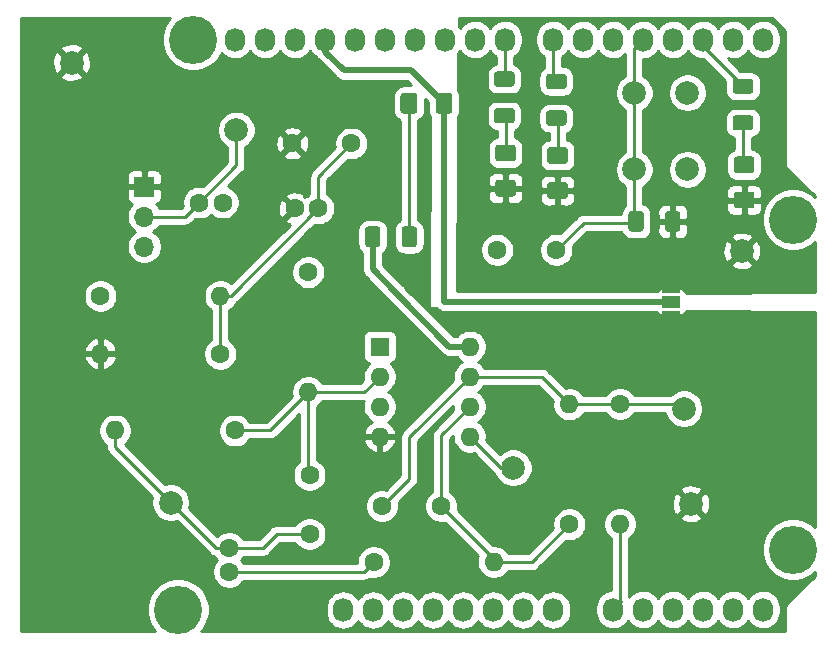
<source format=gbr>
%TF.GenerationSoftware,KiCad,Pcbnew,(5.1.9)-1*%
%TF.CreationDate,2021-05-23T14:15:34+02:00*%
%TF.ProjectId,NewRadar,4e657752-6164-4617-922e-6b696361645f,Radar_1v1.1*%
%TF.SameCoordinates,Original*%
%TF.FileFunction,Copper,L1,Top*%
%TF.FilePolarity,Positive*%
%FSLAX46Y46*%
G04 Gerber Fmt 4.6, Leading zero omitted, Abs format (unit mm)*
G04 Created by KiCad (PCBNEW (5.1.9)-1) date 2021-05-23 14:15:34*
%MOMM*%
%LPD*%
G01*
G04 APERTURE LIST*
%TA.AperFunction,ComponentPad*%
%ADD10R,1.600000X1.600000*%
%TD*%
%TA.AperFunction,ComponentPad*%
%ADD11O,1.600000X1.600000*%
%TD*%
%TA.AperFunction,ComponentPad*%
%ADD12C,1.600000*%
%TD*%
%TA.AperFunction,ComponentPad*%
%ADD13R,1.700000X1.700000*%
%TD*%
%TA.AperFunction,ComponentPad*%
%ADD14O,1.700000X1.700000*%
%TD*%
%TA.AperFunction,ComponentPad*%
%ADD15O,1.727200X2.032000*%
%TD*%
%TA.AperFunction,ComponentPad*%
%ADD16C,4.064000*%
%TD*%
%TA.AperFunction,ComponentPad*%
%ADD17C,2.000000*%
%TD*%
%TA.AperFunction,SMDPad,CuDef*%
%ADD18C,0.100000*%
%TD*%
%TA.AperFunction,SMDPad,CuDef*%
%ADD19R,1.500000X1.000000*%
%TD*%
%TA.AperFunction,Conductor*%
%ADD20C,0.500000*%
%TD*%
%TA.AperFunction,Conductor*%
%ADD21C,0.250000*%
%TD*%
%TA.AperFunction,Conductor*%
%ADD22C,0.254000*%
%TD*%
%TA.AperFunction,Conductor*%
%ADD23C,0.100000*%
%TD*%
G04 APERTURE END LIST*
D10*
X142048000Y-101565000D03*
D11*
X149668000Y-109185000D03*
X142048000Y-104105000D03*
X149668000Y-106645000D03*
X142048000Y-106645000D03*
X149668000Y-104105000D03*
X142048000Y-109185000D03*
X149668000Y-101565000D03*
D12*
X135998000Y-95265000D03*
D11*
X135998000Y-105425000D03*
D13*
X122098000Y-88015000D03*
D14*
X122098000Y-90555000D03*
X122098000Y-93095000D03*
D12*
X139648000Y-84365000D03*
X134648000Y-84365000D03*
X147248000Y-115065000D03*
X142248000Y-115065000D03*
%TA.AperFunction,SMDPad,CuDef*%
G36*
G01*
X145223000Y-80340000D02*
X145223000Y-81590000D01*
G75*
G02*
X144973000Y-81840000I-250000J0D01*
G01*
X144048000Y-81840000D01*
G75*
G02*
X143798000Y-81590000I0J250000D01*
G01*
X143798000Y-80340000D01*
G75*
G02*
X144048000Y-80090000I250000J0D01*
G01*
X144973000Y-80090000D01*
G75*
G02*
X145223000Y-80340000I0J-250000D01*
G01*
G37*
%TD.AperFunction*%
%TA.AperFunction,SMDPad,CuDef*%
G36*
G01*
X148198000Y-80340000D02*
X148198000Y-81590000D01*
G75*
G02*
X147948000Y-81840000I-250000J0D01*
G01*
X147023000Y-81840000D01*
G75*
G02*
X146773000Y-81590000I0J250000D01*
G01*
X146773000Y-80340000D01*
G75*
G02*
X147023000Y-80090000I250000J0D01*
G01*
X147948000Y-80090000D01*
G75*
G02*
X148198000Y-80340000I0J-250000D01*
G01*
G37*
%TD.AperFunction*%
D15*
X161798000Y-123825000D03*
X164338000Y-123825000D03*
X166878000Y-123825000D03*
X169418000Y-123825000D03*
X171958000Y-123825000D03*
X174498000Y-123825000D03*
X129794000Y-75565000D03*
X132334000Y-75565000D03*
X134874000Y-75565000D03*
X137414000Y-75565000D03*
X139954000Y-75565000D03*
X142494000Y-75565000D03*
X145034000Y-75565000D03*
X147574000Y-75565000D03*
X150114000Y-75565000D03*
X152654000Y-75565000D03*
X156718000Y-75565000D03*
X159258000Y-75565000D03*
X161798000Y-75565000D03*
X164338000Y-75565000D03*
X166878000Y-75565000D03*
X169418000Y-75565000D03*
X171958000Y-75565000D03*
X174498000Y-75565000D03*
D16*
X124968000Y-123825000D03*
X177038000Y-118745000D03*
X126238000Y-75565000D03*
X177038000Y-90805000D03*
D12*
X136848000Y-89865000D03*
X134848000Y-89865000D03*
X126748000Y-89365000D03*
X128748000Y-89365000D03*
X136098000Y-117415000D03*
X136098000Y-112415000D03*
X129298000Y-118615000D03*
X129298000Y-120615000D03*
%TA.AperFunction,SMDPad,CuDef*%
G36*
G01*
X157723000Y-89065000D02*
X156473000Y-89065000D01*
G75*
G02*
X156223000Y-88815000I0J250000D01*
G01*
X156223000Y-87890000D01*
G75*
G02*
X156473000Y-87640000I250000J0D01*
G01*
X157723000Y-87640000D01*
G75*
G02*
X157973000Y-87890000I0J-250000D01*
G01*
X157973000Y-88815000D01*
G75*
G02*
X157723000Y-89065000I-250000J0D01*
G01*
G37*
%TD.AperFunction*%
%TA.AperFunction,SMDPad,CuDef*%
G36*
G01*
X157723000Y-86090000D02*
X156473000Y-86090000D01*
G75*
G02*
X156223000Y-85840000I0J250000D01*
G01*
X156223000Y-84915000D01*
G75*
G02*
X156473000Y-84665000I250000J0D01*
G01*
X157723000Y-84665000D01*
G75*
G02*
X157973000Y-84915000I0J-250000D01*
G01*
X157973000Y-85840000D01*
G75*
G02*
X157723000Y-86090000I-250000J0D01*
G01*
G37*
%TD.AperFunction*%
%TA.AperFunction,SMDPad,CuDef*%
G36*
G01*
X153323000Y-85890000D02*
X152073000Y-85890000D01*
G75*
G02*
X151823000Y-85640000I0J250000D01*
G01*
X151823000Y-84715000D01*
G75*
G02*
X152073000Y-84465000I250000J0D01*
G01*
X153323000Y-84465000D01*
G75*
G02*
X153573000Y-84715000I0J-250000D01*
G01*
X153573000Y-85640000D01*
G75*
G02*
X153323000Y-85890000I-250000J0D01*
G01*
G37*
%TD.AperFunction*%
%TA.AperFunction,SMDPad,CuDef*%
G36*
G01*
X153323000Y-88865000D02*
X152073000Y-88865000D01*
G75*
G02*
X151823000Y-88615000I0J250000D01*
G01*
X151823000Y-87690000D01*
G75*
G02*
X152073000Y-87440000I250000J0D01*
G01*
X153323000Y-87440000D01*
G75*
G02*
X153573000Y-87690000I0J-250000D01*
G01*
X153573000Y-88615000D01*
G75*
G02*
X153323000Y-88865000I-250000J0D01*
G01*
G37*
%TD.AperFunction*%
%TA.AperFunction,SMDPad,CuDef*%
G36*
G01*
X173523000Y-89865000D02*
X172273000Y-89865000D01*
G75*
G02*
X172023000Y-89615000I0J250000D01*
G01*
X172023000Y-88690000D01*
G75*
G02*
X172273000Y-88440000I250000J0D01*
G01*
X173523000Y-88440000D01*
G75*
G02*
X173773000Y-88690000I0J-250000D01*
G01*
X173773000Y-89615000D01*
G75*
G02*
X173523000Y-89865000I-250000J0D01*
G01*
G37*
%TD.AperFunction*%
%TA.AperFunction,SMDPad,CuDef*%
G36*
G01*
X173523000Y-86890000D02*
X172273000Y-86890000D01*
G75*
G02*
X172023000Y-86640000I0J250000D01*
G01*
X172023000Y-85715000D01*
G75*
G02*
X172273000Y-85465000I250000J0D01*
G01*
X173523000Y-85465000D01*
G75*
G02*
X173773000Y-85715000I0J-250000D01*
G01*
X173773000Y-86640000D01*
G75*
G02*
X173523000Y-86890000I-250000J0D01*
G01*
G37*
%TD.AperFunction*%
X118398000Y-97265000D03*
D11*
X128558000Y-97265000D03*
X118388000Y-102165000D03*
D12*
X128548000Y-102165000D03*
D11*
X119638000Y-108665000D03*
D12*
X129798000Y-108665000D03*
X141538000Y-119815000D03*
D11*
X151698000Y-119815000D03*
%TA.AperFunction,SMDPad,CuDef*%
G36*
G01*
X142098000Y-91639999D02*
X142098000Y-92890001D01*
G75*
G02*
X141848001Y-93140000I-249999J0D01*
G01*
X141047999Y-93140000D01*
G75*
G02*
X140798000Y-92890001I0J249999D01*
G01*
X140798000Y-91639999D01*
G75*
G02*
X141047999Y-91390000I249999J0D01*
G01*
X141848001Y-91390000D01*
G75*
G02*
X142098000Y-91639999I0J-249999D01*
G01*
G37*
%TD.AperFunction*%
%TA.AperFunction,SMDPad,CuDef*%
G36*
G01*
X145198000Y-91639999D02*
X145198000Y-92890001D01*
G75*
G02*
X144948001Y-93140000I-249999J0D01*
G01*
X144147999Y-93140000D01*
G75*
G02*
X143898000Y-92890001I0J249999D01*
G01*
X143898000Y-91639999D01*
G75*
G02*
X144147999Y-91390000I249999J0D01*
G01*
X144948001Y-91390000D01*
G75*
G02*
X145198000Y-91639999I0J-249999D01*
G01*
G37*
%TD.AperFunction*%
X162398000Y-116575000D03*
D12*
X162398000Y-106415000D03*
%TA.AperFunction,SMDPad,CuDef*%
G36*
G01*
X157623001Y-82865000D02*
X156372999Y-82865000D01*
G75*
G02*
X156123000Y-82615001I0J249999D01*
G01*
X156123000Y-81814999D01*
G75*
G02*
X156372999Y-81565000I249999J0D01*
G01*
X157623001Y-81565000D01*
G75*
G02*
X157873000Y-81814999I0J-249999D01*
G01*
X157873000Y-82615001D01*
G75*
G02*
X157623001Y-82865000I-249999J0D01*
G01*
G37*
%TD.AperFunction*%
%TA.AperFunction,SMDPad,CuDef*%
G36*
G01*
X157623001Y-79765000D02*
X156372999Y-79765000D01*
G75*
G02*
X156123000Y-79515001I0J249999D01*
G01*
X156123000Y-78714999D01*
G75*
G02*
X156372999Y-78465000I249999J0D01*
G01*
X157623001Y-78465000D01*
G75*
G02*
X157873000Y-78714999I0J-249999D01*
G01*
X157873000Y-79515001D01*
G75*
G02*
X157623001Y-79765000I-249999J0D01*
G01*
G37*
%TD.AperFunction*%
%TA.AperFunction,SMDPad,CuDef*%
G36*
G01*
X153223001Y-79565000D02*
X151972999Y-79565000D01*
G75*
G02*
X151723000Y-79315001I0J249999D01*
G01*
X151723000Y-78514999D01*
G75*
G02*
X151972999Y-78265000I249999J0D01*
G01*
X153223001Y-78265000D01*
G75*
G02*
X153473000Y-78514999I0J-249999D01*
G01*
X153473000Y-79315001D01*
G75*
G02*
X153223001Y-79565000I-249999J0D01*
G01*
G37*
%TD.AperFunction*%
%TA.AperFunction,SMDPad,CuDef*%
G36*
G01*
X153223001Y-82665000D02*
X151972999Y-82665000D01*
G75*
G02*
X151723000Y-82415001I0J249999D01*
G01*
X151723000Y-81614999D01*
G75*
G02*
X151972999Y-81365000I249999J0D01*
G01*
X153223001Y-81365000D01*
G75*
G02*
X153473000Y-81614999I0J-249999D01*
G01*
X153473000Y-82415001D01*
G75*
G02*
X153223001Y-82665000I-249999J0D01*
G01*
G37*
%TD.AperFunction*%
%TA.AperFunction,SMDPad,CuDef*%
G36*
G01*
X173423001Y-83265000D02*
X172172999Y-83265000D01*
G75*
G02*
X171923000Y-83015001I0J249999D01*
G01*
X171923000Y-82214999D01*
G75*
G02*
X172172999Y-81965000I249999J0D01*
G01*
X173423001Y-81965000D01*
G75*
G02*
X173673000Y-82214999I0J-249999D01*
G01*
X173673000Y-83015001D01*
G75*
G02*
X173423001Y-83265000I-249999J0D01*
G01*
G37*
%TD.AperFunction*%
%TA.AperFunction,SMDPad,CuDef*%
G36*
G01*
X173423001Y-80165000D02*
X172172999Y-80165000D01*
G75*
G02*
X171923000Y-79915001I0J249999D01*
G01*
X171923000Y-79114999D01*
G75*
G02*
X172172999Y-78865000I249999J0D01*
G01*
X173423001Y-78865000D01*
G75*
G02*
X173673000Y-79114999I0J-249999D01*
G01*
X173673000Y-79915001D01*
G75*
G02*
X173423001Y-80165000I-249999J0D01*
G01*
G37*
%TD.AperFunction*%
%TA.AperFunction,SMDPad,CuDef*%
G36*
G01*
X167498000Y-90339999D02*
X167498000Y-91590001D01*
G75*
G02*
X167248001Y-91840000I-249999J0D01*
G01*
X166447999Y-91840000D01*
G75*
G02*
X166198000Y-91590001I0J249999D01*
G01*
X166198000Y-90339999D01*
G75*
G02*
X166447999Y-90090000I249999J0D01*
G01*
X167248001Y-90090000D01*
G75*
G02*
X167498000Y-90339999I0J-249999D01*
G01*
G37*
%TD.AperFunction*%
%TA.AperFunction,SMDPad,CuDef*%
G36*
G01*
X164398000Y-90339999D02*
X164398000Y-91590001D01*
G75*
G02*
X164148001Y-91840000I-249999J0D01*
G01*
X163347999Y-91840000D01*
G75*
G02*
X163098000Y-91590001I0J249999D01*
G01*
X163098000Y-90339999D01*
G75*
G02*
X163347999Y-90090000I249999J0D01*
G01*
X164148001Y-90090000D01*
G75*
G02*
X164398000Y-90339999I0J-249999D01*
G01*
G37*
%TD.AperFunction*%
D17*
X163598000Y-80065000D03*
X168098000Y-80065000D03*
X163598000Y-86565000D03*
X168098000Y-86565000D03*
X129898000Y-83215000D03*
X115948000Y-77515000D03*
X153348000Y-111815000D03*
X168398000Y-114865000D03*
X124348000Y-114765000D03*
X167798000Y-106815000D03*
D12*
X158098000Y-116615000D03*
D11*
X158098000Y-106455000D03*
%TA.AperFunction,SMDPad,CuDef*%
D18*
G36*
X167448000Y-98515000D02*
G01*
X167448000Y-99065000D01*
X167447398Y-99065000D01*
X167447398Y-99089534D01*
X167442588Y-99138365D01*
X167433016Y-99186490D01*
X167418772Y-99233445D01*
X167399995Y-99278778D01*
X167376864Y-99322051D01*
X167349604Y-99362850D01*
X167318476Y-99400779D01*
X167283779Y-99435476D01*
X167245850Y-99466604D01*
X167205051Y-99493864D01*
X167161778Y-99516995D01*
X167116445Y-99535772D01*
X167069490Y-99550016D01*
X167021365Y-99559588D01*
X166972534Y-99564398D01*
X166948000Y-99564398D01*
X166948000Y-99565000D01*
X166448000Y-99565000D01*
X166448000Y-99564398D01*
X166423466Y-99564398D01*
X166374635Y-99559588D01*
X166326510Y-99550016D01*
X166279555Y-99535772D01*
X166234222Y-99516995D01*
X166190949Y-99493864D01*
X166150150Y-99466604D01*
X166112221Y-99435476D01*
X166077524Y-99400779D01*
X166046396Y-99362850D01*
X166019136Y-99322051D01*
X165996005Y-99278778D01*
X165977228Y-99233445D01*
X165962984Y-99186490D01*
X165953412Y-99138365D01*
X165948602Y-99089534D01*
X165948602Y-99065000D01*
X165948000Y-99065000D01*
X165948000Y-98515000D01*
X167448000Y-98515000D01*
G37*
%TD.AperFunction*%
%TA.AperFunction,SMDPad,CuDef*%
G36*
X165948602Y-96465000D02*
G01*
X165948602Y-96440466D01*
X165953412Y-96391635D01*
X165962984Y-96343510D01*
X165977228Y-96296555D01*
X165996005Y-96251222D01*
X166019136Y-96207949D01*
X166046396Y-96167150D01*
X166077524Y-96129221D01*
X166112221Y-96094524D01*
X166150150Y-96063396D01*
X166190949Y-96036136D01*
X166234222Y-96013005D01*
X166279555Y-95994228D01*
X166326510Y-95979984D01*
X166374635Y-95970412D01*
X166423466Y-95965602D01*
X166448000Y-95965602D01*
X166448000Y-95965000D01*
X166948000Y-95965000D01*
X166948000Y-95965602D01*
X166972534Y-95965602D01*
X167021365Y-95970412D01*
X167069490Y-95979984D01*
X167116445Y-95994228D01*
X167161778Y-96013005D01*
X167205051Y-96036136D01*
X167245850Y-96063396D01*
X167283779Y-96094524D01*
X167318476Y-96129221D01*
X167349604Y-96167150D01*
X167376864Y-96207949D01*
X167399995Y-96251222D01*
X167418772Y-96296555D01*
X167433016Y-96343510D01*
X167442588Y-96391635D01*
X167447398Y-96440466D01*
X167447398Y-96465000D01*
X167448000Y-96465000D01*
X167448000Y-97015000D01*
X165948000Y-97015000D01*
X165948000Y-96465000D01*
X165948602Y-96465000D01*
G37*
%TD.AperFunction*%
D19*
X166698000Y-97765000D03*
D15*
X138958000Y-123865000D03*
X141498000Y-123865000D03*
X144038000Y-123865000D03*
X146578000Y-123865000D03*
X149118000Y-123865000D03*
X151658000Y-123865000D03*
X154198000Y-123865000D03*
X156738000Y-123865000D03*
D17*
X172698000Y-93465000D03*
D12*
X151998000Y-93365000D03*
X156998000Y-93365000D03*
D20*
X147948000Y-101565000D02*
X149668000Y-101565000D01*
X143448000Y-97065000D02*
X147948000Y-101565000D01*
X143448000Y-97065000D02*
X143448000Y-97015000D01*
X141448000Y-95015000D02*
X141448000Y-92265000D01*
X143448000Y-97015000D02*
X141448000Y-95015000D01*
X137414000Y-75565000D02*
X137414000Y-76581000D01*
X144685500Y-78165000D02*
X147485500Y-80965000D01*
X138998000Y-78165000D02*
X144685500Y-78165000D01*
X137414000Y-76581000D02*
X138998000Y-78165000D01*
X149198000Y-97765000D02*
X166698000Y-97765000D01*
X147523000Y-97765000D02*
X149198000Y-97765000D01*
X147485500Y-97727500D02*
X147523000Y-97765000D01*
X147485500Y-80965000D02*
X147485500Y-97727500D01*
D21*
X162498000Y-123125000D02*
X161798000Y-123825000D01*
X162398000Y-123225000D02*
X161798000Y-123825000D01*
X162398000Y-116575000D02*
X162398000Y-123225000D01*
X152654000Y-78859000D02*
X152598000Y-78915000D01*
X152654000Y-75565000D02*
X152654000Y-78859000D01*
X156718000Y-78835000D02*
X156998000Y-79115000D01*
X156718000Y-75565000D02*
X156718000Y-78835000D01*
X163598000Y-80065000D02*
X163598000Y-76305000D01*
X163598000Y-76305000D02*
X164338000Y-75565000D01*
X163598000Y-90815000D02*
X163748000Y-90965000D01*
X163598000Y-86565000D02*
X163598000Y-90815000D01*
X163598000Y-80065000D02*
X163598000Y-86565000D01*
X156998000Y-93365000D02*
X159298000Y-91065000D01*
X163648000Y-91065000D02*
X163748000Y-90965000D01*
X159298000Y-91065000D02*
X163648000Y-91065000D01*
X169418000Y-76135000D02*
X172798000Y-79515000D01*
X169418000Y-75565000D02*
X169418000Y-76135000D01*
X128558000Y-102155000D02*
X128548000Y-102165000D01*
X128558000Y-97265000D02*
X128558000Y-102155000D01*
X152298000Y-111815000D02*
X153348000Y-111815000D01*
X149668000Y-109185000D02*
X152298000Y-111815000D01*
X136848000Y-87165000D02*
X139648000Y-84365000D01*
X136848000Y-89865000D02*
X136848000Y-87165000D01*
X129448000Y-97265000D02*
X136848000Y-89865000D01*
X128558000Y-97265000D02*
X129448000Y-97265000D01*
X122822999Y-88080001D02*
X122782999Y-88080001D01*
X125558000Y-90555000D02*
X126748000Y-89365000D01*
X122098000Y-90555000D02*
X125558000Y-90555000D01*
X126748000Y-88965000D02*
X126748000Y-89365000D01*
X129898000Y-86215000D02*
X126748000Y-89365000D01*
X129898000Y-83215000D02*
X129898000Y-86215000D01*
X119638000Y-110055000D02*
X124348000Y-114765000D01*
X119638000Y-108665000D02*
X119638000Y-110055000D01*
X128198000Y-118615000D02*
X129298000Y-118615000D01*
X124348000Y-114765000D02*
X128198000Y-118615000D01*
X129298000Y-118615000D02*
X132123000Y-118615000D01*
X133323000Y-117415000D02*
X136098000Y-117415000D01*
X132123000Y-118615000D02*
X133323000Y-117415000D01*
X135948000Y-112265000D02*
X136098000Y-112415000D01*
X140728000Y-105425000D02*
X142048000Y-104105000D01*
X135998000Y-105425000D02*
X140728000Y-105425000D01*
X135998000Y-112315000D02*
X136098000Y-112415000D01*
X135998000Y-105425000D02*
X135998000Y-112315000D01*
X132758000Y-108665000D02*
X135998000Y-105425000D01*
X129798000Y-108665000D02*
X132758000Y-108665000D01*
X140738001Y-120614999D02*
X141538000Y-119815000D01*
X129298000Y-120615000D02*
X140738001Y-120614999D01*
X151698000Y-119515000D02*
X151698000Y-119815000D01*
X147248000Y-109065000D02*
X149668000Y-106645000D01*
X147248000Y-115065000D02*
X147248000Y-109065000D01*
X154898000Y-119815000D02*
X158098000Y-116615000D01*
X151698000Y-119815000D02*
X154898000Y-119815000D01*
X147248000Y-115065000D02*
X151698000Y-119515000D01*
X142248000Y-115065000D02*
X144548000Y-112765000D01*
X144548000Y-109225000D02*
X149668000Y-104105000D01*
X144548000Y-112765000D02*
X144548000Y-109225000D01*
X155748000Y-104105000D02*
X158098000Y-106455000D01*
X149668000Y-104105000D02*
X155748000Y-104105000D01*
X162358000Y-106455000D02*
X162398000Y-106415000D01*
X158098000Y-106455000D02*
X162358000Y-106455000D01*
X167398000Y-106415000D02*
X167798000Y-106815000D01*
X162398000Y-106415000D02*
X167398000Y-106415000D01*
X144510500Y-92227500D02*
X144548000Y-92265000D01*
X144510500Y-88227500D02*
X144510500Y-92227500D01*
X144510500Y-80965000D02*
X144510500Y-88227500D01*
X144510500Y-88227500D02*
X144510500Y-88427500D01*
D20*
X172898000Y-93265000D02*
X172698000Y-93465000D01*
D21*
X157098000Y-82315000D02*
X156998000Y-82215000D01*
X157098000Y-85377500D02*
X157098000Y-82315000D01*
X152698000Y-82115000D02*
X152598000Y-82015000D01*
X152698000Y-85177500D02*
X152698000Y-82115000D01*
X172798000Y-86077500D02*
X172898000Y-86177500D01*
X172798000Y-82615000D02*
X172798000Y-86077500D01*
D22*
X176328001Y-74843093D02*
X176328000Y-85944125D01*
X176324565Y-85979000D01*
X176328000Y-86013875D01*
X176328000Y-86013876D01*
X176338273Y-86118183D01*
X176378872Y-86252019D01*
X176444800Y-86375362D01*
X176533525Y-86483474D01*
X176560617Y-86505708D01*
X178868001Y-88813093D01*
X178868001Y-88863294D01*
X178738113Y-88733406D01*
X178301298Y-88441536D01*
X177815935Y-88240492D01*
X177300677Y-88138000D01*
X176775323Y-88138000D01*
X176260065Y-88240492D01*
X175774702Y-88441536D01*
X175337887Y-88733406D01*
X174966406Y-89104887D01*
X174674536Y-89541702D01*
X174473492Y-90027065D01*
X174371000Y-90542323D01*
X174371000Y-91067677D01*
X174473492Y-91582935D01*
X174674536Y-92068298D01*
X174966406Y-92505113D01*
X175337887Y-92876594D01*
X175774702Y-93168464D01*
X176260065Y-93369508D01*
X176775323Y-93472000D01*
X177300677Y-93472000D01*
X177815935Y-93369508D01*
X178301298Y-93168464D01*
X178738113Y-92876594D01*
X178868001Y-92746706D01*
X178868001Y-96941516D01*
X168023049Y-96993781D01*
X167978537Y-96910506D01*
X167899185Y-96813815D01*
X167802494Y-96734463D01*
X167692180Y-96675498D01*
X167572482Y-96639188D01*
X167448000Y-96626928D01*
X165948000Y-96626928D01*
X165823518Y-96639188D01*
X165703820Y-96675498D01*
X165593506Y-96734463D01*
X165496815Y-96813815D01*
X165442499Y-96880000D01*
X148601732Y-96880000D01*
X148620617Y-93223665D01*
X150563000Y-93223665D01*
X150563000Y-93506335D01*
X150618147Y-93783574D01*
X150726320Y-94044727D01*
X150883363Y-94279759D01*
X151083241Y-94479637D01*
X151318273Y-94636680D01*
X151579426Y-94744853D01*
X151856665Y-94800000D01*
X152139335Y-94800000D01*
X152416574Y-94744853D01*
X152677727Y-94636680D01*
X152912759Y-94479637D01*
X153112637Y-94279759D01*
X153269680Y-94044727D01*
X153377853Y-93783574D01*
X153433000Y-93506335D01*
X153433000Y-93223665D01*
X153377853Y-92946426D01*
X153269680Y-92685273D01*
X153112637Y-92450241D01*
X152912759Y-92250363D01*
X152677727Y-92093320D01*
X152416574Y-91985147D01*
X152139335Y-91930000D01*
X151856665Y-91930000D01*
X151579426Y-91985147D01*
X151318273Y-92093320D01*
X151083241Y-92250363D01*
X150883363Y-92450241D01*
X150726320Y-92685273D01*
X150618147Y-92946426D01*
X150563000Y-93223665D01*
X148620617Y-93223665D01*
X148643130Y-88865000D01*
X151184928Y-88865000D01*
X151197188Y-88989482D01*
X151233498Y-89109180D01*
X151292463Y-89219494D01*
X151371815Y-89316185D01*
X151468506Y-89395537D01*
X151578820Y-89454502D01*
X151698518Y-89490812D01*
X151823000Y-89503072D01*
X152412250Y-89500000D01*
X152571000Y-89341250D01*
X152571000Y-88279500D01*
X152825000Y-88279500D01*
X152825000Y-89341250D01*
X152983750Y-89500000D01*
X153573000Y-89503072D01*
X153697482Y-89490812D01*
X153817180Y-89454502D01*
X153927494Y-89395537D01*
X154024185Y-89316185D01*
X154103537Y-89219494D01*
X154162502Y-89109180D01*
X154175903Y-89065000D01*
X155584928Y-89065000D01*
X155597188Y-89189482D01*
X155633498Y-89309180D01*
X155692463Y-89419494D01*
X155771815Y-89516185D01*
X155868506Y-89595537D01*
X155978820Y-89654502D01*
X156098518Y-89690812D01*
X156223000Y-89703072D01*
X156812250Y-89700000D01*
X156971000Y-89541250D01*
X156971000Y-88479500D01*
X157225000Y-88479500D01*
X157225000Y-89541250D01*
X157383750Y-89700000D01*
X157973000Y-89703072D01*
X158097482Y-89690812D01*
X158217180Y-89654502D01*
X158327494Y-89595537D01*
X158424185Y-89516185D01*
X158503537Y-89419494D01*
X158562502Y-89309180D01*
X158598812Y-89189482D01*
X158611072Y-89065000D01*
X158608000Y-88638250D01*
X158449250Y-88479500D01*
X157225000Y-88479500D01*
X156971000Y-88479500D01*
X155746750Y-88479500D01*
X155588000Y-88638250D01*
X155584928Y-89065000D01*
X154175903Y-89065000D01*
X154198812Y-88989482D01*
X154211072Y-88865000D01*
X154208000Y-88438250D01*
X154049250Y-88279500D01*
X152825000Y-88279500D01*
X152571000Y-88279500D01*
X151346750Y-88279500D01*
X151188000Y-88438250D01*
X151184928Y-88865000D01*
X148643130Y-88865000D01*
X148650490Y-87440000D01*
X151184928Y-87440000D01*
X151188000Y-87866750D01*
X151346750Y-88025500D01*
X152571000Y-88025500D01*
X152571000Y-86963750D01*
X152825000Y-86963750D01*
X152825000Y-88025500D01*
X154049250Y-88025500D01*
X154208000Y-87866750D01*
X154209632Y-87640000D01*
X155584928Y-87640000D01*
X155588000Y-88066750D01*
X155746750Y-88225500D01*
X156971000Y-88225500D01*
X156971000Y-87163750D01*
X157225000Y-87163750D01*
X157225000Y-88225500D01*
X158449250Y-88225500D01*
X158608000Y-88066750D01*
X158611072Y-87640000D01*
X158598812Y-87515518D01*
X158562502Y-87395820D01*
X158503537Y-87285506D01*
X158424185Y-87188815D01*
X158327494Y-87109463D01*
X158217180Y-87050498D01*
X158097482Y-87014188D01*
X157973000Y-87001928D01*
X157383750Y-87005000D01*
X157225000Y-87163750D01*
X156971000Y-87163750D01*
X156812250Y-87005000D01*
X156223000Y-87001928D01*
X156098518Y-87014188D01*
X155978820Y-87050498D01*
X155868506Y-87109463D01*
X155771815Y-87188815D01*
X155692463Y-87285506D01*
X155633498Y-87395820D01*
X155597188Y-87515518D01*
X155584928Y-87640000D01*
X154209632Y-87640000D01*
X154211072Y-87440000D01*
X154198812Y-87315518D01*
X154162502Y-87195820D01*
X154103537Y-87085506D01*
X154024185Y-86988815D01*
X153927494Y-86909463D01*
X153817180Y-86850498D01*
X153697482Y-86814188D01*
X153573000Y-86801928D01*
X152983750Y-86805000D01*
X152825000Y-86963750D01*
X152571000Y-86963750D01*
X152412250Y-86805000D01*
X151823000Y-86801928D01*
X151698518Y-86814188D01*
X151578820Y-86850498D01*
X151468506Y-86909463D01*
X151371815Y-86988815D01*
X151292463Y-87085506D01*
X151233498Y-87195820D01*
X151197188Y-87315518D01*
X151184928Y-87440000D01*
X148650490Y-87440000D01*
X148678108Y-82093496D01*
X148686405Y-82083386D01*
X148768472Y-81929850D01*
X148819008Y-81763254D01*
X148833609Y-81614999D01*
X151084928Y-81614999D01*
X151084928Y-82415001D01*
X151101992Y-82588255D01*
X151152528Y-82754851D01*
X151234595Y-82908387D01*
X151345038Y-83042962D01*
X151479613Y-83153405D01*
X151633149Y-83235472D01*
X151799745Y-83286008D01*
X151938001Y-83299625D01*
X151938000Y-83840224D01*
X151899746Y-83843992D01*
X151733150Y-83894528D01*
X151579614Y-83976595D01*
X151445038Y-84087038D01*
X151334595Y-84221614D01*
X151252528Y-84375150D01*
X151201992Y-84541746D01*
X151184928Y-84715000D01*
X151184928Y-85640000D01*
X151201992Y-85813254D01*
X151252528Y-85979850D01*
X151334595Y-86133386D01*
X151445038Y-86267962D01*
X151579614Y-86378405D01*
X151733150Y-86460472D01*
X151899746Y-86511008D01*
X152073000Y-86528072D01*
X153323000Y-86528072D01*
X153496254Y-86511008D01*
X153662850Y-86460472D01*
X153816386Y-86378405D01*
X153950962Y-86267962D01*
X154061405Y-86133386D01*
X154143472Y-85979850D01*
X154194008Y-85813254D01*
X154211072Y-85640000D01*
X154211072Y-84715000D01*
X154194008Y-84541746D01*
X154143472Y-84375150D01*
X154061405Y-84221614D01*
X153950962Y-84087038D01*
X153816386Y-83976595D01*
X153662850Y-83894528D01*
X153496254Y-83843992D01*
X153458000Y-83840224D01*
X153458000Y-83267278D01*
X153562851Y-83235472D01*
X153716387Y-83153405D01*
X153850962Y-83042962D01*
X153961405Y-82908387D01*
X154043472Y-82754851D01*
X154094008Y-82588255D01*
X154111072Y-82415001D01*
X154111072Y-81814999D01*
X155484928Y-81814999D01*
X155484928Y-82615001D01*
X155501992Y-82788255D01*
X155552528Y-82954851D01*
X155634595Y-83108387D01*
X155745038Y-83242962D01*
X155879613Y-83353405D01*
X156033149Y-83435472D01*
X156199745Y-83486008D01*
X156338001Y-83499625D01*
X156338000Y-84040224D01*
X156299746Y-84043992D01*
X156133150Y-84094528D01*
X155979614Y-84176595D01*
X155845038Y-84287038D01*
X155734595Y-84421614D01*
X155652528Y-84575150D01*
X155601992Y-84741746D01*
X155584928Y-84915000D01*
X155584928Y-85840000D01*
X155601992Y-86013254D01*
X155652528Y-86179850D01*
X155734595Y-86333386D01*
X155845038Y-86467962D01*
X155979614Y-86578405D01*
X156133150Y-86660472D01*
X156299746Y-86711008D01*
X156473000Y-86728072D01*
X157723000Y-86728072D01*
X157896254Y-86711008D01*
X158062850Y-86660472D01*
X158216386Y-86578405D01*
X158350962Y-86467962D01*
X158461405Y-86333386D01*
X158543472Y-86179850D01*
X158594008Y-86013254D01*
X158611072Y-85840000D01*
X158611072Y-84915000D01*
X158594008Y-84741746D01*
X158543472Y-84575150D01*
X158461405Y-84421614D01*
X158350962Y-84287038D01*
X158216386Y-84176595D01*
X158062850Y-84094528D01*
X157896254Y-84043992D01*
X157858000Y-84040224D01*
X157858000Y-83467278D01*
X157962851Y-83435472D01*
X158116387Y-83353405D01*
X158250962Y-83242962D01*
X158361405Y-83108387D01*
X158443472Y-82954851D01*
X158494008Y-82788255D01*
X158511072Y-82615001D01*
X158511072Y-81814999D01*
X158494008Y-81641745D01*
X158443472Y-81475149D01*
X158361405Y-81321613D01*
X158250962Y-81187038D01*
X158116387Y-81076595D01*
X157962851Y-80994528D01*
X157796255Y-80943992D01*
X157623001Y-80926928D01*
X156372999Y-80926928D01*
X156199745Y-80943992D01*
X156033149Y-80994528D01*
X155879613Y-81076595D01*
X155745038Y-81187038D01*
X155634595Y-81321613D01*
X155552528Y-81475149D01*
X155501992Y-81641745D01*
X155484928Y-81814999D01*
X154111072Y-81814999D01*
X154111072Y-81614999D01*
X154094008Y-81441745D01*
X154043472Y-81275149D01*
X153961405Y-81121613D01*
X153850962Y-80987038D01*
X153716387Y-80876595D01*
X153562851Y-80794528D01*
X153396255Y-80743992D01*
X153223001Y-80726928D01*
X151972999Y-80726928D01*
X151799745Y-80743992D01*
X151633149Y-80794528D01*
X151479613Y-80876595D01*
X151345038Y-80987038D01*
X151234595Y-81121613D01*
X151152528Y-81275149D01*
X151101992Y-81441745D01*
X151084928Y-81614999D01*
X148833609Y-81614999D01*
X148836072Y-81590000D01*
X148836072Y-80340000D01*
X148819008Y-80166746D01*
X148768472Y-80000150D01*
X148689682Y-79852745D01*
X148705965Y-76700353D01*
X148826069Y-76554006D01*
X148844000Y-76520459D01*
X148861931Y-76554006D01*
X149049203Y-76782197D01*
X149277395Y-76969469D01*
X149537737Y-77108625D01*
X149820224Y-77194316D01*
X150114000Y-77223251D01*
X150407777Y-77194316D01*
X150690264Y-77108625D01*
X150950606Y-76969469D01*
X151178797Y-76782197D01*
X151366069Y-76554006D01*
X151384000Y-76520459D01*
X151401931Y-76554006D01*
X151589203Y-76782197D01*
X151817395Y-76969469D01*
X151894000Y-77010416D01*
X151894001Y-77634709D01*
X151799745Y-77643992D01*
X151633149Y-77694528D01*
X151479613Y-77776595D01*
X151345038Y-77887038D01*
X151234595Y-78021613D01*
X151152528Y-78175149D01*
X151101992Y-78341745D01*
X151084928Y-78514999D01*
X151084928Y-79315001D01*
X151101992Y-79488255D01*
X151152528Y-79654851D01*
X151234595Y-79808387D01*
X151345038Y-79942962D01*
X151479613Y-80053405D01*
X151633149Y-80135472D01*
X151799745Y-80186008D01*
X151972999Y-80203072D01*
X153223001Y-80203072D01*
X153396255Y-80186008D01*
X153562851Y-80135472D01*
X153716387Y-80053405D01*
X153850962Y-79942962D01*
X153961405Y-79808387D01*
X154043472Y-79654851D01*
X154094008Y-79488255D01*
X154111072Y-79315001D01*
X154111072Y-78514999D01*
X154094008Y-78341745D01*
X154043472Y-78175149D01*
X153961405Y-78021613D01*
X153850962Y-77887038D01*
X153716387Y-77776595D01*
X153562851Y-77694528D01*
X153414000Y-77649375D01*
X153414000Y-77010416D01*
X153490606Y-76969469D01*
X153718797Y-76782197D01*
X153906069Y-76554006D01*
X154045225Y-76293663D01*
X154130916Y-76011176D01*
X154152600Y-75791018D01*
X154152600Y-75338982D01*
X155219400Y-75338982D01*
X155219400Y-75791019D01*
X155241084Y-76011177D01*
X155326775Y-76293664D01*
X155465931Y-76554006D01*
X155653203Y-76782197D01*
X155881395Y-76969469D01*
X155958000Y-77010416D01*
X155958001Y-77934696D01*
X155879613Y-77976595D01*
X155745038Y-78087038D01*
X155634595Y-78221613D01*
X155552528Y-78375149D01*
X155501992Y-78541745D01*
X155484928Y-78714999D01*
X155484928Y-79515001D01*
X155501992Y-79688255D01*
X155552528Y-79854851D01*
X155634595Y-80008387D01*
X155745038Y-80142962D01*
X155879613Y-80253405D01*
X156033149Y-80335472D01*
X156199745Y-80386008D01*
X156372999Y-80403072D01*
X157623001Y-80403072D01*
X157796255Y-80386008D01*
X157962851Y-80335472D01*
X158116387Y-80253405D01*
X158250962Y-80142962D01*
X158361405Y-80008387D01*
X158443472Y-79854851D01*
X158494008Y-79688255D01*
X158511072Y-79515001D01*
X158511072Y-78714999D01*
X158494008Y-78541745D01*
X158443472Y-78375149D01*
X158361405Y-78221613D01*
X158250962Y-78087038D01*
X158116387Y-77976595D01*
X157962851Y-77894528D01*
X157796255Y-77843992D01*
X157623001Y-77826928D01*
X157478000Y-77826928D01*
X157478000Y-77010416D01*
X157554606Y-76969469D01*
X157782797Y-76782197D01*
X157970069Y-76554006D01*
X157988000Y-76520459D01*
X158005931Y-76554006D01*
X158193203Y-76782197D01*
X158421395Y-76969469D01*
X158681737Y-77108625D01*
X158964224Y-77194316D01*
X159258000Y-77223251D01*
X159551777Y-77194316D01*
X159834264Y-77108625D01*
X160094606Y-76969469D01*
X160322797Y-76782197D01*
X160510069Y-76554006D01*
X160528000Y-76520459D01*
X160545931Y-76554006D01*
X160733203Y-76782197D01*
X160961395Y-76969469D01*
X161221737Y-77108625D01*
X161504224Y-77194316D01*
X161798000Y-77223251D01*
X162091777Y-77194316D01*
X162374264Y-77108625D01*
X162634606Y-76969469D01*
X162838001Y-76802547D01*
X162838000Y-78610091D01*
X162823537Y-78616082D01*
X162555748Y-78795013D01*
X162328013Y-79022748D01*
X162149082Y-79290537D01*
X162025832Y-79588088D01*
X161963000Y-79903967D01*
X161963000Y-80226033D01*
X162025832Y-80541912D01*
X162149082Y-80839463D01*
X162328013Y-81107252D01*
X162555748Y-81334987D01*
X162823537Y-81513918D01*
X162838000Y-81519909D01*
X162838001Y-85110091D01*
X162823537Y-85116082D01*
X162555748Y-85295013D01*
X162328013Y-85522748D01*
X162149082Y-85790537D01*
X162025832Y-86088088D01*
X161963000Y-86403967D01*
X161963000Y-86726033D01*
X162025832Y-87041912D01*
X162149082Y-87339463D01*
X162328013Y-87607252D01*
X162555748Y-87834987D01*
X162823537Y-88013918D01*
X162838000Y-88019909D01*
X162838001Y-89615228D01*
X162720038Y-89712038D01*
X162609595Y-89846613D01*
X162527528Y-90000149D01*
X162476992Y-90166745D01*
X162463375Y-90305000D01*
X159335322Y-90305000D01*
X159297999Y-90301324D01*
X159260676Y-90305000D01*
X159260667Y-90305000D01*
X159149014Y-90315997D01*
X159005753Y-90359454D01*
X158873724Y-90430026D01*
X158757999Y-90524999D01*
X158734201Y-90553997D01*
X157321886Y-91966312D01*
X157139335Y-91930000D01*
X156856665Y-91930000D01*
X156579426Y-91985147D01*
X156318273Y-92093320D01*
X156083241Y-92250363D01*
X155883363Y-92450241D01*
X155726320Y-92685273D01*
X155618147Y-92946426D01*
X155563000Y-93223665D01*
X155563000Y-93506335D01*
X155618147Y-93783574D01*
X155726320Y-94044727D01*
X155883363Y-94279759D01*
X156083241Y-94479637D01*
X156318273Y-94636680D01*
X156579426Y-94744853D01*
X156856665Y-94800000D01*
X157139335Y-94800000D01*
X157416574Y-94744853D01*
X157677727Y-94636680D01*
X157732004Y-94600413D01*
X171742192Y-94600413D01*
X171837956Y-94864814D01*
X172127571Y-95005704D01*
X172439108Y-95087384D01*
X172760595Y-95106718D01*
X173079675Y-95062961D01*
X173384088Y-94957795D01*
X173558044Y-94864814D01*
X173653808Y-94600413D01*
X172698000Y-93644605D01*
X171742192Y-94600413D01*
X157732004Y-94600413D01*
X157912759Y-94479637D01*
X158112637Y-94279759D01*
X158269680Y-94044727D01*
X158377853Y-93783574D01*
X158428771Y-93527595D01*
X171056282Y-93527595D01*
X171100039Y-93846675D01*
X171205205Y-94151088D01*
X171298186Y-94325044D01*
X171562587Y-94420808D01*
X172518395Y-93465000D01*
X172877605Y-93465000D01*
X173833413Y-94420808D01*
X174097814Y-94325044D01*
X174238704Y-94035429D01*
X174320384Y-93723892D01*
X174339718Y-93402405D01*
X174295961Y-93083325D01*
X174190795Y-92778912D01*
X174097814Y-92604956D01*
X173833413Y-92509192D01*
X172877605Y-93465000D01*
X172518395Y-93465000D01*
X171562587Y-92509192D01*
X171298186Y-92604956D01*
X171157296Y-92894571D01*
X171075616Y-93206108D01*
X171056282Y-93527595D01*
X158428771Y-93527595D01*
X158433000Y-93506335D01*
X158433000Y-93223665D01*
X158396688Y-93041114D01*
X159612802Y-91825000D01*
X162495722Y-91825000D01*
X162527528Y-91929851D01*
X162609595Y-92083387D01*
X162720038Y-92217962D01*
X162854613Y-92328405D01*
X163008149Y-92410472D01*
X163174745Y-92461008D01*
X163347999Y-92478072D01*
X164148001Y-92478072D01*
X164321255Y-92461008D01*
X164487851Y-92410472D01*
X164641387Y-92328405D01*
X164775962Y-92217962D01*
X164886405Y-92083387D01*
X164968472Y-91929851D01*
X164995727Y-91840000D01*
X165559928Y-91840000D01*
X165572188Y-91964482D01*
X165608498Y-92084180D01*
X165667463Y-92194494D01*
X165746815Y-92291185D01*
X165843506Y-92370537D01*
X165953820Y-92429502D01*
X166073518Y-92465812D01*
X166198000Y-92478072D01*
X166562250Y-92475000D01*
X166721000Y-92316250D01*
X166721000Y-91092000D01*
X166975000Y-91092000D01*
X166975000Y-92316250D01*
X167133750Y-92475000D01*
X167498000Y-92478072D01*
X167622482Y-92465812D01*
X167742180Y-92429502D01*
X167852494Y-92370537D01*
X167902391Y-92329587D01*
X171742192Y-92329587D01*
X172698000Y-93285395D01*
X173653808Y-92329587D01*
X173558044Y-92065186D01*
X173268429Y-91924296D01*
X172956892Y-91842616D01*
X172635405Y-91823282D01*
X172316325Y-91867039D01*
X172011912Y-91972205D01*
X171837956Y-92065186D01*
X171742192Y-92329587D01*
X167902391Y-92329587D01*
X167949185Y-92291185D01*
X168028537Y-92194494D01*
X168087502Y-92084180D01*
X168123812Y-91964482D01*
X168136072Y-91840000D01*
X168133000Y-91250750D01*
X167974250Y-91092000D01*
X166975000Y-91092000D01*
X166721000Y-91092000D01*
X165721750Y-91092000D01*
X165563000Y-91250750D01*
X165559928Y-91840000D01*
X164995727Y-91840000D01*
X165019008Y-91763255D01*
X165036072Y-91590001D01*
X165036072Y-90339999D01*
X165019008Y-90166745D01*
X164995728Y-90090000D01*
X165559928Y-90090000D01*
X165563000Y-90679250D01*
X165721750Y-90838000D01*
X166721000Y-90838000D01*
X166721000Y-89613750D01*
X166975000Y-89613750D01*
X166975000Y-90838000D01*
X167974250Y-90838000D01*
X168133000Y-90679250D01*
X168136072Y-90090000D01*
X168123812Y-89965518D01*
X168093321Y-89865000D01*
X171384928Y-89865000D01*
X171397188Y-89989482D01*
X171433498Y-90109180D01*
X171492463Y-90219494D01*
X171571815Y-90316185D01*
X171668506Y-90395537D01*
X171778820Y-90454502D01*
X171898518Y-90490812D01*
X172023000Y-90503072D01*
X172612250Y-90500000D01*
X172771000Y-90341250D01*
X172771000Y-89279500D01*
X173025000Y-89279500D01*
X173025000Y-90341250D01*
X173183750Y-90500000D01*
X173773000Y-90503072D01*
X173897482Y-90490812D01*
X174017180Y-90454502D01*
X174127494Y-90395537D01*
X174224185Y-90316185D01*
X174303537Y-90219494D01*
X174362502Y-90109180D01*
X174398812Y-89989482D01*
X174411072Y-89865000D01*
X174408000Y-89438250D01*
X174249250Y-89279500D01*
X173025000Y-89279500D01*
X172771000Y-89279500D01*
X171546750Y-89279500D01*
X171388000Y-89438250D01*
X171384928Y-89865000D01*
X168093321Y-89865000D01*
X168087502Y-89845820D01*
X168028537Y-89735506D01*
X167949185Y-89638815D01*
X167852494Y-89559463D01*
X167742180Y-89500498D01*
X167622482Y-89464188D01*
X167498000Y-89451928D01*
X167133750Y-89455000D01*
X166975000Y-89613750D01*
X166721000Y-89613750D01*
X166562250Y-89455000D01*
X166198000Y-89451928D01*
X166073518Y-89464188D01*
X165953820Y-89500498D01*
X165843506Y-89559463D01*
X165746815Y-89638815D01*
X165667463Y-89735506D01*
X165608498Y-89845820D01*
X165572188Y-89965518D01*
X165559928Y-90090000D01*
X164995728Y-90090000D01*
X164968472Y-90000149D01*
X164886405Y-89846613D01*
X164775962Y-89712038D01*
X164641387Y-89601595D01*
X164487851Y-89519528D01*
X164358000Y-89480138D01*
X164358000Y-88440000D01*
X171384928Y-88440000D01*
X171388000Y-88866750D01*
X171546750Y-89025500D01*
X172771000Y-89025500D01*
X172771000Y-87963750D01*
X173025000Y-87963750D01*
X173025000Y-89025500D01*
X174249250Y-89025500D01*
X174408000Y-88866750D01*
X174411072Y-88440000D01*
X174398812Y-88315518D01*
X174362502Y-88195820D01*
X174303537Y-88085506D01*
X174224185Y-87988815D01*
X174127494Y-87909463D01*
X174017180Y-87850498D01*
X173897482Y-87814188D01*
X173773000Y-87801928D01*
X173183750Y-87805000D01*
X173025000Y-87963750D01*
X172771000Y-87963750D01*
X172612250Y-87805000D01*
X172023000Y-87801928D01*
X171898518Y-87814188D01*
X171778820Y-87850498D01*
X171668506Y-87909463D01*
X171571815Y-87988815D01*
X171492463Y-88085506D01*
X171433498Y-88195820D01*
X171397188Y-88315518D01*
X171384928Y-88440000D01*
X164358000Y-88440000D01*
X164358000Y-88019909D01*
X164372463Y-88013918D01*
X164640252Y-87834987D01*
X164867987Y-87607252D01*
X165046918Y-87339463D01*
X165170168Y-87041912D01*
X165233000Y-86726033D01*
X165233000Y-86403967D01*
X166463000Y-86403967D01*
X166463000Y-86726033D01*
X166525832Y-87041912D01*
X166649082Y-87339463D01*
X166828013Y-87607252D01*
X167055748Y-87834987D01*
X167323537Y-88013918D01*
X167621088Y-88137168D01*
X167936967Y-88200000D01*
X168259033Y-88200000D01*
X168574912Y-88137168D01*
X168872463Y-88013918D01*
X169140252Y-87834987D01*
X169367987Y-87607252D01*
X169546918Y-87339463D01*
X169670168Y-87041912D01*
X169733000Y-86726033D01*
X169733000Y-86403967D01*
X169670168Y-86088088D01*
X169546918Y-85790537D01*
X169367987Y-85522748D01*
X169140252Y-85295013D01*
X168872463Y-85116082D01*
X168574912Y-84992832D01*
X168259033Y-84930000D01*
X167936967Y-84930000D01*
X167621088Y-84992832D01*
X167323537Y-85116082D01*
X167055748Y-85295013D01*
X166828013Y-85522748D01*
X166649082Y-85790537D01*
X166525832Y-86088088D01*
X166463000Y-86403967D01*
X165233000Y-86403967D01*
X165170168Y-86088088D01*
X165046918Y-85790537D01*
X164867987Y-85522748D01*
X164640252Y-85295013D01*
X164372463Y-85116082D01*
X164358000Y-85110091D01*
X164358000Y-82214999D01*
X171284928Y-82214999D01*
X171284928Y-83015001D01*
X171301992Y-83188255D01*
X171352528Y-83354851D01*
X171434595Y-83508387D01*
X171545038Y-83642962D01*
X171679613Y-83753405D01*
X171833149Y-83835472D01*
X171999745Y-83886008D01*
X172038000Y-83889776D01*
X172038001Y-84862722D01*
X171933150Y-84894528D01*
X171779614Y-84976595D01*
X171645038Y-85087038D01*
X171534595Y-85221614D01*
X171452528Y-85375150D01*
X171401992Y-85541746D01*
X171384928Y-85715000D01*
X171384928Y-86640000D01*
X171401992Y-86813254D01*
X171452528Y-86979850D01*
X171534595Y-87133386D01*
X171645038Y-87267962D01*
X171779614Y-87378405D01*
X171933150Y-87460472D01*
X172099746Y-87511008D01*
X172273000Y-87528072D01*
X173523000Y-87528072D01*
X173696254Y-87511008D01*
X173862850Y-87460472D01*
X174016386Y-87378405D01*
X174150962Y-87267962D01*
X174261405Y-87133386D01*
X174343472Y-86979850D01*
X174394008Y-86813254D01*
X174411072Y-86640000D01*
X174411072Y-85715000D01*
X174394008Y-85541746D01*
X174343472Y-85375150D01*
X174261405Y-85221614D01*
X174150962Y-85087038D01*
X174016386Y-84976595D01*
X173862850Y-84894528D01*
X173696254Y-84843992D01*
X173558000Y-84830375D01*
X173558000Y-83889776D01*
X173596255Y-83886008D01*
X173762851Y-83835472D01*
X173916387Y-83753405D01*
X174050962Y-83642962D01*
X174161405Y-83508387D01*
X174243472Y-83354851D01*
X174294008Y-83188255D01*
X174311072Y-83015001D01*
X174311072Y-82214999D01*
X174294008Y-82041745D01*
X174243472Y-81875149D01*
X174161405Y-81721613D01*
X174050962Y-81587038D01*
X173916387Y-81476595D01*
X173762851Y-81394528D01*
X173596255Y-81343992D01*
X173423001Y-81326928D01*
X172172999Y-81326928D01*
X171999745Y-81343992D01*
X171833149Y-81394528D01*
X171679613Y-81476595D01*
X171545038Y-81587038D01*
X171434595Y-81721613D01*
X171352528Y-81875149D01*
X171301992Y-82041745D01*
X171284928Y-82214999D01*
X164358000Y-82214999D01*
X164358000Y-81519909D01*
X164372463Y-81513918D01*
X164640252Y-81334987D01*
X164867987Y-81107252D01*
X165046918Y-80839463D01*
X165170168Y-80541912D01*
X165233000Y-80226033D01*
X165233000Y-79903967D01*
X166463000Y-79903967D01*
X166463000Y-80226033D01*
X166525832Y-80541912D01*
X166649082Y-80839463D01*
X166828013Y-81107252D01*
X167055748Y-81334987D01*
X167323537Y-81513918D01*
X167621088Y-81637168D01*
X167936967Y-81700000D01*
X168259033Y-81700000D01*
X168574912Y-81637168D01*
X168872463Y-81513918D01*
X169140252Y-81334987D01*
X169367987Y-81107252D01*
X169546918Y-80839463D01*
X169670168Y-80541912D01*
X169733000Y-80226033D01*
X169733000Y-79903967D01*
X169670168Y-79588088D01*
X169546918Y-79290537D01*
X169367987Y-79022748D01*
X169140252Y-78795013D01*
X168872463Y-78616082D01*
X168574912Y-78492832D01*
X168259033Y-78430000D01*
X167936967Y-78430000D01*
X167621088Y-78492832D01*
X167323537Y-78616082D01*
X167055748Y-78795013D01*
X166828013Y-79022748D01*
X166649082Y-79290537D01*
X166525832Y-79588088D01*
X166463000Y-79903967D01*
X165233000Y-79903967D01*
X165170168Y-79588088D01*
X165046918Y-79290537D01*
X164867987Y-79022748D01*
X164640252Y-78795013D01*
X164372463Y-78616082D01*
X164358000Y-78610091D01*
X164358000Y-77221281D01*
X164631777Y-77194316D01*
X164914264Y-77108625D01*
X165174606Y-76969469D01*
X165402797Y-76782197D01*
X165590069Y-76554006D01*
X165608000Y-76520459D01*
X165625931Y-76554006D01*
X165813203Y-76782197D01*
X166041395Y-76969469D01*
X166301737Y-77108625D01*
X166584224Y-77194316D01*
X166878000Y-77223251D01*
X167171777Y-77194316D01*
X167454264Y-77108625D01*
X167714606Y-76969469D01*
X167942797Y-76782197D01*
X168130069Y-76554006D01*
X168148000Y-76520459D01*
X168165931Y-76554006D01*
X168353203Y-76782197D01*
X168581395Y-76969469D01*
X168841737Y-77108625D01*
X169124224Y-77194316D01*
X169418000Y-77223251D01*
X169430244Y-77222045D01*
X171288359Y-79080161D01*
X171284928Y-79114999D01*
X171284928Y-79915001D01*
X171301992Y-80088255D01*
X171352528Y-80254851D01*
X171434595Y-80408387D01*
X171545038Y-80542962D01*
X171679613Y-80653405D01*
X171833149Y-80735472D01*
X171999745Y-80786008D01*
X172172999Y-80803072D01*
X173423001Y-80803072D01*
X173596255Y-80786008D01*
X173762851Y-80735472D01*
X173916387Y-80653405D01*
X174050962Y-80542962D01*
X174161405Y-80408387D01*
X174243472Y-80254851D01*
X174294008Y-80088255D01*
X174311072Y-79915001D01*
X174311072Y-79114999D01*
X174294008Y-78941745D01*
X174243472Y-78775149D01*
X174161405Y-78621613D01*
X174050962Y-78487038D01*
X173916387Y-78376595D01*
X173762851Y-78294528D01*
X173596255Y-78243992D01*
X173423001Y-78226928D01*
X172584730Y-78226928D01*
X171503303Y-77145501D01*
X171664224Y-77194316D01*
X171958000Y-77223251D01*
X172251777Y-77194316D01*
X172534264Y-77108625D01*
X172794606Y-76969469D01*
X173022797Y-76782197D01*
X173210069Y-76554006D01*
X173228000Y-76520459D01*
X173245931Y-76554006D01*
X173433203Y-76782197D01*
X173661395Y-76969469D01*
X173921737Y-77108625D01*
X174204224Y-77194316D01*
X174498000Y-77223251D01*
X174791777Y-77194316D01*
X175074264Y-77108625D01*
X175334606Y-76969469D01*
X175562797Y-76782197D01*
X175750069Y-76554006D01*
X175889225Y-76293663D01*
X175974916Y-76011176D01*
X175996600Y-75791018D01*
X175996600Y-75338981D01*
X175974916Y-75118823D01*
X175889225Y-74836336D01*
X175750069Y-74575994D01*
X175562797Y-74347803D01*
X175334605Y-74160531D01*
X175074263Y-74021375D01*
X174791776Y-73935684D01*
X174498000Y-73906749D01*
X174204223Y-73935684D01*
X173921736Y-74021375D01*
X173661394Y-74160531D01*
X173433203Y-74347803D01*
X173245931Y-74575995D01*
X173228000Y-74609541D01*
X173210069Y-74575994D01*
X173022797Y-74347803D01*
X172794605Y-74160531D01*
X172534263Y-74021375D01*
X172251776Y-73935684D01*
X171958000Y-73906749D01*
X171664223Y-73935684D01*
X171381736Y-74021375D01*
X171121394Y-74160531D01*
X170893203Y-74347803D01*
X170705931Y-74575995D01*
X170688000Y-74609541D01*
X170670069Y-74575994D01*
X170482797Y-74347803D01*
X170254605Y-74160531D01*
X169994263Y-74021375D01*
X169711776Y-73935684D01*
X169418000Y-73906749D01*
X169124223Y-73935684D01*
X168841736Y-74021375D01*
X168581394Y-74160531D01*
X168353203Y-74347803D01*
X168165931Y-74575995D01*
X168148000Y-74609541D01*
X168130069Y-74575994D01*
X167942797Y-74347803D01*
X167714605Y-74160531D01*
X167454263Y-74021375D01*
X167171776Y-73935684D01*
X166878000Y-73906749D01*
X166584223Y-73935684D01*
X166301736Y-74021375D01*
X166041394Y-74160531D01*
X165813203Y-74347803D01*
X165625931Y-74575995D01*
X165608000Y-74609541D01*
X165590069Y-74575994D01*
X165402797Y-74347803D01*
X165174605Y-74160531D01*
X164914263Y-74021375D01*
X164631776Y-73935684D01*
X164338000Y-73906749D01*
X164044223Y-73935684D01*
X163761736Y-74021375D01*
X163501394Y-74160531D01*
X163273203Y-74347803D01*
X163085931Y-74575995D01*
X163068000Y-74609541D01*
X163050069Y-74575994D01*
X162862797Y-74347803D01*
X162634605Y-74160531D01*
X162374263Y-74021375D01*
X162091776Y-73935684D01*
X161798000Y-73906749D01*
X161504223Y-73935684D01*
X161221736Y-74021375D01*
X160961394Y-74160531D01*
X160733203Y-74347803D01*
X160545931Y-74575995D01*
X160528000Y-74609541D01*
X160510069Y-74575994D01*
X160322797Y-74347803D01*
X160094605Y-74160531D01*
X159834263Y-74021375D01*
X159551776Y-73935684D01*
X159258000Y-73906749D01*
X158964223Y-73935684D01*
X158681736Y-74021375D01*
X158421394Y-74160531D01*
X158193203Y-74347803D01*
X158005931Y-74575995D01*
X157988000Y-74609541D01*
X157970069Y-74575994D01*
X157782797Y-74347803D01*
X157554605Y-74160531D01*
X157294263Y-74021375D01*
X157011776Y-73935684D01*
X156718000Y-73906749D01*
X156424223Y-73935684D01*
X156141736Y-74021375D01*
X155881394Y-74160531D01*
X155653203Y-74347803D01*
X155465931Y-74575995D01*
X155326775Y-74836337D01*
X155241084Y-75118824D01*
X155219400Y-75338982D01*
X154152600Y-75338982D01*
X154152600Y-75338981D01*
X154130916Y-75118823D01*
X154045225Y-74836336D01*
X153906069Y-74575994D01*
X153718797Y-74347803D01*
X153490605Y-74160531D01*
X153230263Y-74021375D01*
X152947776Y-73935684D01*
X152654000Y-73906749D01*
X152360223Y-73935684D01*
X152077736Y-74021375D01*
X151817394Y-74160531D01*
X151589203Y-74347803D01*
X151401931Y-74575995D01*
X151384000Y-74609541D01*
X151366069Y-74575994D01*
X151178797Y-74347803D01*
X150950605Y-74160531D01*
X150690263Y-74021375D01*
X150407776Y-73935684D01*
X150114000Y-73906749D01*
X149820223Y-73935684D01*
X149537736Y-74021375D01*
X149277394Y-74160531D01*
X149049203Y-74347803D01*
X148861931Y-74575995D01*
X148844000Y-74609541D01*
X148826069Y-74575994D01*
X148717621Y-74443850D01*
X148721282Y-73735000D01*
X175219909Y-73735000D01*
X176328001Y-74843093D01*
%TA.AperFunction,Conductor*%
D23*
G36*
X176328001Y-74843093D02*
G01*
X176328000Y-85944125D01*
X176324565Y-85979000D01*
X176328000Y-86013875D01*
X176328000Y-86013876D01*
X176338273Y-86118183D01*
X176378872Y-86252019D01*
X176444800Y-86375362D01*
X176533525Y-86483474D01*
X176560617Y-86505708D01*
X178868001Y-88813093D01*
X178868001Y-88863294D01*
X178738113Y-88733406D01*
X178301298Y-88441536D01*
X177815935Y-88240492D01*
X177300677Y-88138000D01*
X176775323Y-88138000D01*
X176260065Y-88240492D01*
X175774702Y-88441536D01*
X175337887Y-88733406D01*
X174966406Y-89104887D01*
X174674536Y-89541702D01*
X174473492Y-90027065D01*
X174371000Y-90542323D01*
X174371000Y-91067677D01*
X174473492Y-91582935D01*
X174674536Y-92068298D01*
X174966406Y-92505113D01*
X175337887Y-92876594D01*
X175774702Y-93168464D01*
X176260065Y-93369508D01*
X176775323Y-93472000D01*
X177300677Y-93472000D01*
X177815935Y-93369508D01*
X178301298Y-93168464D01*
X178738113Y-92876594D01*
X178868001Y-92746706D01*
X178868001Y-96941516D01*
X168023049Y-96993781D01*
X167978537Y-96910506D01*
X167899185Y-96813815D01*
X167802494Y-96734463D01*
X167692180Y-96675498D01*
X167572482Y-96639188D01*
X167448000Y-96626928D01*
X165948000Y-96626928D01*
X165823518Y-96639188D01*
X165703820Y-96675498D01*
X165593506Y-96734463D01*
X165496815Y-96813815D01*
X165442499Y-96880000D01*
X148601732Y-96880000D01*
X148620617Y-93223665D01*
X150563000Y-93223665D01*
X150563000Y-93506335D01*
X150618147Y-93783574D01*
X150726320Y-94044727D01*
X150883363Y-94279759D01*
X151083241Y-94479637D01*
X151318273Y-94636680D01*
X151579426Y-94744853D01*
X151856665Y-94800000D01*
X152139335Y-94800000D01*
X152416574Y-94744853D01*
X152677727Y-94636680D01*
X152912759Y-94479637D01*
X153112637Y-94279759D01*
X153269680Y-94044727D01*
X153377853Y-93783574D01*
X153433000Y-93506335D01*
X153433000Y-93223665D01*
X153377853Y-92946426D01*
X153269680Y-92685273D01*
X153112637Y-92450241D01*
X152912759Y-92250363D01*
X152677727Y-92093320D01*
X152416574Y-91985147D01*
X152139335Y-91930000D01*
X151856665Y-91930000D01*
X151579426Y-91985147D01*
X151318273Y-92093320D01*
X151083241Y-92250363D01*
X150883363Y-92450241D01*
X150726320Y-92685273D01*
X150618147Y-92946426D01*
X150563000Y-93223665D01*
X148620617Y-93223665D01*
X148643130Y-88865000D01*
X151184928Y-88865000D01*
X151197188Y-88989482D01*
X151233498Y-89109180D01*
X151292463Y-89219494D01*
X151371815Y-89316185D01*
X151468506Y-89395537D01*
X151578820Y-89454502D01*
X151698518Y-89490812D01*
X151823000Y-89503072D01*
X152412250Y-89500000D01*
X152571000Y-89341250D01*
X152571000Y-88279500D01*
X152825000Y-88279500D01*
X152825000Y-89341250D01*
X152983750Y-89500000D01*
X153573000Y-89503072D01*
X153697482Y-89490812D01*
X153817180Y-89454502D01*
X153927494Y-89395537D01*
X154024185Y-89316185D01*
X154103537Y-89219494D01*
X154162502Y-89109180D01*
X154175903Y-89065000D01*
X155584928Y-89065000D01*
X155597188Y-89189482D01*
X155633498Y-89309180D01*
X155692463Y-89419494D01*
X155771815Y-89516185D01*
X155868506Y-89595537D01*
X155978820Y-89654502D01*
X156098518Y-89690812D01*
X156223000Y-89703072D01*
X156812250Y-89700000D01*
X156971000Y-89541250D01*
X156971000Y-88479500D01*
X157225000Y-88479500D01*
X157225000Y-89541250D01*
X157383750Y-89700000D01*
X157973000Y-89703072D01*
X158097482Y-89690812D01*
X158217180Y-89654502D01*
X158327494Y-89595537D01*
X158424185Y-89516185D01*
X158503537Y-89419494D01*
X158562502Y-89309180D01*
X158598812Y-89189482D01*
X158611072Y-89065000D01*
X158608000Y-88638250D01*
X158449250Y-88479500D01*
X157225000Y-88479500D01*
X156971000Y-88479500D01*
X155746750Y-88479500D01*
X155588000Y-88638250D01*
X155584928Y-89065000D01*
X154175903Y-89065000D01*
X154198812Y-88989482D01*
X154211072Y-88865000D01*
X154208000Y-88438250D01*
X154049250Y-88279500D01*
X152825000Y-88279500D01*
X152571000Y-88279500D01*
X151346750Y-88279500D01*
X151188000Y-88438250D01*
X151184928Y-88865000D01*
X148643130Y-88865000D01*
X148650490Y-87440000D01*
X151184928Y-87440000D01*
X151188000Y-87866750D01*
X151346750Y-88025500D01*
X152571000Y-88025500D01*
X152571000Y-86963750D01*
X152825000Y-86963750D01*
X152825000Y-88025500D01*
X154049250Y-88025500D01*
X154208000Y-87866750D01*
X154209632Y-87640000D01*
X155584928Y-87640000D01*
X155588000Y-88066750D01*
X155746750Y-88225500D01*
X156971000Y-88225500D01*
X156971000Y-87163750D01*
X157225000Y-87163750D01*
X157225000Y-88225500D01*
X158449250Y-88225500D01*
X158608000Y-88066750D01*
X158611072Y-87640000D01*
X158598812Y-87515518D01*
X158562502Y-87395820D01*
X158503537Y-87285506D01*
X158424185Y-87188815D01*
X158327494Y-87109463D01*
X158217180Y-87050498D01*
X158097482Y-87014188D01*
X157973000Y-87001928D01*
X157383750Y-87005000D01*
X157225000Y-87163750D01*
X156971000Y-87163750D01*
X156812250Y-87005000D01*
X156223000Y-87001928D01*
X156098518Y-87014188D01*
X155978820Y-87050498D01*
X155868506Y-87109463D01*
X155771815Y-87188815D01*
X155692463Y-87285506D01*
X155633498Y-87395820D01*
X155597188Y-87515518D01*
X155584928Y-87640000D01*
X154209632Y-87640000D01*
X154211072Y-87440000D01*
X154198812Y-87315518D01*
X154162502Y-87195820D01*
X154103537Y-87085506D01*
X154024185Y-86988815D01*
X153927494Y-86909463D01*
X153817180Y-86850498D01*
X153697482Y-86814188D01*
X153573000Y-86801928D01*
X152983750Y-86805000D01*
X152825000Y-86963750D01*
X152571000Y-86963750D01*
X152412250Y-86805000D01*
X151823000Y-86801928D01*
X151698518Y-86814188D01*
X151578820Y-86850498D01*
X151468506Y-86909463D01*
X151371815Y-86988815D01*
X151292463Y-87085506D01*
X151233498Y-87195820D01*
X151197188Y-87315518D01*
X151184928Y-87440000D01*
X148650490Y-87440000D01*
X148678108Y-82093496D01*
X148686405Y-82083386D01*
X148768472Y-81929850D01*
X148819008Y-81763254D01*
X148833609Y-81614999D01*
X151084928Y-81614999D01*
X151084928Y-82415001D01*
X151101992Y-82588255D01*
X151152528Y-82754851D01*
X151234595Y-82908387D01*
X151345038Y-83042962D01*
X151479613Y-83153405D01*
X151633149Y-83235472D01*
X151799745Y-83286008D01*
X151938001Y-83299625D01*
X151938000Y-83840224D01*
X151899746Y-83843992D01*
X151733150Y-83894528D01*
X151579614Y-83976595D01*
X151445038Y-84087038D01*
X151334595Y-84221614D01*
X151252528Y-84375150D01*
X151201992Y-84541746D01*
X151184928Y-84715000D01*
X151184928Y-85640000D01*
X151201992Y-85813254D01*
X151252528Y-85979850D01*
X151334595Y-86133386D01*
X151445038Y-86267962D01*
X151579614Y-86378405D01*
X151733150Y-86460472D01*
X151899746Y-86511008D01*
X152073000Y-86528072D01*
X153323000Y-86528072D01*
X153496254Y-86511008D01*
X153662850Y-86460472D01*
X153816386Y-86378405D01*
X153950962Y-86267962D01*
X154061405Y-86133386D01*
X154143472Y-85979850D01*
X154194008Y-85813254D01*
X154211072Y-85640000D01*
X154211072Y-84715000D01*
X154194008Y-84541746D01*
X154143472Y-84375150D01*
X154061405Y-84221614D01*
X153950962Y-84087038D01*
X153816386Y-83976595D01*
X153662850Y-83894528D01*
X153496254Y-83843992D01*
X153458000Y-83840224D01*
X153458000Y-83267278D01*
X153562851Y-83235472D01*
X153716387Y-83153405D01*
X153850962Y-83042962D01*
X153961405Y-82908387D01*
X154043472Y-82754851D01*
X154094008Y-82588255D01*
X154111072Y-82415001D01*
X154111072Y-81814999D01*
X155484928Y-81814999D01*
X155484928Y-82615001D01*
X155501992Y-82788255D01*
X155552528Y-82954851D01*
X155634595Y-83108387D01*
X155745038Y-83242962D01*
X155879613Y-83353405D01*
X156033149Y-83435472D01*
X156199745Y-83486008D01*
X156338001Y-83499625D01*
X156338000Y-84040224D01*
X156299746Y-84043992D01*
X156133150Y-84094528D01*
X155979614Y-84176595D01*
X155845038Y-84287038D01*
X155734595Y-84421614D01*
X155652528Y-84575150D01*
X155601992Y-84741746D01*
X155584928Y-84915000D01*
X155584928Y-85840000D01*
X155601992Y-86013254D01*
X155652528Y-86179850D01*
X155734595Y-86333386D01*
X155845038Y-86467962D01*
X155979614Y-86578405D01*
X156133150Y-86660472D01*
X156299746Y-86711008D01*
X156473000Y-86728072D01*
X157723000Y-86728072D01*
X157896254Y-86711008D01*
X158062850Y-86660472D01*
X158216386Y-86578405D01*
X158350962Y-86467962D01*
X158461405Y-86333386D01*
X158543472Y-86179850D01*
X158594008Y-86013254D01*
X158611072Y-85840000D01*
X158611072Y-84915000D01*
X158594008Y-84741746D01*
X158543472Y-84575150D01*
X158461405Y-84421614D01*
X158350962Y-84287038D01*
X158216386Y-84176595D01*
X158062850Y-84094528D01*
X157896254Y-84043992D01*
X157858000Y-84040224D01*
X157858000Y-83467278D01*
X157962851Y-83435472D01*
X158116387Y-83353405D01*
X158250962Y-83242962D01*
X158361405Y-83108387D01*
X158443472Y-82954851D01*
X158494008Y-82788255D01*
X158511072Y-82615001D01*
X158511072Y-81814999D01*
X158494008Y-81641745D01*
X158443472Y-81475149D01*
X158361405Y-81321613D01*
X158250962Y-81187038D01*
X158116387Y-81076595D01*
X157962851Y-80994528D01*
X157796255Y-80943992D01*
X157623001Y-80926928D01*
X156372999Y-80926928D01*
X156199745Y-80943992D01*
X156033149Y-80994528D01*
X155879613Y-81076595D01*
X155745038Y-81187038D01*
X155634595Y-81321613D01*
X155552528Y-81475149D01*
X155501992Y-81641745D01*
X155484928Y-81814999D01*
X154111072Y-81814999D01*
X154111072Y-81614999D01*
X154094008Y-81441745D01*
X154043472Y-81275149D01*
X153961405Y-81121613D01*
X153850962Y-80987038D01*
X153716387Y-80876595D01*
X153562851Y-80794528D01*
X153396255Y-80743992D01*
X153223001Y-80726928D01*
X151972999Y-80726928D01*
X151799745Y-80743992D01*
X151633149Y-80794528D01*
X151479613Y-80876595D01*
X151345038Y-80987038D01*
X151234595Y-81121613D01*
X151152528Y-81275149D01*
X151101992Y-81441745D01*
X151084928Y-81614999D01*
X148833609Y-81614999D01*
X148836072Y-81590000D01*
X148836072Y-80340000D01*
X148819008Y-80166746D01*
X148768472Y-80000150D01*
X148689682Y-79852745D01*
X148705965Y-76700353D01*
X148826069Y-76554006D01*
X148844000Y-76520459D01*
X148861931Y-76554006D01*
X149049203Y-76782197D01*
X149277395Y-76969469D01*
X149537737Y-77108625D01*
X149820224Y-77194316D01*
X150114000Y-77223251D01*
X150407777Y-77194316D01*
X150690264Y-77108625D01*
X150950606Y-76969469D01*
X151178797Y-76782197D01*
X151366069Y-76554006D01*
X151384000Y-76520459D01*
X151401931Y-76554006D01*
X151589203Y-76782197D01*
X151817395Y-76969469D01*
X151894000Y-77010416D01*
X151894001Y-77634709D01*
X151799745Y-77643992D01*
X151633149Y-77694528D01*
X151479613Y-77776595D01*
X151345038Y-77887038D01*
X151234595Y-78021613D01*
X151152528Y-78175149D01*
X151101992Y-78341745D01*
X151084928Y-78514999D01*
X151084928Y-79315001D01*
X151101992Y-79488255D01*
X151152528Y-79654851D01*
X151234595Y-79808387D01*
X151345038Y-79942962D01*
X151479613Y-80053405D01*
X151633149Y-80135472D01*
X151799745Y-80186008D01*
X151972999Y-80203072D01*
X153223001Y-80203072D01*
X153396255Y-80186008D01*
X153562851Y-80135472D01*
X153716387Y-80053405D01*
X153850962Y-79942962D01*
X153961405Y-79808387D01*
X154043472Y-79654851D01*
X154094008Y-79488255D01*
X154111072Y-79315001D01*
X154111072Y-78514999D01*
X154094008Y-78341745D01*
X154043472Y-78175149D01*
X153961405Y-78021613D01*
X153850962Y-77887038D01*
X153716387Y-77776595D01*
X153562851Y-77694528D01*
X153414000Y-77649375D01*
X153414000Y-77010416D01*
X153490606Y-76969469D01*
X153718797Y-76782197D01*
X153906069Y-76554006D01*
X154045225Y-76293663D01*
X154130916Y-76011176D01*
X154152600Y-75791018D01*
X154152600Y-75338982D01*
X155219400Y-75338982D01*
X155219400Y-75791019D01*
X155241084Y-76011177D01*
X155326775Y-76293664D01*
X155465931Y-76554006D01*
X155653203Y-76782197D01*
X155881395Y-76969469D01*
X155958000Y-77010416D01*
X155958001Y-77934696D01*
X155879613Y-77976595D01*
X155745038Y-78087038D01*
X155634595Y-78221613D01*
X155552528Y-78375149D01*
X155501992Y-78541745D01*
X155484928Y-78714999D01*
X155484928Y-79515001D01*
X155501992Y-79688255D01*
X155552528Y-79854851D01*
X155634595Y-80008387D01*
X155745038Y-80142962D01*
X155879613Y-80253405D01*
X156033149Y-80335472D01*
X156199745Y-80386008D01*
X156372999Y-80403072D01*
X157623001Y-80403072D01*
X157796255Y-80386008D01*
X157962851Y-80335472D01*
X158116387Y-80253405D01*
X158250962Y-80142962D01*
X158361405Y-80008387D01*
X158443472Y-79854851D01*
X158494008Y-79688255D01*
X158511072Y-79515001D01*
X158511072Y-78714999D01*
X158494008Y-78541745D01*
X158443472Y-78375149D01*
X158361405Y-78221613D01*
X158250962Y-78087038D01*
X158116387Y-77976595D01*
X157962851Y-77894528D01*
X157796255Y-77843992D01*
X157623001Y-77826928D01*
X157478000Y-77826928D01*
X157478000Y-77010416D01*
X157554606Y-76969469D01*
X157782797Y-76782197D01*
X157970069Y-76554006D01*
X157988000Y-76520459D01*
X158005931Y-76554006D01*
X158193203Y-76782197D01*
X158421395Y-76969469D01*
X158681737Y-77108625D01*
X158964224Y-77194316D01*
X159258000Y-77223251D01*
X159551777Y-77194316D01*
X159834264Y-77108625D01*
X160094606Y-76969469D01*
X160322797Y-76782197D01*
X160510069Y-76554006D01*
X160528000Y-76520459D01*
X160545931Y-76554006D01*
X160733203Y-76782197D01*
X160961395Y-76969469D01*
X161221737Y-77108625D01*
X161504224Y-77194316D01*
X161798000Y-77223251D01*
X162091777Y-77194316D01*
X162374264Y-77108625D01*
X162634606Y-76969469D01*
X162838001Y-76802547D01*
X162838000Y-78610091D01*
X162823537Y-78616082D01*
X162555748Y-78795013D01*
X162328013Y-79022748D01*
X162149082Y-79290537D01*
X162025832Y-79588088D01*
X161963000Y-79903967D01*
X161963000Y-80226033D01*
X162025832Y-80541912D01*
X162149082Y-80839463D01*
X162328013Y-81107252D01*
X162555748Y-81334987D01*
X162823537Y-81513918D01*
X162838000Y-81519909D01*
X162838001Y-85110091D01*
X162823537Y-85116082D01*
X162555748Y-85295013D01*
X162328013Y-85522748D01*
X162149082Y-85790537D01*
X162025832Y-86088088D01*
X161963000Y-86403967D01*
X161963000Y-86726033D01*
X162025832Y-87041912D01*
X162149082Y-87339463D01*
X162328013Y-87607252D01*
X162555748Y-87834987D01*
X162823537Y-88013918D01*
X162838000Y-88019909D01*
X162838001Y-89615228D01*
X162720038Y-89712038D01*
X162609595Y-89846613D01*
X162527528Y-90000149D01*
X162476992Y-90166745D01*
X162463375Y-90305000D01*
X159335322Y-90305000D01*
X159297999Y-90301324D01*
X159260676Y-90305000D01*
X159260667Y-90305000D01*
X159149014Y-90315997D01*
X159005753Y-90359454D01*
X158873724Y-90430026D01*
X158757999Y-90524999D01*
X158734201Y-90553997D01*
X157321886Y-91966312D01*
X157139335Y-91930000D01*
X156856665Y-91930000D01*
X156579426Y-91985147D01*
X156318273Y-92093320D01*
X156083241Y-92250363D01*
X155883363Y-92450241D01*
X155726320Y-92685273D01*
X155618147Y-92946426D01*
X155563000Y-93223665D01*
X155563000Y-93506335D01*
X155618147Y-93783574D01*
X155726320Y-94044727D01*
X155883363Y-94279759D01*
X156083241Y-94479637D01*
X156318273Y-94636680D01*
X156579426Y-94744853D01*
X156856665Y-94800000D01*
X157139335Y-94800000D01*
X157416574Y-94744853D01*
X157677727Y-94636680D01*
X157732004Y-94600413D01*
X171742192Y-94600413D01*
X171837956Y-94864814D01*
X172127571Y-95005704D01*
X172439108Y-95087384D01*
X172760595Y-95106718D01*
X173079675Y-95062961D01*
X173384088Y-94957795D01*
X173558044Y-94864814D01*
X173653808Y-94600413D01*
X172698000Y-93644605D01*
X171742192Y-94600413D01*
X157732004Y-94600413D01*
X157912759Y-94479637D01*
X158112637Y-94279759D01*
X158269680Y-94044727D01*
X158377853Y-93783574D01*
X158428771Y-93527595D01*
X171056282Y-93527595D01*
X171100039Y-93846675D01*
X171205205Y-94151088D01*
X171298186Y-94325044D01*
X171562587Y-94420808D01*
X172518395Y-93465000D01*
X172877605Y-93465000D01*
X173833413Y-94420808D01*
X174097814Y-94325044D01*
X174238704Y-94035429D01*
X174320384Y-93723892D01*
X174339718Y-93402405D01*
X174295961Y-93083325D01*
X174190795Y-92778912D01*
X174097814Y-92604956D01*
X173833413Y-92509192D01*
X172877605Y-93465000D01*
X172518395Y-93465000D01*
X171562587Y-92509192D01*
X171298186Y-92604956D01*
X171157296Y-92894571D01*
X171075616Y-93206108D01*
X171056282Y-93527595D01*
X158428771Y-93527595D01*
X158433000Y-93506335D01*
X158433000Y-93223665D01*
X158396688Y-93041114D01*
X159612802Y-91825000D01*
X162495722Y-91825000D01*
X162527528Y-91929851D01*
X162609595Y-92083387D01*
X162720038Y-92217962D01*
X162854613Y-92328405D01*
X163008149Y-92410472D01*
X163174745Y-92461008D01*
X163347999Y-92478072D01*
X164148001Y-92478072D01*
X164321255Y-92461008D01*
X164487851Y-92410472D01*
X164641387Y-92328405D01*
X164775962Y-92217962D01*
X164886405Y-92083387D01*
X164968472Y-91929851D01*
X164995727Y-91840000D01*
X165559928Y-91840000D01*
X165572188Y-91964482D01*
X165608498Y-92084180D01*
X165667463Y-92194494D01*
X165746815Y-92291185D01*
X165843506Y-92370537D01*
X165953820Y-92429502D01*
X166073518Y-92465812D01*
X166198000Y-92478072D01*
X166562250Y-92475000D01*
X166721000Y-92316250D01*
X166721000Y-91092000D01*
X166975000Y-91092000D01*
X166975000Y-92316250D01*
X167133750Y-92475000D01*
X167498000Y-92478072D01*
X167622482Y-92465812D01*
X167742180Y-92429502D01*
X167852494Y-92370537D01*
X167902391Y-92329587D01*
X171742192Y-92329587D01*
X172698000Y-93285395D01*
X173653808Y-92329587D01*
X173558044Y-92065186D01*
X173268429Y-91924296D01*
X172956892Y-91842616D01*
X172635405Y-91823282D01*
X172316325Y-91867039D01*
X172011912Y-91972205D01*
X171837956Y-92065186D01*
X171742192Y-92329587D01*
X167902391Y-92329587D01*
X167949185Y-92291185D01*
X168028537Y-92194494D01*
X168087502Y-92084180D01*
X168123812Y-91964482D01*
X168136072Y-91840000D01*
X168133000Y-91250750D01*
X167974250Y-91092000D01*
X166975000Y-91092000D01*
X166721000Y-91092000D01*
X165721750Y-91092000D01*
X165563000Y-91250750D01*
X165559928Y-91840000D01*
X164995727Y-91840000D01*
X165019008Y-91763255D01*
X165036072Y-91590001D01*
X165036072Y-90339999D01*
X165019008Y-90166745D01*
X164995728Y-90090000D01*
X165559928Y-90090000D01*
X165563000Y-90679250D01*
X165721750Y-90838000D01*
X166721000Y-90838000D01*
X166721000Y-89613750D01*
X166975000Y-89613750D01*
X166975000Y-90838000D01*
X167974250Y-90838000D01*
X168133000Y-90679250D01*
X168136072Y-90090000D01*
X168123812Y-89965518D01*
X168093321Y-89865000D01*
X171384928Y-89865000D01*
X171397188Y-89989482D01*
X171433498Y-90109180D01*
X171492463Y-90219494D01*
X171571815Y-90316185D01*
X171668506Y-90395537D01*
X171778820Y-90454502D01*
X171898518Y-90490812D01*
X172023000Y-90503072D01*
X172612250Y-90500000D01*
X172771000Y-90341250D01*
X172771000Y-89279500D01*
X173025000Y-89279500D01*
X173025000Y-90341250D01*
X173183750Y-90500000D01*
X173773000Y-90503072D01*
X173897482Y-90490812D01*
X174017180Y-90454502D01*
X174127494Y-90395537D01*
X174224185Y-90316185D01*
X174303537Y-90219494D01*
X174362502Y-90109180D01*
X174398812Y-89989482D01*
X174411072Y-89865000D01*
X174408000Y-89438250D01*
X174249250Y-89279500D01*
X173025000Y-89279500D01*
X172771000Y-89279500D01*
X171546750Y-89279500D01*
X171388000Y-89438250D01*
X171384928Y-89865000D01*
X168093321Y-89865000D01*
X168087502Y-89845820D01*
X168028537Y-89735506D01*
X167949185Y-89638815D01*
X167852494Y-89559463D01*
X167742180Y-89500498D01*
X167622482Y-89464188D01*
X167498000Y-89451928D01*
X167133750Y-89455000D01*
X166975000Y-89613750D01*
X166721000Y-89613750D01*
X166562250Y-89455000D01*
X166198000Y-89451928D01*
X166073518Y-89464188D01*
X165953820Y-89500498D01*
X165843506Y-89559463D01*
X165746815Y-89638815D01*
X165667463Y-89735506D01*
X165608498Y-89845820D01*
X165572188Y-89965518D01*
X165559928Y-90090000D01*
X164995728Y-90090000D01*
X164968472Y-90000149D01*
X164886405Y-89846613D01*
X164775962Y-89712038D01*
X164641387Y-89601595D01*
X164487851Y-89519528D01*
X164358000Y-89480138D01*
X164358000Y-88440000D01*
X171384928Y-88440000D01*
X171388000Y-88866750D01*
X171546750Y-89025500D01*
X172771000Y-89025500D01*
X172771000Y-87963750D01*
X173025000Y-87963750D01*
X173025000Y-89025500D01*
X174249250Y-89025500D01*
X174408000Y-88866750D01*
X174411072Y-88440000D01*
X174398812Y-88315518D01*
X174362502Y-88195820D01*
X174303537Y-88085506D01*
X174224185Y-87988815D01*
X174127494Y-87909463D01*
X174017180Y-87850498D01*
X173897482Y-87814188D01*
X173773000Y-87801928D01*
X173183750Y-87805000D01*
X173025000Y-87963750D01*
X172771000Y-87963750D01*
X172612250Y-87805000D01*
X172023000Y-87801928D01*
X171898518Y-87814188D01*
X171778820Y-87850498D01*
X171668506Y-87909463D01*
X171571815Y-87988815D01*
X171492463Y-88085506D01*
X171433498Y-88195820D01*
X171397188Y-88315518D01*
X171384928Y-88440000D01*
X164358000Y-88440000D01*
X164358000Y-88019909D01*
X164372463Y-88013918D01*
X164640252Y-87834987D01*
X164867987Y-87607252D01*
X165046918Y-87339463D01*
X165170168Y-87041912D01*
X165233000Y-86726033D01*
X165233000Y-86403967D01*
X166463000Y-86403967D01*
X166463000Y-86726033D01*
X166525832Y-87041912D01*
X166649082Y-87339463D01*
X166828013Y-87607252D01*
X167055748Y-87834987D01*
X167323537Y-88013918D01*
X167621088Y-88137168D01*
X167936967Y-88200000D01*
X168259033Y-88200000D01*
X168574912Y-88137168D01*
X168872463Y-88013918D01*
X169140252Y-87834987D01*
X169367987Y-87607252D01*
X169546918Y-87339463D01*
X169670168Y-87041912D01*
X169733000Y-86726033D01*
X169733000Y-86403967D01*
X169670168Y-86088088D01*
X169546918Y-85790537D01*
X169367987Y-85522748D01*
X169140252Y-85295013D01*
X168872463Y-85116082D01*
X168574912Y-84992832D01*
X168259033Y-84930000D01*
X167936967Y-84930000D01*
X167621088Y-84992832D01*
X167323537Y-85116082D01*
X167055748Y-85295013D01*
X166828013Y-85522748D01*
X166649082Y-85790537D01*
X166525832Y-86088088D01*
X166463000Y-86403967D01*
X165233000Y-86403967D01*
X165170168Y-86088088D01*
X165046918Y-85790537D01*
X164867987Y-85522748D01*
X164640252Y-85295013D01*
X164372463Y-85116082D01*
X164358000Y-85110091D01*
X164358000Y-82214999D01*
X171284928Y-82214999D01*
X171284928Y-83015001D01*
X171301992Y-83188255D01*
X171352528Y-83354851D01*
X171434595Y-83508387D01*
X171545038Y-83642962D01*
X171679613Y-83753405D01*
X171833149Y-83835472D01*
X171999745Y-83886008D01*
X172038000Y-83889776D01*
X172038001Y-84862722D01*
X171933150Y-84894528D01*
X171779614Y-84976595D01*
X171645038Y-85087038D01*
X171534595Y-85221614D01*
X171452528Y-85375150D01*
X171401992Y-85541746D01*
X171384928Y-85715000D01*
X171384928Y-86640000D01*
X171401992Y-86813254D01*
X171452528Y-86979850D01*
X171534595Y-87133386D01*
X171645038Y-87267962D01*
X171779614Y-87378405D01*
X171933150Y-87460472D01*
X172099746Y-87511008D01*
X172273000Y-87528072D01*
X173523000Y-87528072D01*
X173696254Y-87511008D01*
X173862850Y-87460472D01*
X174016386Y-87378405D01*
X174150962Y-87267962D01*
X174261405Y-87133386D01*
X174343472Y-86979850D01*
X174394008Y-86813254D01*
X174411072Y-86640000D01*
X174411072Y-85715000D01*
X174394008Y-85541746D01*
X174343472Y-85375150D01*
X174261405Y-85221614D01*
X174150962Y-85087038D01*
X174016386Y-84976595D01*
X173862850Y-84894528D01*
X173696254Y-84843992D01*
X173558000Y-84830375D01*
X173558000Y-83889776D01*
X173596255Y-83886008D01*
X173762851Y-83835472D01*
X173916387Y-83753405D01*
X174050962Y-83642962D01*
X174161405Y-83508387D01*
X174243472Y-83354851D01*
X174294008Y-83188255D01*
X174311072Y-83015001D01*
X174311072Y-82214999D01*
X174294008Y-82041745D01*
X174243472Y-81875149D01*
X174161405Y-81721613D01*
X174050962Y-81587038D01*
X173916387Y-81476595D01*
X173762851Y-81394528D01*
X173596255Y-81343992D01*
X173423001Y-81326928D01*
X172172999Y-81326928D01*
X171999745Y-81343992D01*
X171833149Y-81394528D01*
X171679613Y-81476595D01*
X171545038Y-81587038D01*
X171434595Y-81721613D01*
X171352528Y-81875149D01*
X171301992Y-82041745D01*
X171284928Y-82214999D01*
X164358000Y-82214999D01*
X164358000Y-81519909D01*
X164372463Y-81513918D01*
X164640252Y-81334987D01*
X164867987Y-81107252D01*
X165046918Y-80839463D01*
X165170168Y-80541912D01*
X165233000Y-80226033D01*
X165233000Y-79903967D01*
X166463000Y-79903967D01*
X166463000Y-80226033D01*
X166525832Y-80541912D01*
X166649082Y-80839463D01*
X166828013Y-81107252D01*
X167055748Y-81334987D01*
X167323537Y-81513918D01*
X167621088Y-81637168D01*
X167936967Y-81700000D01*
X168259033Y-81700000D01*
X168574912Y-81637168D01*
X168872463Y-81513918D01*
X169140252Y-81334987D01*
X169367987Y-81107252D01*
X169546918Y-80839463D01*
X169670168Y-80541912D01*
X169733000Y-80226033D01*
X169733000Y-79903967D01*
X169670168Y-79588088D01*
X169546918Y-79290537D01*
X169367987Y-79022748D01*
X169140252Y-78795013D01*
X168872463Y-78616082D01*
X168574912Y-78492832D01*
X168259033Y-78430000D01*
X167936967Y-78430000D01*
X167621088Y-78492832D01*
X167323537Y-78616082D01*
X167055748Y-78795013D01*
X166828013Y-79022748D01*
X166649082Y-79290537D01*
X166525832Y-79588088D01*
X166463000Y-79903967D01*
X165233000Y-79903967D01*
X165170168Y-79588088D01*
X165046918Y-79290537D01*
X164867987Y-79022748D01*
X164640252Y-78795013D01*
X164372463Y-78616082D01*
X164358000Y-78610091D01*
X164358000Y-77221281D01*
X164631777Y-77194316D01*
X164914264Y-77108625D01*
X165174606Y-76969469D01*
X165402797Y-76782197D01*
X165590069Y-76554006D01*
X165608000Y-76520459D01*
X165625931Y-76554006D01*
X165813203Y-76782197D01*
X166041395Y-76969469D01*
X166301737Y-77108625D01*
X166584224Y-77194316D01*
X166878000Y-77223251D01*
X167171777Y-77194316D01*
X167454264Y-77108625D01*
X167714606Y-76969469D01*
X167942797Y-76782197D01*
X168130069Y-76554006D01*
X168148000Y-76520459D01*
X168165931Y-76554006D01*
X168353203Y-76782197D01*
X168581395Y-76969469D01*
X168841737Y-77108625D01*
X169124224Y-77194316D01*
X169418000Y-77223251D01*
X169430244Y-77222045D01*
X171288359Y-79080161D01*
X171284928Y-79114999D01*
X171284928Y-79915001D01*
X171301992Y-80088255D01*
X171352528Y-80254851D01*
X171434595Y-80408387D01*
X171545038Y-80542962D01*
X171679613Y-80653405D01*
X171833149Y-80735472D01*
X171999745Y-80786008D01*
X172172999Y-80803072D01*
X173423001Y-80803072D01*
X173596255Y-80786008D01*
X173762851Y-80735472D01*
X173916387Y-80653405D01*
X174050962Y-80542962D01*
X174161405Y-80408387D01*
X174243472Y-80254851D01*
X174294008Y-80088255D01*
X174311072Y-79915001D01*
X174311072Y-79114999D01*
X174294008Y-78941745D01*
X174243472Y-78775149D01*
X174161405Y-78621613D01*
X174050962Y-78487038D01*
X173916387Y-78376595D01*
X173762851Y-78294528D01*
X173596255Y-78243992D01*
X173423001Y-78226928D01*
X172584730Y-78226928D01*
X171503303Y-77145501D01*
X171664224Y-77194316D01*
X171958000Y-77223251D01*
X172251777Y-77194316D01*
X172534264Y-77108625D01*
X172794606Y-76969469D01*
X173022797Y-76782197D01*
X173210069Y-76554006D01*
X173228000Y-76520459D01*
X173245931Y-76554006D01*
X173433203Y-76782197D01*
X173661395Y-76969469D01*
X173921737Y-77108625D01*
X174204224Y-77194316D01*
X174498000Y-77223251D01*
X174791777Y-77194316D01*
X175074264Y-77108625D01*
X175334606Y-76969469D01*
X175562797Y-76782197D01*
X175750069Y-76554006D01*
X175889225Y-76293663D01*
X175974916Y-76011176D01*
X175996600Y-75791018D01*
X175996600Y-75338981D01*
X175974916Y-75118823D01*
X175889225Y-74836336D01*
X175750069Y-74575994D01*
X175562797Y-74347803D01*
X175334605Y-74160531D01*
X175074263Y-74021375D01*
X174791776Y-73935684D01*
X174498000Y-73906749D01*
X174204223Y-73935684D01*
X173921736Y-74021375D01*
X173661394Y-74160531D01*
X173433203Y-74347803D01*
X173245931Y-74575995D01*
X173228000Y-74609541D01*
X173210069Y-74575994D01*
X173022797Y-74347803D01*
X172794605Y-74160531D01*
X172534263Y-74021375D01*
X172251776Y-73935684D01*
X171958000Y-73906749D01*
X171664223Y-73935684D01*
X171381736Y-74021375D01*
X171121394Y-74160531D01*
X170893203Y-74347803D01*
X170705931Y-74575995D01*
X170688000Y-74609541D01*
X170670069Y-74575994D01*
X170482797Y-74347803D01*
X170254605Y-74160531D01*
X169994263Y-74021375D01*
X169711776Y-73935684D01*
X169418000Y-73906749D01*
X169124223Y-73935684D01*
X168841736Y-74021375D01*
X168581394Y-74160531D01*
X168353203Y-74347803D01*
X168165931Y-74575995D01*
X168148000Y-74609541D01*
X168130069Y-74575994D01*
X167942797Y-74347803D01*
X167714605Y-74160531D01*
X167454263Y-74021375D01*
X167171776Y-73935684D01*
X166878000Y-73906749D01*
X166584223Y-73935684D01*
X166301736Y-74021375D01*
X166041394Y-74160531D01*
X165813203Y-74347803D01*
X165625931Y-74575995D01*
X165608000Y-74609541D01*
X165590069Y-74575994D01*
X165402797Y-74347803D01*
X165174605Y-74160531D01*
X164914263Y-74021375D01*
X164631776Y-73935684D01*
X164338000Y-73906749D01*
X164044223Y-73935684D01*
X163761736Y-74021375D01*
X163501394Y-74160531D01*
X163273203Y-74347803D01*
X163085931Y-74575995D01*
X163068000Y-74609541D01*
X163050069Y-74575994D01*
X162862797Y-74347803D01*
X162634605Y-74160531D01*
X162374263Y-74021375D01*
X162091776Y-73935684D01*
X161798000Y-73906749D01*
X161504223Y-73935684D01*
X161221736Y-74021375D01*
X160961394Y-74160531D01*
X160733203Y-74347803D01*
X160545931Y-74575995D01*
X160528000Y-74609541D01*
X160510069Y-74575994D01*
X160322797Y-74347803D01*
X160094605Y-74160531D01*
X159834263Y-74021375D01*
X159551776Y-73935684D01*
X159258000Y-73906749D01*
X158964223Y-73935684D01*
X158681736Y-74021375D01*
X158421394Y-74160531D01*
X158193203Y-74347803D01*
X158005931Y-74575995D01*
X157988000Y-74609541D01*
X157970069Y-74575994D01*
X157782797Y-74347803D01*
X157554605Y-74160531D01*
X157294263Y-74021375D01*
X157011776Y-73935684D01*
X156718000Y-73906749D01*
X156424223Y-73935684D01*
X156141736Y-74021375D01*
X155881394Y-74160531D01*
X155653203Y-74347803D01*
X155465931Y-74575995D01*
X155326775Y-74836337D01*
X155241084Y-75118824D01*
X155219400Y-75338982D01*
X154152600Y-75338982D01*
X154152600Y-75338981D01*
X154130916Y-75118823D01*
X154045225Y-74836336D01*
X153906069Y-74575994D01*
X153718797Y-74347803D01*
X153490605Y-74160531D01*
X153230263Y-74021375D01*
X152947776Y-73935684D01*
X152654000Y-73906749D01*
X152360223Y-73935684D01*
X152077736Y-74021375D01*
X151817394Y-74160531D01*
X151589203Y-74347803D01*
X151401931Y-74575995D01*
X151384000Y-74609541D01*
X151366069Y-74575994D01*
X151178797Y-74347803D01*
X150950605Y-74160531D01*
X150690263Y-74021375D01*
X150407776Y-73935684D01*
X150114000Y-73906749D01*
X149820223Y-73935684D01*
X149537736Y-74021375D01*
X149277394Y-74160531D01*
X149049203Y-74347803D01*
X148861931Y-74575995D01*
X148844000Y-74609541D01*
X148826069Y-74575994D01*
X148717621Y-74443850D01*
X148721282Y-73735000D01*
X175219909Y-73735000D01*
X176328001Y-74843093D01*
G37*
%TD.AperFunction*%
D22*
X124166406Y-73864887D02*
X123874536Y-74301702D01*
X123673492Y-74787065D01*
X123571000Y-75302323D01*
X123571000Y-75827677D01*
X123673492Y-76342935D01*
X123874536Y-76828298D01*
X124166406Y-77265113D01*
X124537887Y-77636594D01*
X124974702Y-77928464D01*
X125460065Y-78129508D01*
X125975323Y-78232000D01*
X126500677Y-78232000D01*
X127015935Y-78129508D01*
X127501298Y-77928464D01*
X127938113Y-77636594D01*
X128309594Y-77265113D01*
X128601464Y-76828298D01*
X128657001Y-76694219D01*
X128729203Y-76782197D01*
X128957395Y-76969469D01*
X129217737Y-77108625D01*
X129500224Y-77194316D01*
X129794000Y-77223251D01*
X130087777Y-77194316D01*
X130370264Y-77108625D01*
X130630606Y-76969469D01*
X130858797Y-76782197D01*
X131046069Y-76554006D01*
X131064000Y-76520459D01*
X131081931Y-76554006D01*
X131269203Y-76782197D01*
X131497395Y-76969469D01*
X131757737Y-77108625D01*
X132040224Y-77194316D01*
X132334000Y-77223251D01*
X132627777Y-77194316D01*
X132910264Y-77108625D01*
X133170606Y-76969469D01*
X133398797Y-76782197D01*
X133586069Y-76554006D01*
X133604000Y-76520459D01*
X133621931Y-76554006D01*
X133809203Y-76782197D01*
X134037395Y-76969469D01*
X134297737Y-77108625D01*
X134580224Y-77194316D01*
X134874000Y-77223251D01*
X135167777Y-77194316D01*
X135450264Y-77108625D01*
X135710606Y-76969469D01*
X135938797Y-76782197D01*
X136126069Y-76554006D01*
X136144000Y-76520459D01*
X136161931Y-76554006D01*
X136349203Y-76782197D01*
X136577395Y-76969469D01*
X136634453Y-76999967D01*
X136674590Y-77075059D01*
X136757468Y-77176046D01*
X136757471Y-77176049D01*
X136785184Y-77209817D01*
X136818951Y-77237529D01*
X138341470Y-78760049D01*
X138369183Y-78793817D01*
X138402951Y-78821530D01*
X138402953Y-78821532D01*
X138419364Y-78835000D01*
X138503941Y-78904411D01*
X138657687Y-78986589D01*
X138824510Y-79037195D01*
X138954523Y-79050000D01*
X138954533Y-79050000D01*
X138997999Y-79054281D01*
X139041465Y-79050000D01*
X144318922Y-79050000D01*
X144720850Y-79451928D01*
X144048000Y-79451928D01*
X143874746Y-79468992D01*
X143708150Y-79519528D01*
X143554614Y-79601595D01*
X143420038Y-79712038D01*
X143309595Y-79846614D01*
X143227528Y-80000150D01*
X143176992Y-80166746D01*
X143159928Y-80340000D01*
X143159928Y-81590000D01*
X143176992Y-81763254D01*
X143227528Y-81929850D01*
X143309595Y-82083386D01*
X143420038Y-82217962D01*
X143554614Y-82328405D01*
X143708150Y-82410472D01*
X143750500Y-82423319D01*
X143750501Y-88190158D01*
X143750500Y-88190168D01*
X143750501Y-90850342D01*
X143654613Y-90901595D01*
X143520038Y-91012038D01*
X143409595Y-91146613D01*
X143327528Y-91300149D01*
X143276992Y-91466745D01*
X143259928Y-91639999D01*
X143259928Y-92890001D01*
X143276992Y-93063255D01*
X143327528Y-93229851D01*
X143409595Y-93383387D01*
X143520038Y-93517962D01*
X143654613Y-93628405D01*
X143808149Y-93710472D01*
X143974745Y-93761008D01*
X144147999Y-93778072D01*
X144948001Y-93778072D01*
X145121255Y-93761008D01*
X145287851Y-93710472D01*
X145441387Y-93628405D01*
X145575962Y-93517962D01*
X145686405Y-93383387D01*
X145768472Y-93229851D01*
X145819008Y-93063255D01*
X145836072Y-92890001D01*
X145836072Y-91639999D01*
X145819008Y-91466745D01*
X145768472Y-91300149D01*
X145686405Y-91146613D01*
X145575962Y-91012038D01*
X145441387Y-90901595D01*
X145287851Y-90819528D01*
X145270500Y-90814265D01*
X145270500Y-82423319D01*
X145312850Y-82410472D01*
X145466386Y-82328405D01*
X145600962Y-82217962D01*
X145711405Y-82083386D01*
X145793472Y-81929850D01*
X145844008Y-81763254D01*
X145861072Y-81590000D01*
X145861072Y-80592151D01*
X146134928Y-80866007D01*
X146134928Y-81590000D01*
X146151992Y-81763254D01*
X146202528Y-81929850D01*
X146284595Y-82083386D01*
X146315205Y-82120684D01*
X146196003Y-98189058D01*
X146198260Y-98213852D01*
X146205310Y-98237729D01*
X146216883Y-98259772D01*
X146232534Y-98279134D01*
X146251661Y-98295070D01*
X146273530Y-98306969D01*
X146297300Y-98314373D01*
X146321759Y-98316994D01*
X146828476Y-98321947D01*
X146828968Y-98322546D01*
X146828971Y-98322549D01*
X146856684Y-98356317D01*
X146877278Y-98373218D01*
X146894183Y-98393817D01*
X147028941Y-98504411D01*
X147182687Y-98586589D01*
X147349510Y-98637195D01*
X147479523Y-98650000D01*
X147479533Y-98650000D01*
X147522999Y-98654281D01*
X147566466Y-98650000D01*
X165442499Y-98650000D01*
X165496815Y-98716185D01*
X165593506Y-98795537D01*
X165703820Y-98854502D01*
X165823518Y-98890812D01*
X165948000Y-98903072D01*
X167448000Y-98903072D01*
X167572482Y-98890812D01*
X167692180Y-98854502D01*
X167802494Y-98795537D01*
X167899185Y-98716185D01*
X167978537Y-98619494D01*
X168026828Y-98529149D01*
X178868001Y-98635115D01*
X178868000Y-116803293D01*
X178738113Y-116673406D01*
X178301298Y-116381536D01*
X177815935Y-116180492D01*
X177300677Y-116078000D01*
X176775323Y-116078000D01*
X176260065Y-116180492D01*
X175774702Y-116381536D01*
X175337887Y-116673406D01*
X174966406Y-117044887D01*
X174674536Y-117481702D01*
X174473492Y-117967065D01*
X174371000Y-118482323D01*
X174371000Y-119007677D01*
X174473492Y-119522935D01*
X174674536Y-120008298D01*
X174966406Y-120445113D01*
X175337887Y-120816594D01*
X175774702Y-121108464D01*
X176260065Y-121309508D01*
X176775323Y-121412000D01*
X177300677Y-121412000D01*
X177815935Y-121309508D01*
X178301298Y-121108464D01*
X178738113Y-120816594D01*
X178868000Y-120686707D01*
X178868000Y-120990908D01*
X176560617Y-123298292D01*
X176533526Y-123320525D01*
X176511293Y-123347616D01*
X176444801Y-123428637D01*
X176378872Y-123551981D01*
X176338274Y-123685816D01*
X176324565Y-123825000D01*
X176328001Y-123859885D01*
X176328000Y-125655000D01*
X126909707Y-125655000D01*
X127039594Y-125525113D01*
X127331464Y-125088298D01*
X127532508Y-124602935D01*
X127635000Y-124087677D01*
X127635000Y-123638982D01*
X137459400Y-123638982D01*
X137459400Y-124091019D01*
X137481084Y-124311177D01*
X137566775Y-124593664D01*
X137705931Y-124854006D01*
X137893203Y-125082197D01*
X138121395Y-125269469D01*
X138381737Y-125408625D01*
X138664224Y-125494316D01*
X138958000Y-125523251D01*
X139251777Y-125494316D01*
X139534264Y-125408625D01*
X139794606Y-125269469D01*
X140022797Y-125082197D01*
X140210069Y-124854006D01*
X140228000Y-124820459D01*
X140245931Y-124854006D01*
X140433203Y-125082197D01*
X140661395Y-125269469D01*
X140921737Y-125408625D01*
X141204224Y-125494316D01*
X141498000Y-125523251D01*
X141791777Y-125494316D01*
X142074264Y-125408625D01*
X142334606Y-125269469D01*
X142562797Y-125082197D01*
X142750069Y-124854006D01*
X142768000Y-124820459D01*
X142785931Y-124854006D01*
X142973203Y-125082197D01*
X143201395Y-125269469D01*
X143461737Y-125408625D01*
X143744224Y-125494316D01*
X144038000Y-125523251D01*
X144331777Y-125494316D01*
X144614264Y-125408625D01*
X144874606Y-125269469D01*
X145102797Y-125082197D01*
X145290069Y-124854006D01*
X145308000Y-124820459D01*
X145325931Y-124854006D01*
X145513203Y-125082197D01*
X145741395Y-125269469D01*
X146001737Y-125408625D01*
X146284224Y-125494316D01*
X146578000Y-125523251D01*
X146871777Y-125494316D01*
X147154264Y-125408625D01*
X147414606Y-125269469D01*
X147642797Y-125082197D01*
X147830069Y-124854006D01*
X147848000Y-124820459D01*
X147865931Y-124854006D01*
X148053203Y-125082197D01*
X148281395Y-125269469D01*
X148541737Y-125408625D01*
X148824224Y-125494316D01*
X149118000Y-125523251D01*
X149411777Y-125494316D01*
X149694264Y-125408625D01*
X149954606Y-125269469D01*
X150182797Y-125082197D01*
X150370069Y-124854006D01*
X150388000Y-124820459D01*
X150405931Y-124854006D01*
X150593203Y-125082197D01*
X150821395Y-125269469D01*
X151081737Y-125408625D01*
X151364224Y-125494316D01*
X151658000Y-125523251D01*
X151951777Y-125494316D01*
X152234264Y-125408625D01*
X152494606Y-125269469D01*
X152722797Y-125082197D01*
X152910069Y-124854006D01*
X152928000Y-124820459D01*
X152945931Y-124854006D01*
X153133203Y-125082197D01*
X153361395Y-125269469D01*
X153621737Y-125408625D01*
X153904224Y-125494316D01*
X154198000Y-125523251D01*
X154491777Y-125494316D01*
X154774264Y-125408625D01*
X155034606Y-125269469D01*
X155262797Y-125082197D01*
X155450069Y-124854006D01*
X155468000Y-124820459D01*
X155485931Y-124854006D01*
X155673203Y-125082197D01*
X155901395Y-125269469D01*
X156161737Y-125408625D01*
X156444224Y-125494316D01*
X156738000Y-125523251D01*
X157031777Y-125494316D01*
X157314264Y-125408625D01*
X157574606Y-125269469D01*
X157802797Y-125082197D01*
X157990069Y-124854006D01*
X158129225Y-124593663D01*
X158214916Y-124311176D01*
X158236600Y-124091018D01*
X158236600Y-123638981D01*
X158232661Y-123598982D01*
X160299400Y-123598982D01*
X160299400Y-124051019D01*
X160321084Y-124271177D01*
X160406775Y-124553664D01*
X160545931Y-124814006D01*
X160733203Y-125042197D01*
X160961395Y-125229469D01*
X161221737Y-125368625D01*
X161504224Y-125454316D01*
X161798000Y-125483251D01*
X162091777Y-125454316D01*
X162374264Y-125368625D01*
X162634606Y-125229469D01*
X162862797Y-125042197D01*
X163050069Y-124814006D01*
X163068000Y-124780459D01*
X163085931Y-124814006D01*
X163273203Y-125042197D01*
X163501395Y-125229469D01*
X163761737Y-125368625D01*
X164044224Y-125454316D01*
X164338000Y-125483251D01*
X164631777Y-125454316D01*
X164914264Y-125368625D01*
X165174606Y-125229469D01*
X165402797Y-125042197D01*
X165590069Y-124814006D01*
X165608000Y-124780459D01*
X165625931Y-124814006D01*
X165813203Y-125042197D01*
X166041395Y-125229469D01*
X166301737Y-125368625D01*
X166584224Y-125454316D01*
X166878000Y-125483251D01*
X167171777Y-125454316D01*
X167454264Y-125368625D01*
X167714606Y-125229469D01*
X167942797Y-125042197D01*
X168130069Y-124814006D01*
X168148000Y-124780459D01*
X168165931Y-124814006D01*
X168353203Y-125042197D01*
X168581395Y-125229469D01*
X168841737Y-125368625D01*
X169124224Y-125454316D01*
X169418000Y-125483251D01*
X169711777Y-125454316D01*
X169994264Y-125368625D01*
X170254606Y-125229469D01*
X170482797Y-125042197D01*
X170670069Y-124814006D01*
X170688000Y-124780459D01*
X170705931Y-124814006D01*
X170893203Y-125042197D01*
X171121395Y-125229469D01*
X171381737Y-125368625D01*
X171664224Y-125454316D01*
X171958000Y-125483251D01*
X172251777Y-125454316D01*
X172534264Y-125368625D01*
X172794606Y-125229469D01*
X173022797Y-125042197D01*
X173210069Y-124814006D01*
X173228000Y-124780459D01*
X173245931Y-124814006D01*
X173433203Y-125042197D01*
X173661395Y-125229469D01*
X173921737Y-125368625D01*
X174204224Y-125454316D01*
X174498000Y-125483251D01*
X174791777Y-125454316D01*
X175074264Y-125368625D01*
X175334606Y-125229469D01*
X175562797Y-125042197D01*
X175750069Y-124814006D01*
X175889225Y-124553663D01*
X175974916Y-124271176D01*
X175996600Y-124051018D01*
X175996600Y-123598981D01*
X175974916Y-123378823D01*
X175889225Y-123096336D01*
X175750069Y-122835994D01*
X175562797Y-122607803D01*
X175334605Y-122420531D01*
X175074263Y-122281375D01*
X174791776Y-122195684D01*
X174498000Y-122166749D01*
X174204223Y-122195684D01*
X173921736Y-122281375D01*
X173661394Y-122420531D01*
X173433203Y-122607803D01*
X173245931Y-122835995D01*
X173228000Y-122869541D01*
X173210069Y-122835994D01*
X173022797Y-122607803D01*
X172794605Y-122420531D01*
X172534263Y-122281375D01*
X172251776Y-122195684D01*
X171958000Y-122166749D01*
X171664223Y-122195684D01*
X171381736Y-122281375D01*
X171121394Y-122420531D01*
X170893203Y-122607803D01*
X170705931Y-122835995D01*
X170688000Y-122869541D01*
X170670069Y-122835994D01*
X170482797Y-122607803D01*
X170254605Y-122420531D01*
X169994263Y-122281375D01*
X169711776Y-122195684D01*
X169418000Y-122166749D01*
X169124223Y-122195684D01*
X168841736Y-122281375D01*
X168581394Y-122420531D01*
X168353203Y-122607803D01*
X168165931Y-122835995D01*
X168148000Y-122869541D01*
X168130069Y-122835994D01*
X167942797Y-122607803D01*
X167714605Y-122420531D01*
X167454263Y-122281375D01*
X167171776Y-122195684D01*
X166878000Y-122166749D01*
X166584223Y-122195684D01*
X166301736Y-122281375D01*
X166041394Y-122420531D01*
X165813203Y-122607803D01*
X165625931Y-122835995D01*
X165608000Y-122869541D01*
X165590069Y-122835994D01*
X165402797Y-122607803D01*
X165174605Y-122420531D01*
X164914263Y-122281375D01*
X164631776Y-122195684D01*
X164338000Y-122166749D01*
X164044223Y-122195684D01*
X163761736Y-122281375D01*
X163501394Y-122420531D01*
X163273203Y-122607803D01*
X163158205Y-122747929D01*
X163158000Y-122747547D01*
X163158000Y-117793043D01*
X163312759Y-117689637D01*
X163512637Y-117489759D01*
X163669680Y-117254727D01*
X163777853Y-116993574D01*
X163833000Y-116716335D01*
X163833000Y-116433665D01*
X163777853Y-116156426D01*
X163713231Y-116000413D01*
X167442192Y-116000413D01*
X167537956Y-116264814D01*
X167827571Y-116405704D01*
X168139108Y-116487384D01*
X168460595Y-116506718D01*
X168779675Y-116462961D01*
X169084088Y-116357795D01*
X169258044Y-116264814D01*
X169353808Y-116000413D01*
X168398000Y-115044605D01*
X167442192Y-116000413D01*
X163713231Y-116000413D01*
X163669680Y-115895273D01*
X163512637Y-115660241D01*
X163312759Y-115460363D01*
X163077727Y-115303320D01*
X162816574Y-115195147D01*
X162539335Y-115140000D01*
X162256665Y-115140000D01*
X161979426Y-115195147D01*
X161718273Y-115303320D01*
X161483241Y-115460363D01*
X161283363Y-115660241D01*
X161126320Y-115895273D01*
X161018147Y-116156426D01*
X160963000Y-116433665D01*
X160963000Y-116716335D01*
X161018147Y-116993574D01*
X161126320Y-117254727D01*
X161283363Y-117489759D01*
X161483241Y-117689637D01*
X161638000Y-117793044D01*
X161638001Y-122182508D01*
X161504223Y-122195684D01*
X161221736Y-122281375D01*
X160961394Y-122420531D01*
X160733203Y-122607803D01*
X160545931Y-122835995D01*
X160406775Y-123096337D01*
X160321084Y-123378824D01*
X160299400Y-123598982D01*
X158232661Y-123598982D01*
X158214916Y-123418823D01*
X158129225Y-123136336D01*
X157990069Y-122875994D01*
X157802797Y-122647803D01*
X157574605Y-122460531D01*
X157314263Y-122321375D01*
X157031776Y-122235684D01*
X156738000Y-122206749D01*
X156444223Y-122235684D01*
X156161736Y-122321375D01*
X155901394Y-122460531D01*
X155673203Y-122647803D01*
X155485931Y-122875995D01*
X155468000Y-122909541D01*
X155450069Y-122875994D01*
X155262797Y-122647803D01*
X155034605Y-122460531D01*
X154774263Y-122321375D01*
X154491776Y-122235684D01*
X154198000Y-122206749D01*
X153904223Y-122235684D01*
X153621736Y-122321375D01*
X153361394Y-122460531D01*
X153133203Y-122647803D01*
X152945931Y-122875995D01*
X152928000Y-122909541D01*
X152910069Y-122875994D01*
X152722797Y-122647803D01*
X152494605Y-122460531D01*
X152234263Y-122321375D01*
X151951776Y-122235684D01*
X151658000Y-122206749D01*
X151364223Y-122235684D01*
X151081736Y-122321375D01*
X150821394Y-122460531D01*
X150593203Y-122647803D01*
X150405931Y-122875995D01*
X150388000Y-122909541D01*
X150370069Y-122875994D01*
X150182797Y-122647803D01*
X149954605Y-122460531D01*
X149694263Y-122321375D01*
X149411776Y-122235684D01*
X149118000Y-122206749D01*
X148824223Y-122235684D01*
X148541736Y-122321375D01*
X148281394Y-122460531D01*
X148053203Y-122647803D01*
X147865931Y-122875995D01*
X147848000Y-122909541D01*
X147830069Y-122875994D01*
X147642797Y-122647803D01*
X147414605Y-122460531D01*
X147154263Y-122321375D01*
X146871776Y-122235684D01*
X146578000Y-122206749D01*
X146284223Y-122235684D01*
X146001736Y-122321375D01*
X145741394Y-122460531D01*
X145513203Y-122647803D01*
X145325931Y-122875995D01*
X145308000Y-122909541D01*
X145290069Y-122875994D01*
X145102797Y-122647803D01*
X144874605Y-122460531D01*
X144614263Y-122321375D01*
X144331776Y-122235684D01*
X144038000Y-122206749D01*
X143744223Y-122235684D01*
X143461736Y-122321375D01*
X143201394Y-122460531D01*
X142973203Y-122647803D01*
X142785931Y-122875995D01*
X142768000Y-122909541D01*
X142750069Y-122875994D01*
X142562797Y-122647803D01*
X142334605Y-122460531D01*
X142074263Y-122321375D01*
X141791776Y-122235684D01*
X141498000Y-122206749D01*
X141204223Y-122235684D01*
X140921736Y-122321375D01*
X140661394Y-122460531D01*
X140433203Y-122647803D01*
X140245931Y-122875995D01*
X140228000Y-122909541D01*
X140210069Y-122875994D01*
X140022797Y-122647803D01*
X139794605Y-122460531D01*
X139534263Y-122321375D01*
X139251776Y-122235684D01*
X138958000Y-122206749D01*
X138664223Y-122235684D01*
X138381736Y-122321375D01*
X138121394Y-122460531D01*
X137893203Y-122647803D01*
X137705931Y-122875995D01*
X137566775Y-123136337D01*
X137481084Y-123418824D01*
X137459400Y-123638982D01*
X127635000Y-123638982D01*
X127635000Y-123562323D01*
X127532508Y-123047065D01*
X127331464Y-122561702D01*
X127039594Y-122124887D01*
X126668113Y-121753406D01*
X126231298Y-121461536D01*
X125745935Y-121260492D01*
X125230677Y-121158000D01*
X124705323Y-121158000D01*
X124190065Y-121260492D01*
X123704702Y-121461536D01*
X123267887Y-121753406D01*
X122896406Y-122124887D01*
X122604536Y-122561702D01*
X122403492Y-123047065D01*
X122301000Y-123562323D01*
X122301000Y-124087677D01*
X122403492Y-124602935D01*
X122604536Y-125088298D01*
X122896406Y-125525113D01*
X123026293Y-125655000D01*
X111708000Y-125655000D01*
X111708000Y-108523665D01*
X118203000Y-108523665D01*
X118203000Y-108806335D01*
X118258147Y-109083574D01*
X118366320Y-109344727D01*
X118523363Y-109579759D01*
X118723241Y-109779637D01*
X118878001Y-109883044D01*
X118878001Y-110017668D01*
X118874324Y-110055000D01*
X118888998Y-110203985D01*
X118932454Y-110347246D01*
X119003026Y-110479276D01*
X119056976Y-110545013D01*
X119098000Y-110595001D01*
X119126998Y-110618799D01*
X122781823Y-114273625D01*
X122775832Y-114288088D01*
X122713000Y-114603967D01*
X122713000Y-114926033D01*
X122775832Y-115241912D01*
X122899082Y-115539463D01*
X123078013Y-115807252D01*
X123305748Y-116034987D01*
X123573537Y-116213918D01*
X123871088Y-116337168D01*
X124186967Y-116400000D01*
X124509033Y-116400000D01*
X124824912Y-116337168D01*
X124839376Y-116331177D01*
X127634201Y-119126003D01*
X127657999Y-119155001D01*
X127773724Y-119249974D01*
X127905753Y-119320546D01*
X128049014Y-119364003D01*
X128074271Y-119366491D01*
X128183363Y-119529759D01*
X128268604Y-119615000D01*
X128183363Y-119700241D01*
X128026320Y-119935273D01*
X127918147Y-120196426D01*
X127863000Y-120473665D01*
X127863000Y-120756335D01*
X127918147Y-121033574D01*
X128026320Y-121294727D01*
X128183363Y-121529759D01*
X128383241Y-121729637D01*
X128618273Y-121886680D01*
X128879426Y-121994853D01*
X129156665Y-122050000D01*
X129439335Y-122050000D01*
X129716574Y-121994853D01*
X129977727Y-121886680D01*
X130212759Y-121729637D01*
X130412637Y-121529759D01*
X130516044Y-121375000D01*
X140700669Y-121374998D01*
X140738001Y-121378675D01*
X140775334Y-121374998D01*
X140886987Y-121364001D01*
X140930443Y-121350819D01*
X141030247Y-121320545D01*
X141162277Y-121249973D01*
X141207977Y-121212467D01*
X141396665Y-121250000D01*
X141679335Y-121250000D01*
X141956574Y-121194853D01*
X142217727Y-121086680D01*
X142452759Y-120929637D01*
X142652637Y-120729759D01*
X142809680Y-120494727D01*
X142917853Y-120233574D01*
X142973000Y-119956335D01*
X142973000Y-119673665D01*
X142917853Y-119396426D01*
X142809680Y-119135273D01*
X142652637Y-118900241D01*
X142452759Y-118700363D01*
X142217727Y-118543320D01*
X141956574Y-118435147D01*
X141679335Y-118380000D01*
X141396665Y-118380000D01*
X141119426Y-118435147D01*
X140858273Y-118543320D01*
X140623241Y-118700363D01*
X140423363Y-118900241D01*
X140266320Y-119135273D01*
X140158147Y-119396426D01*
X140103000Y-119673665D01*
X140103000Y-119854999D01*
X130516044Y-119855001D01*
X130412637Y-119700241D01*
X130327396Y-119615000D01*
X130412637Y-119529759D01*
X130516043Y-119375000D01*
X132085678Y-119375000D01*
X132123000Y-119378676D01*
X132160322Y-119375000D01*
X132160333Y-119375000D01*
X132271986Y-119364003D01*
X132415247Y-119320546D01*
X132547276Y-119249974D01*
X132663001Y-119155001D01*
X132686804Y-119125997D01*
X133637802Y-118175000D01*
X134879957Y-118175000D01*
X134983363Y-118329759D01*
X135183241Y-118529637D01*
X135418273Y-118686680D01*
X135679426Y-118794853D01*
X135956665Y-118850000D01*
X136239335Y-118850000D01*
X136516574Y-118794853D01*
X136777727Y-118686680D01*
X137012759Y-118529637D01*
X137212637Y-118329759D01*
X137369680Y-118094727D01*
X137477853Y-117833574D01*
X137533000Y-117556335D01*
X137533000Y-117273665D01*
X137477853Y-116996426D01*
X137369680Y-116735273D01*
X137212637Y-116500241D01*
X137012759Y-116300363D01*
X136777727Y-116143320D01*
X136516574Y-116035147D01*
X136239335Y-115980000D01*
X135956665Y-115980000D01*
X135679426Y-116035147D01*
X135418273Y-116143320D01*
X135183241Y-116300363D01*
X134983363Y-116500241D01*
X134879957Y-116655000D01*
X133360322Y-116655000D01*
X133322999Y-116651324D01*
X133285676Y-116655000D01*
X133285667Y-116655000D01*
X133174014Y-116665997D01*
X133030753Y-116709454D01*
X132898724Y-116780026D01*
X132782999Y-116874999D01*
X132759201Y-116903997D01*
X131808199Y-117855000D01*
X130516043Y-117855000D01*
X130412637Y-117700241D01*
X130212759Y-117500363D01*
X129977727Y-117343320D01*
X129716574Y-117235147D01*
X129439335Y-117180000D01*
X129156665Y-117180000D01*
X128879426Y-117235147D01*
X128618273Y-117343320D01*
X128383241Y-117500363D01*
X128270703Y-117612901D01*
X125914177Y-115256376D01*
X125920168Y-115241912D01*
X125983000Y-114926033D01*
X125983000Y-114603967D01*
X125920168Y-114288088D01*
X125796918Y-113990537D01*
X125617987Y-113722748D01*
X125390252Y-113495013D01*
X125122463Y-113316082D01*
X124824912Y-113192832D01*
X124509033Y-113130000D01*
X124186967Y-113130000D01*
X123871088Y-113192832D01*
X123856625Y-113198823D01*
X120483629Y-109825828D01*
X120552759Y-109779637D01*
X120752637Y-109579759D01*
X120909680Y-109344727D01*
X121017853Y-109083574D01*
X121073000Y-108806335D01*
X121073000Y-108523665D01*
X128363000Y-108523665D01*
X128363000Y-108806335D01*
X128418147Y-109083574D01*
X128526320Y-109344727D01*
X128683363Y-109579759D01*
X128883241Y-109779637D01*
X129118273Y-109936680D01*
X129379426Y-110044853D01*
X129656665Y-110100000D01*
X129939335Y-110100000D01*
X130216574Y-110044853D01*
X130477727Y-109936680D01*
X130712759Y-109779637D01*
X130912637Y-109579759D01*
X131016043Y-109425000D01*
X132720678Y-109425000D01*
X132758000Y-109428676D01*
X132795322Y-109425000D01*
X132795333Y-109425000D01*
X132906986Y-109414003D01*
X133050247Y-109370546D01*
X133182276Y-109299974D01*
X133298001Y-109205001D01*
X133321804Y-109175997D01*
X135238000Y-107259801D01*
X135238001Y-111263774D01*
X135183241Y-111300363D01*
X134983363Y-111500241D01*
X134826320Y-111735273D01*
X134718147Y-111996426D01*
X134663000Y-112273665D01*
X134663000Y-112556335D01*
X134718147Y-112833574D01*
X134826320Y-113094727D01*
X134983363Y-113329759D01*
X135183241Y-113529637D01*
X135418273Y-113686680D01*
X135679426Y-113794853D01*
X135956665Y-113850000D01*
X136239335Y-113850000D01*
X136516574Y-113794853D01*
X136777727Y-113686680D01*
X137012759Y-113529637D01*
X137212637Y-113329759D01*
X137369680Y-113094727D01*
X137477853Y-112833574D01*
X137533000Y-112556335D01*
X137533000Y-112273665D01*
X137477853Y-111996426D01*
X137369680Y-111735273D01*
X137212637Y-111500241D01*
X137012759Y-111300363D01*
X136777727Y-111143320D01*
X136758000Y-111135149D01*
X136758000Y-109534039D01*
X140656096Y-109534039D01*
X140696754Y-109668087D01*
X140816963Y-109922420D01*
X140984481Y-110148414D01*
X141192869Y-110337385D01*
X141434119Y-110482070D01*
X141698960Y-110576909D01*
X141921000Y-110455624D01*
X141921000Y-109312000D01*
X142175000Y-109312000D01*
X142175000Y-110455624D01*
X142397040Y-110576909D01*
X142661881Y-110482070D01*
X142903131Y-110337385D01*
X143111519Y-110148414D01*
X143279037Y-109922420D01*
X143399246Y-109668087D01*
X143439904Y-109534039D01*
X143317915Y-109312000D01*
X142175000Y-109312000D01*
X141921000Y-109312000D01*
X140778085Y-109312000D01*
X140656096Y-109534039D01*
X136758000Y-109534039D01*
X136758000Y-106643043D01*
X136912759Y-106539637D01*
X137112637Y-106339759D01*
X137216043Y-106185000D01*
X140685306Y-106185000D01*
X140668147Y-106226426D01*
X140613000Y-106503665D01*
X140613000Y-106786335D01*
X140668147Y-107063574D01*
X140776320Y-107324727D01*
X140933363Y-107559759D01*
X141133241Y-107759637D01*
X141368273Y-107916680D01*
X141378865Y-107921067D01*
X141192869Y-108032615D01*
X140984481Y-108221586D01*
X140816963Y-108447580D01*
X140696754Y-108701913D01*
X140656096Y-108835961D01*
X140778085Y-109058000D01*
X141921000Y-109058000D01*
X141921000Y-109038000D01*
X142175000Y-109038000D01*
X142175000Y-109058000D01*
X143317915Y-109058000D01*
X143439904Y-108835961D01*
X143399246Y-108701913D01*
X143279037Y-108447580D01*
X143111519Y-108221586D01*
X142903131Y-108032615D01*
X142717135Y-107921067D01*
X142727727Y-107916680D01*
X142962759Y-107759637D01*
X143162637Y-107559759D01*
X143319680Y-107324727D01*
X143427853Y-107063574D01*
X143483000Y-106786335D01*
X143483000Y-106503665D01*
X143427853Y-106226426D01*
X143319680Y-105965273D01*
X143162637Y-105730241D01*
X142962759Y-105530363D01*
X142730241Y-105375000D01*
X142962759Y-105219637D01*
X143162637Y-105019759D01*
X143319680Y-104784727D01*
X143427853Y-104523574D01*
X143483000Y-104246335D01*
X143483000Y-103963665D01*
X143427853Y-103686426D01*
X143319680Y-103425273D01*
X143162637Y-103190241D01*
X142964039Y-102991643D01*
X142972482Y-102990812D01*
X143092180Y-102954502D01*
X143202494Y-102895537D01*
X143299185Y-102816185D01*
X143378537Y-102719494D01*
X143437502Y-102609180D01*
X143473812Y-102489482D01*
X143486072Y-102365000D01*
X143486072Y-100765000D01*
X143473812Y-100640518D01*
X143437502Y-100520820D01*
X143378537Y-100410506D01*
X143299185Y-100313815D01*
X143202494Y-100234463D01*
X143092180Y-100175498D01*
X142972482Y-100139188D01*
X142848000Y-100126928D01*
X141248000Y-100126928D01*
X141123518Y-100139188D01*
X141003820Y-100175498D01*
X140893506Y-100234463D01*
X140796815Y-100313815D01*
X140717463Y-100410506D01*
X140658498Y-100520820D01*
X140622188Y-100640518D01*
X140609928Y-100765000D01*
X140609928Y-102365000D01*
X140622188Y-102489482D01*
X140658498Y-102609180D01*
X140717463Y-102719494D01*
X140796815Y-102816185D01*
X140893506Y-102895537D01*
X141003820Y-102954502D01*
X141123518Y-102990812D01*
X141131961Y-102991643D01*
X140933363Y-103190241D01*
X140776320Y-103425273D01*
X140668147Y-103686426D01*
X140613000Y-103963665D01*
X140613000Y-104246335D01*
X140649312Y-104428886D01*
X140413199Y-104665000D01*
X137216043Y-104665000D01*
X137112637Y-104510241D01*
X136912759Y-104310363D01*
X136677727Y-104153320D01*
X136416574Y-104045147D01*
X136139335Y-103990000D01*
X135856665Y-103990000D01*
X135579426Y-104045147D01*
X135318273Y-104153320D01*
X135083241Y-104310363D01*
X134883363Y-104510241D01*
X134726320Y-104745273D01*
X134618147Y-105006426D01*
X134563000Y-105283665D01*
X134563000Y-105566335D01*
X134599312Y-105748886D01*
X132443199Y-107905000D01*
X131016043Y-107905000D01*
X130912637Y-107750241D01*
X130712759Y-107550363D01*
X130477727Y-107393320D01*
X130216574Y-107285147D01*
X129939335Y-107230000D01*
X129656665Y-107230000D01*
X129379426Y-107285147D01*
X129118273Y-107393320D01*
X128883241Y-107550363D01*
X128683363Y-107750241D01*
X128526320Y-107985273D01*
X128418147Y-108246426D01*
X128363000Y-108523665D01*
X121073000Y-108523665D01*
X121017853Y-108246426D01*
X120909680Y-107985273D01*
X120752637Y-107750241D01*
X120552759Y-107550363D01*
X120317727Y-107393320D01*
X120056574Y-107285147D01*
X119779335Y-107230000D01*
X119496665Y-107230000D01*
X119219426Y-107285147D01*
X118958273Y-107393320D01*
X118723241Y-107550363D01*
X118523363Y-107750241D01*
X118366320Y-107985273D01*
X118258147Y-108246426D01*
X118203000Y-108523665D01*
X111708000Y-108523665D01*
X111708000Y-102514039D01*
X116996096Y-102514039D01*
X117036754Y-102648087D01*
X117156963Y-102902420D01*
X117324481Y-103128414D01*
X117532869Y-103317385D01*
X117774119Y-103462070D01*
X118038960Y-103556909D01*
X118261000Y-103435624D01*
X118261000Y-102292000D01*
X118515000Y-102292000D01*
X118515000Y-103435624D01*
X118737040Y-103556909D01*
X119001881Y-103462070D01*
X119243131Y-103317385D01*
X119451519Y-103128414D01*
X119619037Y-102902420D01*
X119739246Y-102648087D01*
X119779904Y-102514039D01*
X119657915Y-102292000D01*
X118515000Y-102292000D01*
X118261000Y-102292000D01*
X117118085Y-102292000D01*
X116996096Y-102514039D01*
X111708000Y-102514039D01*
X111708000Y-101815961D01*
X116996096Y-101815961D01*
X117118085Y-102038000D01*
X118261000Y-102038000D01*
X118261000Y-100894376D01*
X118515000Y-100894376D01*
X118515000Y-102038000D01*
X119657915Y-102038000D01*
X119665790Y-102023665D01*
X127113000Y-102023665D01*
X127113000Y-102306335D01*
X127168147Y-102583574D01*
X127276320Y-102844727D01*
X127433363Y-103079759D01*
X127633241Y-103279637D01*
X127868273Y-103436680D01*
X128129426Y-103544853D01*
X128406665Y-103600000D01*
X128689335Y-103600000D01*
X128966574Y-103544853D01*
X129227727Y-103436680D01*
X129462759Y-103279637D01*
X129662637Y-103079759D01*
X129819680Y-102844727D01*
X129927853Y-102583574D01*
X129983000Y-102306335D01*
X129983000Y-102023665D01*
X129927853Y-101746426D01*
X129819680Y-101485273D01*
X129662637Y-101250241D01*
X129462759Y-101050363D01*
X129318000Y-100953638D01*
X129318000Y-98483043D01*
X129472759Y-98379637D01*
X129672637Y-98179759D01*
X129829680Y-97944727D01*
X129841376Y-97916491D01*
X129872276Y-97899974D01*
X129988001Y-97805001D01*
X130011804Y-97775997D01*
X132664136Y-95123665D01*
X134563000Y-95123665D01*
X134563000Y-95406335D01*
X134618147Y-95683574D01*
X134726320Y-95944727D01*
X134883363Y-96179759D01*
X135083241Y-96379637D01*
X135318273Y-96536680D01*
X135579426Y-96644853D01*
X135856665Y-96700000D01*
X136139335Y-96700000D01*
X136416574Y-96644853D01*
X136677727Y-96536680D01*
X136912759Y-96379637D01*
X137112637Y-96179759D01*
X137269680Y-95944727D01*
X137377853Y-95683574D01*
X137433000Y-95406335D01*
X137433000Y-95123665D01*
X137377853Y-94846426D01*
X137269680Y-94585273D01*
X137112637Y-94350241D01*
X136912759Y-94150363D01*
X136677727Y-93993320D01*
X136416574Y-93885147D01*
X136139335Y-93830000D01*
X135856665Y-93830000D01*
X135579426Y-93885147D01*
X135318273Y-93993320D01*
X135083241Y-94150363D01*
X134883363Y-94350241D01*
X134726320Y-94585273D01*
X134618147Y-94846426D01*
X134563000Y-95123665D01*
X132664136Y-95123665D01*
X136147802Y-91639999D01*
X140159928Y-91639999D01*
X140159928Y-92890001D01*
X140176992Y-93063255D01*
X140227528Y-93229851D01*
X140309595Y-93383387D01*
X140420038Y-93517962D01*
X140554613Y-93628405D01*
X140563001Y-93632888D01*
X140563000Y-94971531D01*
X140558719Y-95015000D01*
X140563000Y-95058469D01*
X140563000Y-95058476D01*
X140575805Y-95188489D01*
X140626411Y-95355312D01*
X140708589Y-95509058D01*
X140819183Y-95643817D01*
X140852956Y-95671534D01*
X142671971Y-97490550D01*
X142708589Y-97559058D01*
X142819183Y-97693817D01*
X142852956Y-97721534D01*
X147291470Y-102160049D01*
X147319183Y-102193817D01*
X147352951Y-102221530D01*
X147352953Y-102221532D01*
X147381216Y-102244727D01*
X147453941Y-102304411D01*
X147607687Y-102386589D01*
X147774510Y-102437195D01*
X147904523Y-102450000D01*
X147904533Y-102450000D01*
X147947999Y-102454281D01*
X147991466Y-102450000D01*
X148533479Y-102450000D01*
X148553363Y-102479759D01*
X148753241Y-102679637D01*
X148985759Y-102835000D01*
X148753241Y-102990363D01*
X148553363Y-103190241D01*
X148396320Y-103425273D01*
X148288147Y-103686426D01*
X148233000Y-103963665D01*
X148233000Y-104246335D01*
X148269312Y-104428885D01*
X144036998Y-108661201D01*
X144008000Y-108684999D01*
X143984202Y-108713997D01*
X143984201Y-108713998D01*
X143913026Y-108800724D01*
X143842454Y-108932754D01*
X143813664Y-109027667D01*
X143804463Y-109058000D01*
X143798998Y-109076015D01*
X143784324Y-109225000D01*
X143788001Y-109262332D01*
X143788000Y-112450198D01*
X142571886Y-113666312D01*
X142389335Y-113630000D01*
X142106665Y-113630000D01*
X141829426Y-113685147D01*
X141568273Y-113793320D01*
X141333241Y-113950363D01*
X141133363Y-114150241D01*
X140976320Y-114385273D01*
X140868147Y-114646426D01*
X140813000Y-114923665D01*
X140813000Y-115206335D01*
X140868147Y-115483574D01*
X140976320Y-115744727D01*
X141133363Y-115979759D01*
X141333241Y-116179637D01*
X141568273Y-116336680D01*
X141829426Y-116444853D01*
X142106665Y-116500000D01*
X142389335Y-116500000D01*
X142666574Y-116444853D01*
X142927727Y-116336680D01*
X143162759Y-116179637D01*
X143362637Y-115979759D01*
X143519680Y-115744727D01*
X143627853Y-115483574D01*
X143683000Y-115206335D01*
X143683000Y-114923665D01*
X143646688Y-114741114D01*
X145059004Y-113328798D01*
X145088001Y-113305001D01*
X145182974Y-113189276D01*
X145253546Y-113057247D01*
X145297003Y-112913986D01*
X145308000Y-112802333D01*
X145308000Y-112802324D01*
X145311676Y-112765001D01*
X145308000Y-112727678D01*
X145308000Y-109539801D01*
X148233000Y-106614802D01*
X148233000Y-106786335D01*
X148269312Y-106968886D01*
X146736998Y-108501201D01*
X146708000Y-108524999D01*
X146684202Y-108553997D01*
X146684201Y-108553998D01*
X146613026Y-108640724D01*
X146542454Y-108772754D01*
X146498998Y-108916015D01*
X146484324Y-109065000D01*
X146488001Y-109102332D01*
X146488000Y-113846956D01*
X146333241Y-113950363D01*
X146133363Y-114150241D01*
X145976320Y-114385273D01*
X145868147Y-114646426D01*
X145813000Y-114923665D01*
X145813000Y-115206335D01*
X145868147Y-115483574D01*
X145976320Y-115744727D01*
X146133363Y-115979759D01*
X146333241Y-116179637D01*
X146568273Y-116336680D01*
X146829426Y-116444853D01*
X147106665Y-116500000D01*
X147389335Y-116500000D01*
X147571887Y-116463688D01*
X150372765Y-119264567D01*
X150318147Y-119396426D01*
X150263000Y-119673665D01*
X150263000Y-119956335D01*
X150318147Y-120233574D01*
X150426320Y-120494727D01*
X150583363Y-120729759D01*
X150783241Y-120929637D01*
X151018273Y-121086680D01*
X151279426Y-121194853D01*
X151556665Y-121250000D01*
X151839335Y-121250000D01*
X152116574Y-121194853D01*
X152377727Y-121086680D01*
X152612759Y-120929637D01*
X152812637Y-120729759D01*
X152916043Y-120575000D01*
X154860678Y-120575000D01*
X154898000Y-120578676D01*
X154935322Y-120575000D01*
X154935333Y-120575000D01*
X155046986Y-120564003D01*
X155190247Y-120520546D01*
X155322276Y-120449974D01*
X155438001Y-120355001D01*
X155461804Y-120325997D01*
X157774114Y-118013688D01*
X157956665Y-118050000D01*
X158239335Y-118050000D01*
X158516574Y-117994853D01*
X158777727Y-117886680D01*
X159012759Y-117729637D01*
X159212637Y-117529759D01*
X159369680Y-117294727D01*
X159477853Y-117033574D01*
X159533000Y-116756335D01*
X159533000Y-116473665D01*
X159477853Y-116196426D01*
X159369680Y-115935273D01*
X159212637Y-115700241D01*
X159012759Y-115500363D01*
X158777727Y-115343320D01*
X158516574Y-115235147D01*
X158239335Y-115180000D01*
X157956665Y-115180000D01*
X157679426Y-115235147D01*
X157418273Y-115343320D01*
X157183241Y-115500363D01*
X156983363Y-115700241D01*
X156826320Y-115935273D01*
X156718147Y-116196426D01*
X156663000Y-116473665D01*
X156663000Y-116756335D01*
X156699312Y-116938886D01*
X154583199Y-119055000D01*
X152916043Y-119055000D01*
X152812637Y-118900241D01*
X152612759Y-118700363D01*
X152377727Y-118543320D01*
X152116574Y-118435147D01*
X151839335Y-118380000D01*
X151637802Y-118380000D01*
X148646688Y-115388887D01*
X148683000Y-115206335D01*
X148683000Y-114927595D01*
X166756282Y-114927595D01*
X166800039Y-115246675D01*
X166905205Y-115551088D01*
X166998186Y-115725044D01*
X167262587Y-115820808D01*
X168218395Y-114865000D01*
X168577605Y-114865000D01*
X169533413Y-115820808D01*
X169797814Y-115725044D01*
X169938704Y-115435429D01*
X170020384Y-115123892D01*
X170039718Y-114802405D01*
X169995961Y-114483325D01*
X169890795Y-114178912D01*
X169797814Y-114004956D01*
X169533413Y-113909192D01*
X168577605Y-114865000D01*
X168218395Y-114865000D01*
X167262587Y-113909192D01*
X166998186Y-114004956D01*
X166857296Y-114294571D01*
X166775616Y-114606108D01*
X166756282Y-114927595D01*
X148683000Y-114927595D01*
X148683000Y-114923665D01*
X148627853Y-114646426D01*
X148519680Y-114385273D01*
X148362637Y-114150241D01*
X148162759Y-113950363D01*
X148008000Y-113846957D01*
X148008000Y-113729587D01*
X167442192Y-113729587D01*
X168398000Y-114685395D01*
X169353808Y-113729587D01*
X169258044Y-113465186D01*
X168968429Y-113324296D01*
X168656892Y-113242616D01*
X168335405Y-113223282D01*
X168016325Y-113267039D01*
X167711912Y-113372205D01*
X167537956Y-113465186D01*
X167442192Y-113729587D01*
X148008000Y-113729587D01*
X148008000Y-109379801D01*
X148233000Y-109154801D01*
X148233000Y-109326335D01*
X148288147Y-109603574D01*
X148396320Y-109864727D01*
X148553363Y-110099759D01*
X148753241Y-110299637D01*
X148988273Y-110456680D01*
X149249426Y-110564853D01*
X149526665Y-110620000D01*
X149809335Y-110620000D01*
X149991886Y-110583688D01*
X151734201Y-112326003D01*
X151757999Y-112355001D01*
X151824607Y-112409665D01*
X151899082Y-112589463D01*
X152078013Y-112857252D01*
X152305748Y-113084987D01*
X152573537Y-113263918D01*
X152871088Y-113387168D01*
X153186967Y-113450000D01*
X153509033Y-113450000D01*
X153824912Y-113387168D01*
X154122463Y-113263918D01*
X154390252Y-113084987D01*
X154617987Y-112857252D01*
X154796918Y-112589463D01*
X154920168Y-112291912D01*
X154983000Y-111976033D01*
X154983000Y-111653967D01*
X154920168Y-111338088D01*
X154796918Y-111040537D01*
X154617987Y-110772748D01*
X154390252Y-110545013D01*
X154122463Y-110366082D01*
X153824912Y-110242832D01*
X153509033Y-110180000D01*
X153186967Y-110180000D01*
X152871088Y-110242832D01*
X152573537Y-110366082D01*
X152305748Y-110545013D01*
X152204281Y-110646480D01*
X151066688Y-109508886D01*
X151103000Y-109326335D01*
X151103000Y-109043665D01*
X151047853Y-108766426D01*
X150939680Y-108505273D01*
X150782637Y-108270241D01*
X150582759Y-108070363D01*
X150350241Y-107915000D01*
X150582759Y-107759637D01*
X150782637Y-107559759D01*
X150939680Y-107324727D01*
X151047853Y-107063574D01*
X151103000Y-106786335D01*
X151103000Y-106503665D01*
X151047853Y-106226426D01*
X150939680Y-105965273D01*
X150782637Y-105730241D01*
X150582759Y-105530363D01*
X150350241Y-105375000D01*
X150582759Y-105219637D01*
X150782637Y-105019759D01*
X150886043Y-104865000D01*
X155433199Y-104865000D01*
X156699312Y-106131114D01*
X156663000Y-106313665D01*
X156663000Y-106596335D01*
X156718147Y-106873574D01*
X156826320Y-107134727D01*
X156983363Y-107369759D01*
X157183241Y-107569637D01*
X157418273Y-107726680D01*
X157679426Y-107834853D01*
X157956665Y-107890000D01*
X158239335Y-107890000D01*
X158516574Y-107834853D01*
X158777727Y-107726680D01*
X159012759Y-107569637D01*
X159212637Y-107369759D01*
X159316043Y-107215000D01*
X161206684Y-107215000D01*
X161283363Y-107329759D01*
X161483241Y-107529637D01*
X161718273Y-107686680D01*
X161979426Y-107794853D01*
X162256665Y-107850000D01*
X162539335Y-107850000D01*
X162816574Y-107794853D01*
X163077727Y-107686680D01*
X163312759Y-107529637D01*
X163512637Y-107329759D01*
X163616043Y-107175000D01*
X166202577Y-107175000D01*
X166225832Y-107291912D01*
X166349082Y-107589463D01*
X166528013Y-107857252D01*
X166755748Y-108084987D01*
X167023537Y-108263918D01*
X167321088Y-108387168D01*
X167636967Y-108450000D01*
X167959033Y-108450000D01*
X168274912Y-108387168D01*
X168572463Y-108263918D01*
X168840252Y-108084987D01*
X169067987Y-107857252D01*
X169246918Y-107589463D01*
X169370168Y-107291912D01*
X169433000Y-106976033D01*
X169433000Y-106653967D01*
X169370168Y-106338088D01*
X169246918Y-106040537D01*
X169067987Y-105772748D01*
X168840252Y-105545013D01*
X168572463Y-105366082D01*
X168274912Y-105242832D01*
X167959033Y-105180000D01*
X167636967Y-105180000D01*
X167321088Y-105242832D01*
X167023537Y-105366082D01*
X166755748Y-105545013D01*
X166645761Y-105655000D01*
X163616043Y-105655000D01*
X163512637Y-105500241D01*
X163312759Y-105300363D01*
X163077727Y-105143320D01*
X162816574Y-105035147D01*
X162539335Y-104980000D01*
X162256665Y-104980000D01*
X161979426Y-105035147D01*
X161718273Y-105143320D01*
X161483241Y-105300363D01*
X161283363Y-105500241D01*
X161153229Y-105695000D01*
X159316043Y-105695000D01*
X159212637Y-105540241D01*
X159012759Y-105340363D01*
X158777727Y-105183320D01*
X158516574Y-105075147D01*
X158239335Y-105020000D01*
X157956665Y-105020000D01*
X157774114Y-105056312D01*
X156311804Y-103594003D01*
X156288001Y-103564999D01*
X156172276Y-103470026D01*
X156040247Y-103399454D01*
X155896986Y-103355997D01*
X155785333Y-103345000D01*
X155785322Y-103345000D01*
X155748000Y-103341324D01*
X155710678Y-103345000D01*
X150886043Y-103345000D01*
X150782637Y-103190241D01*
X150582759Y-102990363D01*
X150350241Y-102835000D01*
X150582759Y-102679637D01*
X150782637Y-102479759D01*
X150939680Y-102244727D01*
X151047853Y-101983574D01*
X151103000Y-101706335D01*
X151103000Y-101423665D01*
X151047853Y-101146426D01*
X150939680Y-100885273D01*
X150782637Y-100650241D01*
X150582759Y-100450363D01*
X150347727Y-100293320D01*
X150086574Y-100185147D01*
X149809335Y-100130000D01*
X149526665Y-100130000D01*
X149249426Y-100185147D01*
X148988273Y-100293320D01*
X148753241Y-100450363D01*
X148553363Y-100650241D01*
X148533479Y-100680000D01*
X148314579Y-100680000D01*
X144224030Y-96589452D01*
X144187411Y-96520941D01*
X144141501Y-96465000D01*
X144104532Y-96419953D01*
X144104530Y-96419951D01*
X144076817Y-96386183D01*
X144043049Y-96358470D01*
X142333000Y-94648422D01*
X142333000Y-93632888D01*
X142341387Y-93628405D01*
X142475962Y-93517962D01*
X142586405Y-93383387D01*
X142668472Y-93229851D01*
X142719008Y-93063255D01*
X142736072Y-92890001D01*
X142736072Y-91639999D01*
X142719008Y-91466745D01*
X142668472Y-91300149D01*
X142586405Y-91146613D01*
X142475962Y-91012038D01*
X142341387Y-90901595D01*
X142187851Y-90819528D01*
X142021255Y-90768992D01*
X141848001Y-90751928D01*
X141047999Y-90751928D01*
X140874745Y-90768992D01*
X140708149Y-90819528D01*
X140554613Y-90901595D01*
X140420038Y-91012038D01*
X140309595Y-91146613D01*
X140227528Y-91300149D01*
X140176992Y-91466745D01*
X140159928Y-91639999D01*
X136147802Y-91639999D01*
X136524114Y-91263688D01*
X136706665Y-91300000D01*
X136989335Y-91300000D01*
X137266574Y-91244853D01*
X137527727Y-91136680D01*
X137762759Y-90979637D01*
X137962637Y-90779759D01*
X138119680Y-90544727D01*
X138227853Y-90283574D01*
X138283000Y-90006335D01*
X138283000Y-89723665D01*
X138227853Y-89446426D01*
X138119680Y-89185273D01*
X137962637Y-88950241D01*
X137762759Y-88750363D01*
X137608000Y-88646957D01*
X137608000Y-87479801D01*
X139324114Y-85763688D01*
X139506665Y-85800000D01*
X139789335Y-85800000D01*
X140066574Y-85744853D01*
X140327727Y-85636680D01*
X140562759Y-85479637D01*
X140762637Y-85279759D01*
X140919680Y-85044727D01*
X141027853Y-84783574D01*
X141083000Y-84506335D01*
X141083000Y-84223665D01*
X141027853Y-83946426D01*
X140919680Y-83685273D01*
X140762637Y-83450241D01*
X140562759Y-83250363D01*
X140327727Y-83093320D01*
X140066574Y-82985147D01*
X139789335Y-82930000D01*
X139506665Y-82930000D01*
X139229426Y-82985147D01*
X138968273Y-83093320D01*
X138733241Y-83250363D01*
X138533363Y-83450241D01*
X138376320Y-83685273D01*
X138268147Y-83946426D01*
X138213000Y-84223665D01*
X138213000Y-84506335D01*
X138249312Y-84688886D01*
X136336998Y-86601201D01*
X136308000Y-86624999D01*
X136284202Y-86653997D01*
X136284201Y-86653998D01*
X136213026Y-86740724D01*
X136142454Y-86872754D01*
X136098998Y-87016015D01*
X136084324Y-87165000D01*
X136088001Y-87202332D01*
X136088000Y-88646956D01*
X135933241Y-88750363D01*
X135852476Y-88831129D01*
X135777370Y-88756023D01*
X135661097Y-88872296D01*
X135589514Y-88628329D01*
X135334004Y-88507429D01*
X135059816Y-88438700D01*
X134777488Y-88424783D01*
X134497870Y-88466213D01*
X134231708Y-88561397D01*
X134106486Y-88628329D01*
X134034903Y-88872298D01*
X134848000Y-89685395D01*
X134862143Y-89671253D01*
X135041748Y-89850858D01*
X135027605Y-89865000D01*
X135041748Y-89879143D01*
X134862143Y-90058748D01*
X134848000Y-90044605D01*
X134034903Y-90857702D01*
X134106486Y-91101671D01*
X134361996Y-91222571D01*
X134404878Y-91233320D01*
X129480297Y-96157901D01*
X129472759Y-96150363D01*
X129237727Y-95993320D01*
X128976574Y-95885147D01*
X128699335Y-95830000D01*
X128416665Y-95830000D01*
X128139426Y-95885147D01*
X127878273Y-95993320D01*
X127643241Y-96150363D01*
X127443363Y-96350241D01*
X127286320Y-96585273D01*
X127178147Y-96846426D01*
X127123000Y-97123665D01*
X127123000Y-97406335D01*
X127178147Y-97683574D01*
X127286320Y-97944727D01*
X127443363Y-98179759D01*
X127643241Y-98379637D01*
X127798000Y-98483044D01*
X127798001Y-100940274D01*
X127633241Y-101050363D01*
X127433363Y-101250241D01*
X127276320Y-101485273D01*
X127168147Y-101746426D01*
X127113000Y-102023665D01*
X119665790Y-102023665D01*
X119779904Y-101815961D01*
X119739246Y-101681913D01*
X119619037Y-101427580D01*
X119451519Y-101201586D01*
X119243131Y-101012615D01*
X119001881Y-100867930D01*
X118737040Y-100773091D01*
X118515000Y-100894376D01*
X118261000Y-100894376D01*
X118038960Y-100773091D01*
X117774119Y-100867930D01*
X117532869Y-101012615D01*
X117324481Y-101201586D01*
X117156963Y-101427580D01*
X117036754Y-101681913D01*
X116996096Y-101815961D01*
X111708000Y-101815961D01*
X111708000Y-97123665D01*
X116963000Y-97123665D01*
X116963000Y-97406335D01*
X117018147Y-97683574D01*
X117126320Y-97944727D01*
X117283363Y-98179759D01*
X117483241Y-98379637D01*
X117718273Y-98536680D01*
X117979426Y-98644853D01*
X118256665Y-98700000D01*
X118539335Y-98700000D01*
X118816574Y-98644853D01*
X119077727Y-98536680D01*
X119312759Y-98379637D01*
X119512637Y-98179759D01*
X119669680Y-97944727D01*
X119777853Y-97683574D01*
X119833000Y-97406335D01*
X119833000Y-97123665D01*
X119777853Y-96846426D01*
X119669680Y-96585273D01*
X119512637Y-96350241D01*
X119312759Y-96150363D01*
X119077727Y-95993320D01*
X118816574Y-95885147D01*
X118539335Y-95830000D01*
X118256665Y-95830000D01*
X117979426Y-95885147D01*
X117718273Y-95993320D01*
X117483241Y-96150363D01*
X117283363Y-96350241D01*
X117126320Y-96585273D01*
X117018147Y-96846426D01*
X116963000Y-97123665D01*
X111708000Y-97123665D01*
X111708000Y-88865000D01*
X120609928Y-88865000D01*
X120622188Y-88989482D01*
X120658498Y-89109180D01*
X120717463Y-89219494D01*
X120796815Y-89316185D01*
X120893506Y-89395537D01*
X121003820Y-89454502D01*
X121076380Y-89476513D01*
X120944525Y-89608368D01*
X120782010Y-89851589D01*
X120670068Y-90121842D01*
X120613000Y-90408740D01*
X120613000Y-90701260D01*
X120670068Y-90988158D01*
X120782010Y-91258411D01*
X120944525Y-91501632D01*
X121151368Y-91708475D01*
X121325760Y-91825000D01*
X121151368Y-91941525D01*
X120944525Y-92148368D01*
X120782010Y-92391589D01*
X120670068Y-92661842D01*
X120613000Y-92948740D01*
X120613000Y-93241260D01*
X120670068Y-93528158D01*
X120782010Y-93798411D01*
X120944525Y-94041632D01*
X121151368Y-94248475D01*
X121394589Y-94410990D01*
X121664842Y-94522932D01*
X121951740Y-94580000D01*
X122244260Y-94580000D01*
X122531158Y-94522932D01*
X122801411Y-94410990D01*
X123044632Y-94248475D01*
X123251475Y-94041632D01*
X123413990Y-93798411D01*
X123525932Y-93528158D01*
X123583000Y-93241260D01*
X123583000Y-92948740D01*
X123525932Y-92661842D01*
X123413990Y-92391589D01*
X123251475Y-92148368D01*
X123044632Y-91941525D01*
X122870240Y-91825000D01*
X123044632Y-91708475D01*
X123251475Y-91501632D01*
X123376178Y-91315000D01*
X125520678Y-91315000D01*
X125558000Y-91318676D01*
X125595322Y-91315000D01*
X125595333Y-91315000D01*
X125706986Y-91304003D01*
X125850247Y-91260546D01*
X125982276Y-91189974D01*
X126098001Y-91095001D01*
X126121804Y-91065997D01*
X126424114Y-90763688D01*
X126606665Y-90800000D01*
X126889335Y-90800000D01*
X127166574Y-90744853D01*
X127427727Y-90636680D01*
X127662759Y-90479637D01*
X127748000Y-90394396D01*
X127833241Y-90479637D01*
X128068273Y-90636680D01*
X128329426Y-90744853D01*
X128606665Y-90800000D01*
X128889335Y-90800000D01*
X129166574Y-90744853D01*
X129427727Y-90636680D01*
X129662759Y-90479637D01*
X129862637Y-90279759D01*
X130019680Y-90044727D01*
X130064918Y-89935512D01*
X133407783Y-89935512D01*
X133449213Y-90215130D01*
X133544397Y-90481292D01*
X133611329Y-90606514D01*
X133855298Y-90678097D01*
X134668395Y-89865000D01*
X133855298Y-89051903D01*
X133611329Y-89123486D01*
X133490429Y-89378996D01*
X133421700Y-89653184D01*
X133407783Y-89935512D01*
X130064918Y-89935512D01*
X130127853Y-89783574D01*
X130183000Y-89506335D01*
X130183000Y-89223665D01*
X130127853Y-88946426D01*
X130019680Y-88685273D01*
X129862637Y-88450241D01*
X129662759Y-88250363D01*
X129427727Y-88093320D01*
X129192087Y-87995715D01*
X130409003Y-86778799D01*
X130438001Y-86755001D01*
X130532974Y-86639276D01*
X130603546Y-86507247D01*
X130647003Y-86363986D01*
X130658000Y-86252333D01*
X130658000Y-86252325D01*
X130661676Y-86215000D01*
X130658000Y-86177675D01*
X130658000Y-85357702D01*
X133834903Y-85357702D01*
X133906486Y-85601671D01*
X134161996Y-85722571D01*
X134436184Y-85791300D01*
X134718512Y-85805217D01*
X134998130Y-85763787D01*
X135264292Y-85668603D01*
X135389514Y-85601671D01*
X135461097Y-85357702D01*
X134648000Y-84544605D01*
X133834903Y-85357702D01*
X130658000Y-85357702D01*
X130658000Y-84669909D01*
X130672463Y-84663918D01*
X130940252Y-84484987D01*
X130989727Y-84435512D01*
X133207783Y-84435512D01*
X133249213Y-84715130D01*
X133344397Y-84981292D01*
X133411329Y-85106514D01*
X133655298Y-85178097D01*
X134468395Y-84365000D01*
X134827605Y-84365000D01*
X135640702Y-85178097D01*
X135884671Y-85106514D01*
X136005571Y-84851004D01*
X136074300Y-84576816D01*
X136088217Y-84294488D01*
X136046787Y-84014870D01*
X135951603Y-83748708D01*
X135884671Y-83623486D01*
X135640702Y-83551903D01*
X134827605Y-84365000D01*
X134468395Y-84365000D01*
X133655298Y-83551903D01*
X133411329Y-83623486D01*
X133290429Y-83878996D01*
X133221700Y-84153184D01*
X133207783Y-84435512D01*
X130989727Y-84435512D01*
X131167987Y-84257252D01*
X131346918Y-83989463D01*
X131470168Y-83691912D01*
X131533000Y-83376033D01*
X131533000Y-83372298D01*
X133834903Y-83372298D01*
X134648000Y-84185395D01*
X135461097Y-83372298D01*
X135389514Y-83128329D01*
X135134004Y-83007429D01*
X134859816Y-82938700D01*
X134577488Y-82924783D01*
X134297870Y-82966213D01*
X134031708Y-83061397D01*
X133906486Y-83128329D01*
X133834903Y-83372298D01*
X131533000Y-83372298D01*
X131533000Y-83053967D01*
X131470168Y-82738088D01*
X131346918Y-82440537D01*
X131167987Y-82172748D01*
X130940252Y-81945013D01*
X130672463Y-81766082D01*
X130374912Y-81642832D01*
X130059033Y-81580000D01*
X129736967Y-81580000D01*
X129421088Y-81642832D01*
X129123537Y-81766082D01*
X128855748Y-81945013D01*
X128628013Y-82172748D01*
X128449082Y-82440537D01*
X128325832Y-82738088D01*
X128263000Y-83053967D01*
X128263000Y-83376033D01*
X128325832Y-83691912D01*
X128449082Y-83989463D01*
X128628013Y-84257252D01*
X128855748Y-84484987D01*
X129123537Y-84663918D01*
X129138000Y-84669909D01*
X129138001Y-85900197D01*
X127071886Y-87966312D01*
X126889335Y-87930000D01*
X126606665Y-87930000D01*
X126329426Y-87985147D01*
X126068273Y-88093320D01*
X125833241Y-88250363D01*
X125633363Y-88450241D01*
X125476320Y-88685273D01*
X125368147Y-88946426D01*
X125313000Y-89223665D01*
X125313000Y-89506335D01*
X125349312Y-89688886D01*
X125243199Y-89795000D01*
X123376178Y-89795000D01*
X123251475Y-89608368D01*
X123119620Y-89476513D01*
X123192180Y-89454502D01*
X123302494Y-89395537D01*
X123399185Y-89316185D01*
X123478537Y-89219494D01*
X123537502Y-89109180D01*
X123573812Y-88989482D01*
X123586072Y-88865000D01*
X123583000Y-88300750D01*
X123424250Y-88142000D01*
X122225000Y-88142000D01*
X122225000Y-88162000D01*
X121971000Y-88162000D01*
X121971000Y-88142000D01*
X120771750Y-88142000D01*
X120613000Y-88300750D01*
X120609928Y-88865000D01*
X111708000Y-88865000D01*
X111708000Y-87165000D01*
X120609928Y-87165000D01*
X120613000Y-87729250D01*
X120771750Y-87888000D01*
X121971000Y-87888000D01*
X121971000Y-86688750D01*
X122225000Y-86688750D01*
X122225000Y-87888000D01*
X123424250Y-87888000D01*
X123583000Y-87729250D01*
X123586072Y-87165000D01*
X123573812Y-87040518D01*
X123537502Y-86920820D01*
X123478537Y-86810506D01*
X123399185Y-86713815D01*
X123302494Y-86634463D01*
X123192180Y-86575498D01*
X123072482Y-86539188D01*
X122948000Y-86526928D01*
X122383750Y-86530000D01*
X122225000Y-86688750D01*
X121971000Y-86688750D01*
X121812250Y-86530000D01*
X121248000Y-86526928D01*
X121123518Y-86539188D01*
X121003820Y-86575498D01*
X120893506Y-86634463D01*
X120796815Y-86713815D01*
X120717463Y-86810506D01*
X120658498Y-86920820D01*
X120622188Y-87040518D01*
X120609928Y-87165000D01*
X111708000Y-87165000D01*
X111708000Y-78650413D01*
X114992192Y-78650413D01*
X115087956Y-78914814D01*
X115377571Y-79055704D01*
X115689108Y-79137384D01*
X116010595Y-79156718D01*
X116329675Y-79112961D01*
X116634088Y-79007795D01*
X116808044Y-78914814D01*
X116903808Y-78650413D01*
X115948000Y-77694605D01*
X114992192Y-78650413D01*
X111708000Y-78650413D01*
X111708000Y-77577595D01*
X114306282Y-77577595D01*
X114350039Y-77896675D01*
X114455205Y-78201088D01*
X114548186Y-78375044D01*
X114812587Y-78470808D01*
X115768395Y-77515000D01*
X116127605Y-77515000D01*
X117083413Y-78470808D01*
X117347814Y-78375044D01*
X117488704Y-78085429D01*
X117570384Y-77773892D01*
X117589718Y-77452405D01*
X117545961Y-77133325D01*
X117440795Y-76828912D01*
X117347814Y-76654956D01*
X117083413Y-76559192D01*
X116127605Y-77515000D01*
X115768395Y-77515000D01*
X114812587Y-76559192D01*
X114548186Y-76654956D01*
X114407296Y-76944571D01*
X114325616Y-77256108D01*
X114306282Y-77577595D01*
X111708000Y-77577595D01*
X111708000Y-76379587D01*
X114992192Y-76379587D01*
X115948000Y-77335395D01*
X116903808Y-76379587D01*
X116808044Y-76115186D01*
X116518429Y-75974296D01*
X116206892Y-75892616D01*
X115885405Y-75873282D01*
X115566325Y-75917039D01*
X115261912Y-76022205D01*
X115087956Y-76115186D01*
X114992192Y-76379587D01*
X111708000Y-76379587D01*
X111708000Y-73735000D01*
X124296293Y-73735000D01*
X124166406Y-73864887D01*
%TA.AperFunction,Conductor*%
D23*
G36*
X124166406Y-73864887D02*
G01*
X123874536Y-74301702D01*
X123673492Y-74787065D01*
X123571000Y-75302323D01*
X123571000Y-75827677D01*
X123673492Y-76342935D01*
X123874536Y-76828298D01*
X124166406Y-77265113D01*
X124537887Y-77636594D01*
X124974702Y-77928464D01*
X125460065Y-78129508D01*
X125975323Y-78232000D01*
X126500677Y-78232000D01*
X127015935Y-78129508D01*
X127501298Y-77928464D01*
X127938113Y-77636594D01*
X128309594Y-77265113D01*
X128601464Y-76828298D01*
X128657001Y-76694219D01*
X128729203Y-76782197D01*
X128957395Y-76969469D01*
X129217737Y-77108625D01*
X129500224Y-77194316D01*
X129794000Y-77223251D01*
X130087777Y-77194316D01*
X130370264Y-77108625D01*
X130630606Y-76969469D01*
X130858797Y-76782197D01*
X131046069Y-76554006D01*
X131064000Y-76520459D01*
X131081931Y-76554006D01*
X131269203Y-76782197D01*
X131497395Y-76969469D01*
X131757737Y-77108625D01*
X132040224Y-77194316D01*
X132334000Y-77223251D01*
X132627777Y-77194316D01*
X132910264Y-77108625D01*
X133170606Y-76969469D01*
X133398797Y-76782197D01*
X133586069Y-76554006D01*
X133604000Y-76520459D01*
X133621931Y-76554006D01*
X133809203Y-76782197D01*
X134037395Y-76969469D01*
X134297737Y-77108625D01*
X134580224Y-77194316D01*
X134874000Y-77223251D01*
X135167777Y-77194316D01*
X135450264Y-77108625D01*
X135710606Y-76969469D01*
X135938797Y-76782197D01*
X136126069Y-76554006D01*
X136144000Y-76520459D01*
X136161931Y-76554006D01*
X136349203Y-76782197D01*
X136577395Y-76969469D01*
X136634453Y-76999967D01*
X136674590Y-77075059D01*
X136757468Y-77176046D01*
X136757471Y-77176049D01*
X136785184Y-77209817D01*
X136818951Y-77237529D01*
X138341470Y-78760049D01*
X138369183Y-78793817D01*
X138402951Y-78821530D01*
X138402953Y-78821532D01*
X138419364Y-78835000D01*
X138503941Y-78904411D01*
X138657687Y-78986589D01*
X138824510Y-79037195D01*
X138954523Y-79050000D01*
X138954533Y-79050000D01*
X138997999Y-79054281D01*
X139041465Y-79050000D01*
X144318922Y-79050000D01*
X144720850Y-79451928D01*
X144048000Y-79451928D01*
X143874746Y-79468992D01*
X143708150Y-79519528D01*
X143554614Y-79601595D01*
X143420038Y-79712038D01*
X143309595Y-79846614D01*
X143227528Y-80000150D01*
X143176992Y-80166746D01*
X143159928Y-80340000D01*
X143159928Y-81590000D01*
X143176992Y-81763254D01*
X143227528Y-81929850D01*
X143309595Y-82083386D01*
X143420038Y-82217962D01*
X143554614Y-82328405D01*
X143708150Y-82410472D01*
X143750500Y-82423319D01*
X143750501Y-88190158D01*
X143750500Y-88190168D01*
X143750501Y-90850342D01*
X143654613Y-90901595D01*
X143520038Y-91012038D01*
X143409595Y-91146613D01*
X143327528Y-91300149D01*
X143276992Y-91466745D01*
X143259928Y-91639999D01*
X143259928Y-92890001D01*
X143276992Y-93063255D01*
X143327528Y-93229851D01*
X143409595Y-93383387D01*
X143520038Y-93517962D01*
X143654613Y-93628405D01*
X143808149Y-93710472D01*
X143974745Y-93761008D01*
X144147999Y-93778072D01*
X144948001Y-93778072D01*
X145121255Y-93761008D01*
X145287851Y-93710472D01*
X145441387Y-93628405D01*
X145575962Y-93517962D01*
X145686405Y-93383387D01*
X145768472Y-93229851D01*
X145819008Y-93063255D01*
X145836072Y-92890001D01*
X145836072Y-91639999D01*
X145819008Y-91466745D01*
X145768472Y-91300149D01*
X145686405Y-91146613D01*
X145575962Y-91012038D01*
X145441387Y-90901595D01*
X145287851Y-90819528D01*
X145270500Y-90814265D01*
X145270500Y-82423319D01*
X145312850Y-82410472D01*
X145466386Y-82328405D01*
X145600962Y-82217962D01*
X145711405Y-82083386D01*
X145793472Y-81929850D01*
X145844008Y-81763254D01*
X145861072Y-81590000D01*
X145861072Y-80592151D01*
X146134928Y-80866007D01*
X146134928Y-81590000D01*
X146151992Y-81763254D01*
X146202528Y-81929850D01*
X146284595Y-82083386D01*
X146315205Y-82120684D01*
X146196003Y-98189058D01*
X146198260Y-98213852D01*
X146205310Y-98237729D01*
X146216883Y-98259772D01*
X146232534Y-98279134D01*
X146251661Y-98295070D01*
X146273530Y-98306969D01*
X146297300Y-98314373D01*
X146321759Y-98316994D01*
X146828476Y-98321947D01*
X146828968Y-98322546D01*
X146828971Y-98322549D01*
X146856684Y-98356317D01*
X146877278Y-98373218D01*
X146894183Y-98393817D01*
X147028941Y-98504411D01*
X147182687Y-98586589D01*
X147349510Y-98637195D01*
X147479523Y-98650000D01*
X147479533Y-98650000D01*
X147522999Y-98654281D01*
X147566466Y-98650000D01*
X165442499Y-98650000D01*
X165496815Y-98716185D01*
X165593506Y-98795537D01*
X165703820Y-98854502D01*
X165823518Y-98890812D01*
X165948000Y-98903072D01*
X167448000Y-98903072D01*
X167572482Y-98890812D01*
X167692180Y-98854502D01*
X167802494Y-98795537D01*
X167899185Y-98716185D01*
X167978537Y-98619494D01*
X168026828Y-98529149D01*
X178868001Y-98635115D01*
X178868000Y-116803293D01*
X178738113Y-116673406D01*
X178301298Y-116381536D01*
X177815935Y-116180492D01*
X177300677Y-116078000D01*
X176775323Y-116078000D01*
X176260065Y-116180492D01*
X175774702Y-116381536D01*
X175337887Y-116673406D01*
X174966406Y-117044887D01*
X174674536Y-117481702D01*
X174473492Y-117967065D01*
X174371000Y-118482323D01*
X174371000Y-119007677D01*
X174473492Y-119522935D01*
X174674536Y-120008298D01*
X174966406Y-120445113D01*
X175337887Y-120816594D01*
X175774702Y-121108464D01*
X176260065Y-121309508D01*
X176775323Y-121412000D01*
X177300677Y-121412000D01*
X177815935Y-121309508D01*
X178301298Y-121108464D01*
X178738113Y-120816594D01*
X178868000Y-120686707D01*
X178868000Y-120990908D01*
X176560617Y-123298292D01*
X176533526Y-123320525D01*
X176511293Y-123347616D01*
X176444801Y-123428637D01*
X176378872Y-123551981D01*
X176338274Y-123685816D01*
X176324565Y-123825000D01*
X176328001Y-123859885D01*
X176328000Y-125655000D01*
X126909707Y-125655000D01*
X127039594Y-125525113D01*
X127331464Y-125088298D01*
X127532508Y-124602935D01*
X127635000Y-124087677D01*
X127635000Y-123638982D01*
X137459400Y-123638982D01*
X137459400Y-124091019D01*
X137481084Y-124311177D01*
X137566775Y-124593664D01*
X137705931Y-124854006D01*
X137893203Y-125082197D01*
X138121395Y-125269469D01*
X138381737Y-125408625D01*
X138664224Y-125494316D01*
X138958000Y-125523251D01*
X139251777Y-125494316D01*
X139534264Y-125408625D01*
X139794606Y-125269469D01*
X140022797Y-125082197D01*
X140210069Y-124854006D01*
X140228000Y-124820459D01*
X140245931Y-124854006D01*
X140433203Y-125082197D01*
X140661395Y-125269469D01*
X140921737Y-125408625D01*
X141204224Y-125494316D01*
X141498000Y-125523251D01*
X141791777Y-125494316D01*
X142074264Y-125408625D01*
X142334606Y-125269469D01*
X142562797Y-125082197D01*
X142750069Y-124854006D01*
X142768000Y-124820459D01*
X142785931Y-124854006D01*
X142973203Y-125082197D01*
X143201395Y-125269469D01*
X143461737Y-125408625D01*
X143744224Y-125494316D01*
X144038000Y-125523251D01*
X144331777Y-125494316D01*
X144614264Y-125408625D01*
X144874606Y-125269469D01*
X145102797Y-125082197D01*
X145290069Y-124854006D01*
X145308000Y-124820459D01*
X145325931Y-124854006D01*
X145513203Y-125082197D01*
X145741395Y-125269469D01*
X146001737Y-125408625D01*
X146284224Y-125494316D01*
X146578000Y-125523251D01*
X146871777Y-125494316D01*
X147154264Y-125408625D01*
X147414606Y-125269469D01*
X147642797Y-125082197D01*
X147830069Y-124854006D01*
X147848000Y-124820459D01*
X147865931Y-124854006D01*
X148053203Y-125082197D01*
X148281395Y-125269469D01*
X148541737Y-125408625D01*
X148824224Y-125494316D01*
X149118000Y-125523251D01*
X149411777Y-125494316D01*
X149694264Y-125408625D01*
X149954606Y-125269469D01*
X150182797Y-125082197D01*
X150370069Y-124854006D01*
X150388000Y-124820459D01*
X150405931Y-124854006D01*
X150593203Y-125082197D01*
X150821395Y-125269469D01*
X151081737Y-125408625D01*
X151364224Y-125494316D01*
X151658000Y-125523251D01*
X151951777Y-125494316D01*
X152234264Y-125408625D01*
X152494606Y-125269469D01*
X152722797Y-125082197D01*
X152910069Y-124854006D01*
X152928000Y-124820459D01*
X152945931Y-124854006D01*
X153133203Y-125082197D01*
X153361395Y-125269469D01*
X153621737Y-125408625D01*
X153904224Y-125494316D01*
X154198000Y-125523251D01*
X154491777Y-125494316D01*
X154774264Y-125408625D01*
X155034606Y-125269469D01*
X155262797Y-125082197D01*
X155450069Y-124854006D01*
X155468000Y-124820459D01*
X155485931Y-124854006D01*
X155673203Y-125082197D01*
X155901395Y-125269469D01*
X156161737Y-125408625D01*
X156444224Y-125494316D01*
X156738000Y-125523251D01*
X157031777Y-125494316D01*
X157314264Y-125408625D01*
X157574606Y-125269469D01*
X157802797Y-125082197D01*
X157990069Y-124854006D01*
X158129225Y-124593663D01*
X158214916Y-124311176D01*
X158236600Y-124091018D01*
X158236600Y-123638981D01*
X158232661Y-123598982D01*
X160299400Y-123598982D01*
X160299400Y-124051019D01*
X160321084Y-124271177D01*
X160406775Y-124553664D01*
X160545931Y-124814006D01*
X160733203Y-125042197D01*
X160961395Y-125229469D01*
X161221737Y-125368625D01*
X161504224Y-125454316D01*
X161798000Y-125483251D01*
X162091777Y-125454316D01*
X162374264Y-125368625D01*
X162634606Y-125229469D01*
X162862797Y-125042197D01*
X163050069Y-124814006D01*
X163068000Y-124780459D01*
X163085931Y-124814006D01*
X163273203Y-125042197D01*
X163501395Y-125229469D01*
X163761737Y-125368625D01*
X164044224Y-125454316D01*
X164338000Y-125483251D01*
X164631777Y-125454316D01*
X164914264Y-125368625D01*
X165174606Y-125229469D01*
X165402797Y-125042197D01*
X165590069Y-124814006D01*
X165608000Y-124780459D01*
X165625931Y-124814006D01*
X165813203Y-125042197D01*
X166041395Y-125229469D01*
X166301737Y-125368625D01*
X166584224Y-125454316D01*
X166878000Y-125483251D01*
X167171777Y-125454316D01*
X167454264Y-125368625D01*
X167714606Y-125229469D01*
X167942797Y-125042197D01*
X168130069Y-124814006D01*
X168148000Y-124780459D01*
X168165931Y-124814006D01*
X168353203Y-125042197D01*
X168581395Y-125229469D01*
X168841737Y-125368625D01*
X169124224Y-125454316D01*
X169418000Y-125483251D01*
X169711777Y-125454316D01*
X169994264Y-125368625D01*
X170254606Y-125229469D01*
X170482797Y-125042197D01*
X170670069Y-124814006D01*
X170688000Y-124780459D01*
X170705931Y-124814006D01*
X170893203Y-125042197D01*
X171121395Y-125229469D01*
X171381737Y-125368625D01*
X171664224Y-125454316D01*
X171958000Y-125483251D01*
X172251777Y-125454316D01*
X172534264Y-125368625D01*
X172794606Y-125229469D01*
X173022797Y-125042197D01*
X173210069Y-124814006D01*
X173228000Y-124780459D01*
X173245931Y-124814006D01*
X173433203Y-125042197D01*
X173661395Y-125229469D01*
X173921737Y-125368625D01*
X174204224Y-125454316D01*
X174498000Y-125483251D01*
X174791777Y-125454316D01*
X175074264Y-125368625D01*
X175334606Y-125229469D01*
X175562797Y-125042197D01*
X175750069Y-124814006D01*
X175889225Y-124553663D01*
X175974916Y-124271176D01*
X175996600Y-124051018D01*
X175996600Y-123598981D01*
X175974916Y-123378823D01*
X175889225Y-123096336D01*
X175750069Y-122835994D01*
X175562797Y-122607803D01*
X175334605Y-122420531D01*
X175074263Y-122281375D01*
X174791776Y-122195684D01*
X174498000Y-122166749D01*
X174204223Y-122195684D01*
X173921736Y-122281375D01*
X173661394Y-122420531D01*
X173433203Y-122607803D01*
X173245931Y-122835995D01*
X173228000Y-122869541D01*
X173210069Y-122835994D01*
X173022797Y-122607803D01*
X172794605Y-122420531D01*
X172534263Y-122281375D01*
X172251776Y-122195684D01*
X171958000Y-122166749D01*
X171664223Y-122195684D01*
X171381736Y-122281375D01*
X171121394Y-122420531D01*
X170893203Y-122607803D01*
X170705931Y-122835995D01*
X170688000Y-122869541D01*
X170670069Y-122835994D01*
X170482797Y-122607803D01*
X170254605Y-122420531D01*
X169994263Y-122281375D01*
X169711776Y-122195684D01*
X169418000Y-122166749D01*
X169124223Y-122195684D01*
X168841736Y-122281375D01*
X168581394Y-122420531D01*
X168353203Y-122607803D01*
X168165931Y-122835995D01*
X168148000Y-122869541D01*
X168130069Y-122835994D01*
X167942797Y-122607803D01*
X167714605Y-122420531D01*
X167454263Y-122281375D01*
X167171776Y-122195684D01*
X166878000Y-122166749D01*
X166584223Y-122195684D01*
X166301736Y-122281375D01*
X166041394Y-122420531D01*
X165813203Y-122607803D01*
X165625931Y-122835995D01*
X165608000Y-122869541D01*
X165590069Y-122835994D01*
X165402797Y-122607803D01*
X165174605Y-122420531D01*
X164914263Y-122281375D01*
X164631776Y-122195684D01*
X164338000Y-122166749D01*
X164044223Y-122195684D01*
X163761736Y-122281375D01*
X163501394Y-122420531D01*
X163273203Y-122607803D01*
X163158205Y-122747929D01*
X163158000Y-122747547D01*
X163158000Y-117793043D01*
X163312759Y-117689637D01*
X163512637Y-117489759D01*
X163669680Y-117254727D01*
X163777853Y-116993574D01*
X163833000Y-116716335D01*
X163833000Y-116433665D01*
X163777853Y-116156426D01*
X163713231Y-116000413D01*
X167442192Y-116000413D01*
X167537956Y-116264814D01*
X167827571Y-116405704D01*
X168139108Y-116487384D01*
X168460595Y-116506718D01*
X168779675Y-116462961D01*
X169084088Y-116357795D01*
X169258044Y-116264814D01*
X169353808Y-116000413D01*
X168398000Y-115044605D01*
X167442192Y-116000413D01*
X163713231Y-116000413D01*
X163669680Y-115895273D01*
X163512637Y-115660241D01*
X163312759Y-115460363D01*
X163077727Y-115303320D01*
X162816574Y-115195147D01*
X162539335Y-115140000D01*
X162256665Y-115140000D01*
X161979426Y-115195147D01*
X161718273Y-115303320D01*
X161483241Y-115460363D01*
X161283363Y-115660241D01*
X161126320Y-115895273D01*
X161018147Y-116156426D01*
X160963000Y-116433665D01*
X160963000Y-116716335D01*
X161018147Y-116993574D01*
X161126320Y-117254727D01*
X161283363Y-117489759D01*
X161483241Y-117689637D01*
X161638000Y-117793044D01*
X161638001Y-122182508D01*
X161504223Y-122195684D01*
X161221736Y-122281375D01*
X160961394Y-122420531D01*
X160733203Y-122607803D01*
X160545931Y-122835995D01*
X160406775Y-123096337D01*
X160321084Y-123378824D01*
X160299400Y-123598982D01*
X158232661Y-123598982D01*
X158214916Y-123418823D01*
X158129225Y-123136336D01*
X157990069Y-122875994D01*
X157802797Y-122647803D01*
X157574605Y-122460531D01*
X157314263Y-122321375D01*
X157031776Y-122235684D01*
X156738000Y-122206749D01*
X156444223Y-122235684D01*
X156161736Y-122321375D01*
X155901394Y-122460531D01*
X155673203Y-122647803D01*
X155485931Y-122875995D01*
X155468000Y-122909541D01*
X155450069Y-122875994D01*
X155262797Y-122647803D01*
X155034605Y-122460531D01*
X154774263Y-122321375D01*
X154491776Y-122235684D01*
X154198000Y-122206749D01*
X153904223Y-122235684D01*
X153621736Y-122321375D01*
X153361394Y-122460531D01*
X153133203Y-122647803D01*
X152945931Y-122875995D01*
X152928000Y-122909541D01*
X152910069Y-122875994D01*
X152722797Y-122647803D01*
X152494605Y-122460531D01*
X152234263Y-122321375D01*
X151951776Y-122235684D01*
X151658000Y-122206749D01*
X151364223Y-122235684D01*
X151081736Y-122321375D01*
X150821394Y-122460531D01*
X150593203Y-122647803D01*
X150405931Y-122875995D01*
X150388000Y-122909541D01*
X150370069Y-122875994D01*
X150182797Y-122647803D01*
X149954605Y-122460531D01*
X149694263Y-122321375D01*
X149411776Y-122235684D01*
X149118000Y-122206749D01*
X148824223Y-122235684D01*
X148541736Y-122321375D01*
X148281394Y-122460531D01*
X148053203Y-122647803D01*
X147865931Y-122875995D01*
X147848000Y-122909541D01*
X147830069Y-122875994D01*
X147642797Y-122647803D01*
X147414605Y-122460531D01*
X147154263Y-122321375D01*
X146871776Y-122235684D01*
X146578000Y-122206749D01*
X146284223Y-122235684D01*
X146001736Y-122321375D01*
X145741394Y-122460531D01*
X145513203Y-122647803D01*
X145325931Y-122875995D01*
X145308000Y-122909541D01*
X145290069Y-122875994D01*
X145102797Y-122647803D01*
X144874605Y-122460531D01*
X144614263Y-122321375D01*
X144331776Y-122235684D01*
X144038000Y-122206749D01*
X143744223Y-122235684D01*
X143461736Y-122321375D01*
X143201394Y-122460531D01*
X142973203Y-122647803D01*
X142785931Y-122875995D01*
X142768000Y-122909541D01*
X142750069Y-122875994D01*
X142562797Y-122647803D01*
X142334605Y-122460531D01*
X142074263Y-122321375D01*
X141791776Y-122235684D01*
X141498000Y-122206749D01*
X141204223Y-122235684D01*
X140921736Y-122321375D01*
X140661394Y-122460531D01*
X140433203Y-122647803D01*
X140245931Y-122875995D01*
X140228000Y-122909541D01*
X140210069Y-122875994D01*
X140022797Y-122647803D01*
X139794605Y-122460531D01*
X139534263Y-122321375D01*
X139251776Y-122235684D01*
X138958000Y-122206749D01*
X138664223Y-122235684D01*
X138381736Y-122321375D01*
X138121394Y-122460531D01*
X137893203Y-122647803D01*
X137705931Y-122875995D01*
X137566775Y-123136337D01*
X137481084Y-123418824D01*
X137459400Y-123638982D01*
X127635000Y-123638982D01*
X127635000Y-123562323D01*
X127532508Y-123047065D01*
X127331464Y-122561702D01*
X127039594Y-122124887D01*
X126668113Y-121753406D01*
X126231298Y-121461536D01*
X125745935Y-121260492D01*
X125230677Y-121158000D01*
X124705323Y-121158000D01*
X124190065Y-121260492D01*
X123704702Y-121461536D01*
X123267887Y-121753406D01*
X122896406Y-122124887D01*
X122604536Y-122561702D01*
X122403492Y-123047065D01*
X122301000Y-123562323D01*
X122301000Y-124087677D01*
X122403492Y-124602935D01*
X122604536Y-125088298D01*
X122896406Y-125525113D01*
X123026293Y-125655000D01*
X111708000Y-125655000D01*
X111708000Y-108523665D01*
X118203000Y-108523665D01*
X118203000Y-108806335D01*
X118258147Y-109083574D01*
X118366320Y-109344727D01*
X118523363Y-109579759D01*
X118723241Y-109779637D01*
X118878001Y-109883044D01*
X118878001Y-110017668D01*
X118874324Y-110055000D01*
X118888998Y-110203985D01*
X118932454Y-110347246D01*
X119003026Y-110479276D01*
X119056976Y-110545013D01*
X119098000Y-110595001D01*
X119126998Y-110618799D01*
X122781823Y-114273625D01*
X122775832Y-114288088D01*
X122713000Y-114603967D01*
X122713000Y-114926033D01*
X122775832Y-115241912D01*
X122899082Y-115539463D01*
X123078013Y-115807252D01*
X123305748Y-116034987D01*
X123573537Y-116213918D01*
X123871088Y-116337168D01*
X124186967Y-116400000D01*
X124509033Y-116400000D01*
X124824912Y-116337168D01*
X124839376Y-116331177D01*
X127634201Y-119126003D01*
X127657999Y-119155001D01*
X127773724Y-119249974D01*
X127905753Y-119320546D01*
X128049014Y-119364003D01*
X128074271Y-119366491D01*
X128183363Y-119529759D01*
X128268604Y-119615000D01*
X128183363Y-119700241D01*
X128026320Y-119935273D01*
X127918147Y-120196426D01*
X127863000Y-120473665D01*
X127863000Y-120756335D01*
X127918147Y-121033574D01*
X128026320Y-121294727D01*
X128183363Y-121529759D01*
X128383241Y-121729637D01*
X128618273Y-121886680D01*
X128879426Y-121994853D01*
X129156665Y-122050000D01*
X129439335Y-122050000D01*
X129716574Y-121994853D01*
X129977727Y-121886680D01*
X130212759Y-121729637D01*
X130412637Y-121529759D01*
X130516044Y-121375000D01*
X140700669Y-121374998D01*
X140738001Y-121378675D01*
X140775334Y-121374998D01*
X140886987Y-121364001D01*
X140930443Y-121350819D01*
X141030247Y-121320545D01*
X141162277Y-121249973D01*
X141207977Y-121212467D01*
X141396665Y-121250000D01*
X141679335Y-121250000D01*
X141956574Y-121194853D01*
X142217727Y-121086680D01*
X142452759Y-120929637D01*
X142652637Y-120729759D01*
X142809680Y-120494727D01*
X142917853Y-120233574D01*
X142973000Y-119956335D01*
X142973000Y-119673665D01*
X142917853Y-119396426D01*
X142809680Y-119135273D01*
X142652637Y-118900241D01*
X142452759Y-118700363D01*
X142217727Y-118543320D01*
X141956574Y-118435147D01*
X141679335Y-118380000D01*
X141396665Y-118380000D01*
X141119426Y-118435147D01*
X140858273Y-118543320D01*
X140623241Y-118700363D01*
X140423363Y-118900241D01*
X140266320Y-119135273D01*
X140158147Y-119396426D01*
X140103000Y-119673665D01*
X140103000Y-119854999D01*
X130516044Y-119855001D01*
X130412637Y-119700241D01*
X130327396Y-119615000D01*
X130412637Y-119529759D01*
X130516043Y-119375000D01*
X132085678Y-119375000D01*
X132123000Y-119378676D01*
X132160322Y-119375000D01*
X132160333Y-119375000D01*
X132271986Y-119364003D01*
X132415247Y-119320546D01*
X132547276Y-119249974D01*
X132663001Y-119155001D01*
X132686804Y-119125997D01*
X133637802Y-118175000D01*
X134879957Y-118175000D01*
X134983363Y-118329759D01*
X135183241Y-118529637D01*
X135418273Y-118686680D01*
X135679426Y-118794853D01*
X135956665Y-118850000D01*
X136239335Y-118850000D01*
X136516574Y-118794853D01*
X136777727Y-118686680D01*
X137012759Y-118529637D01*
X137212637Y-118329759D01*
X137369680Y-118094727D01*
X137477853Y-117833574D01*
X137533000Y-117556335D01*
X137533000Y-117273665D01*
X137477853Y-116996426D01*
X137369680Y-116735273D01*
X137212637Y-116500241D01*
X137012759Y-116300363D01*
X136777727Y-116143320D01*
X136516574Y-116035147D01*
X136239335Y-115980000D01*
X135956665Y-115980000D01*
X135679426Y-116035147D01*
X135418273Y-116143320D01*
X135183241Y-116300363D01*
X134983363Y-116500241D01*
X134879957Y-116655000D01*
X133360322Y-116655000D01*
X133322999Y-116651324D01*
X133285676Y-116655000D01*
X133285667Y-116655000D01*
X133174014Y-116665997D01*
X133030753Y-116709454D01*
X132898724Y-116780026D01*
X132782999Y-116874999D01*
X132759201Y-116903997D01*
X131808199Y-117855000D01*
X130516043Y-117855000D01*
X130412637Y-117700241D01*
X130212759Y-117500363D01*
X129977727Y-117343320D01*
X129716574Y-117235147D01*
X129439335Y-117180000D01*
X129156665Y-117180000D01*
X128879426Y-117235147D01*
X128618273Y-117343320D01*
X128383241Y-117500363D01*
X128270703Y-117612901D01*
X125914177Y-115256376D01*
X125920168Y-115241912D01*
X125983000Y-114926033D01*
X125983000Y-114603967D01*
X125920168Y-114288088D01*
X125796918Y-113990537D01*
X125617987Y-113722748D01*
X125390252Y-113495013D01*
X125122463Y-113316082D01*
X124824912Y-113192832D01*
X124509033Y-113130000D01*
X124186967Y-113130000D01*
X123871088Y-113192832D01*
X123856625Y-113198823D01*
X120483629Y-109825828D01*
X120552759Y-109779637D01*
X120752637Y-109579759D01*
X120909680Y-109344727D01*
X121017853Y-109083574D01*
X121073000Y-108806335D01*
X121073000Y-108523665D01*
X128363000Y-108523665D01*
X128363000Y-108806335D01*
X128418147Y-109083574D01*
X128526320Y-109344727D01*
X128683363Y-109579759D01*
X128883241Y-109779637D01*
X129118273Y-109936680D01*
X129379426Y-110044853D01*
X129656665Y-110100000D01*
X129939335Y-110100000D01*
X130216574Y-110044853D01*
X130477727Y-109936680D01*
X130712759Y-109779637D01*
X130912637Y-109579759D01*
X131016043Y-109425000D01*
X132720678Y-109425000D01*
X132758000Y-109428676D01*
X132795322Y-109425000D01*
X132795333Y-109425000D01*
X132906986Y-109414003D01*
X133050247Y-109370546D01*
X133182276Y-109299974D01*
X133298001Y-109205001D01*
X133321804Y-109175997D01*
X135238000Y-107259801D01*
X135238001Y-111263774D01*
X135183241Y-111300363D01*
X134983363Y-111500241D01*
X134826320Y-111735273D01*
X134718147Y-111996426D01*
X134663000Y-112273665D01*
X134663000Y-112556335D01*
X134718147Y-112833574D01*
X134826320Y-113094727D01*
X134983363Y-113329759D01*
X135183241Y-113529637D01*
X135418273Y-113686680D01*
X135679426Y-113794853D01*
X135956665Y-113850000D01*
X136239335Y-113850000D01*
X136516574Y-113794853D01*
X136777727Y-113686680D01*
X137012759Y-113529637D01*
X137212637Y-113329759D01*
X137369680Y-113094727D01*
X137477853Y-112833574D01*
X137533000Y-112556335D01*
X137533000Y-112273665D01*
X137477853Y-111996426D01*
X137369680Y-111735273D01*
X137212637Y-111500241D01*
X137012759Y-111300363D01*
X136777727Y-111143320D01*
X136758000Y-111135149D01*
X136758000Y-109534039D01*
X140656096Y-109534039D01*
X140696754Y-109668087D01*
X140816963Y-109922420D01*
X140984481Y-110148414D01*
X141192869Y-110337385D01*
X141434119Y-110482070D01*
X141698960Y-110576909D01*
X141921000Y-110455624D01*
X141921000Y-109312000D01*
X142175000Y-109312000D01*
X142175000Y-110455624D01*
X142397040Y-110576909D01*
X142661881Y-110482070D01*
X142903131Y-110337385D01*
X143111519Y-110148414D01*
X143279037Y-109922420D01*
X143399246Y-109668087D01*
X143439904Y-109534039D01*
X143317915Y-109312000D01*
X142175000Y-109312000D01*
X141921000Y-109312000D01*
X140778085Y-109312000D01*
X140656096Y-109534039D01*
X136758000Y-109534039D01*
X136758000Y-106643043D01*
X136912759Y-106539637D01*
X137112637Y-106339759D01*
X137216043Y-106185000D01*
X140685306Y-106185000D01*
X140668147Y-106226426D01*
X140613000Y-106503665D01*
X140613000Y-106786335D01*
X140668147Y-107063574D01*
X140776320Y-107324727D01*
X140933363Y-107559759D01*
X141133241Y-107759637D01*
X141368273Y-107916680D01*
X141378865Y-107921067D01*
X141192869Y-108032615D01*
X140984481Y-108221586D01*
X140816963Y-108447580D01*
X140696754Y-108701913D01*
X140656096Y-108835961D01*
X140778085Y-109058000D01*
X141921000Y-109058000D01*
X141921000Y-109038000D01*
X142175000Y-109038000D01*
X142175000Y-109058000D01*
X143317915Y-109058000D01*
X143439904Y-108835961D01*
X143399246Y-108701913D01*
X143279037Y-108447580D01*
X143111519Y-108221586D01*
X142903131Y-108032615D01*
X142717135Y-107921067D01*
X142727727Y-107916680D01*
X142962759Y-107759637D01*
X143162637Y-107559759D01*
X143319680Y-107324727D01*
X143427853Y-107063574D01*
X143483000Y-106786335D01*
X143483000Y-106503665D01*
X143427853Y-106226426D01*
X143319680Y-105965273D01*
X143162637Y-105730241D01*
X142962759Y-105530363D01*
X142730241Y-105375000D01*
X142962759Y-105219637D01*
X143162637Y-105019759D01*
X143319680Y-104784727D01*
X143427853Y-104523574D01*
X143483000Y-104246335D01*
X143483000Y-103963665D01*
X143427853Y-103686426D01*
X143319680Y-103425273D01*
X143162637Y-103190241D01*
X142964039Y-102991643D01*
X142972482Y-102990812D01*
X143092180Y-102954502D01*
X143202494Y-102895537D01*
X143299185Y-102816185D01*
X143378537Y-102719494D01*
X143437502Y-102609180D01*
X143473812Y-102489482D01*
X143486072Y-102365000D01*
X143486072Y-100765000D01*
X143473812Y-100640518D01*
X143437502Y-100520820D01*
X143378537Y-100410506D01*
X143299185Y-100313815D01*
X143202494Y-100234463D01*
X143092180Y-100175498D01*
X142972482Y-100139188D01*
X142848000Y-100126928D01*
X141248000Y-100126928D01*
X141123518Y-100139188D01*
X141003820Y-100175498D01*
X140893506Y-100234463D01*
X140796815Y-100313815D01*
X140717463Y-100410506D01*
X140658498Y-100520820D01*
X140622188Y-100640518D01*
X140609928Y-100765000D01*
X140609928Y-102365000D01*
X140622188Y-102489482D01*
X140658498Y-102609180D01*
X140717463Y-102719494D01*
X140796815Y-102816185D01*
X140893506Y-102895537D01*
X141003820Y-102954502D01*
X141123518Y-102990812D01*
X141131961Y-102991643D01*
X140933363Y-103190241D01*
X140776320Y-103425273D01*
X140668147Y-103686426D01*
X140613000Y-103963665D01*
X140613000Y-104246335D01*
X140649312Y-104428886D01*
X140413199Y-104665000D01*
X137216043Y-104665000D01*
X137112637Y-104510241D01*
X136912759Y-104310363D01*
X136677727Y-104153320D01*
X136416574Y-104045147D01*
X136139335Y-103990000D01*
X135856665Y-103990000D01*
X135579426Y-104045147D01*
X135318273Y-104153320D01*
X135083241Y-104310363D01*
X134883363Y-104510241D01*
X134726320Y-104745273D01*
X134618147Y-105006426D01*
X134563000Y-105283665D01*
X134563000Y-105566335D01*
X134599312Y-105748886D01*
X132443199Y-107905000D01*
X131016043Y-107905000D01*
X130912637Y-107750241D01*
X130712759Y-107550363D01*
X130477727Y-107393320D01*
X130216574Y-107285147D01*
X129939335Y-107230000D01*
X129656665Y-107230000D01*
X129379426Y-107285147D01*
X129118273Y-107393320D01*
X128883241Y-107550363D01*
X128683363Y-107750241D01*
X128526320Y-107985273D01*
X128418147Y-108246426D01*
X128363000Y-108523665D01*
X121073000Y-108523665D01*
X121017853Y-108246426D01*
X120909680Y-107985273D01*
X120752637Y-107750241D01*
X120552759Y-107550363D01*
X120317727Y-107393320D01*
X120056574Y-107285147D01*
X119779335Y-107230000D01*
X119496665Y-107230000D01*
X119219426Y-107285147D01*
X118958273Y-107393320D01*
X118723241Y-107550363D01*
X118523363Y-107750241D01*
X118366320Y-107985273D01*
X118258147Y-108246426D01*
X118203000Y-108523665D01*
X111708000Y-108523665D01*
X111708000Y-102514039D01*
X116996096Y-102514039D01*
X117036754Y-102648087D01*
X117156963Y-102902420D01*
X117324481Y-103128414D01*
X117532869Y-103317385D01*
X117774119Y-103462070D01*
X118038960Y-103556909D01*
X118261000Y-103435624D01*
X118261000Y-102292000D01*
X118515000Y-102292000D01*
X118515000Y-103435624D01*
X118737040Y-103556909D01*
X119001881Y-103462070D01*
X119243131Y-103317385D01*
X119451519Y-103128414D01*
X119619037Y-102902420D01*
X119739246Y-102648087D01*
X119779904Y-102514039D01*
X119657915Y-102292000D01*
X118515000Y-102292000D01*
X118261000Y-102292000D01*
X117118085Y-102292000D01*
X116996096Y-102514039D01*
X111708000Y-102514039D01*
X111708000Y-101815961D01*
X116996096Y-101815961D01*
X117118085Y-102038000D01*
X118261000Y-102038000D01*
X118261000Y-100894376D01*
X118515000Y-100894376D01*
X118515000Y-102038000D01*
X119657915Y-102038000D01*
X119665790Y-102023665D01*
X127113000Y-102023665D01*
X127113000Y-102306335D01*
X127168147Y-102583574D01*
X127276320Y-102844727D01*
X127433363Y-103079759D01*
X127633241Y-103279637D01*
X127868273Y-103436680D01*
X128129426Y-103544853D01*
X128406665Y-103600000D01*
X128689335Y-103600000D01*
X128966574Y-103544853D01*
X129227727Y-103436680D01*
X129462759Y-103279637D01*
X129662637Y-103079759D01*
X129819680Y-102844727D01*
X129927853Y-102583574D01*
X129983000Y-102306335D01*
X129983000Y-102023665D01*
X129927853Y-101746426D01*
X129819680Y-101485273D01*
X129662637Y-101250241D01*
X129462759Y-101050363D01*
X129318000Y-100953638D01*
X129318000Y-98483043D01*
X129472759Y-98379637D01*
X129672637Y-98179759D01*
X129829680Y-97944727D01*
X129841376Y-97916491D01*
X129872276Y-97899974D01*
X129988001Y-97805001D01*
X130011804Y-97775997D01*
X132664136Y-95123665D01*
X134563000Y-95123665D01*
X134563000Y-95406335D01*
X134618147Y-95683574D01*
X134726320Y-95944727D01*
X134883363Y-96179759D01*
X135083241Y-96379637D01*
X135318273Y-96536680D01*
X135579426Y-96644853D01*
X135856665Y-96700000D01*
X136139335Y-96700000D01*
X136416574Y-96644853D01*
X136677727Y-96536680D01*
X136912759Y-96379637D01*
X137112637Y-96179759D01*
X137269680Y-95944727D01*
X137377853Y-95683574D01*
X137433000Y-95406335D01*
X137433000Y-95123665D01*
X137377853Y-94846426D01*
X137269680Y-94585273D01*
X137112637Y-94350241D01*
X136912759Y-94150363D01*
X136677727Y-93993320D01*
X136416574Y-93885147D01*
X136139335Y-93830000D01*
X135856665Y-93830000D01*
X135579426Y-93885147D01*
X135318273Y-93993320D01*
X135083241Y-94150363D01*
X134883363Y-94350241D01*
X134726320Y-94585273D01*
X134618147Y-94846426D01*
X134563000Y-95123665D01*
X132664136Y-95123665D01*
X136147802Y-91639999D01*
X140159928Y-91639999D01*
X140159928Y-92890001D01*
X140176992Y-93063255D01*
X140227528Y-93229851D01*
X140309595Y-93383387D01*
X140420038Y-93517962D01*
X140554613Y-93628405D01*
X140563001Y-93632888D01*
X140563000Y-94971531D01*
X140558719Y-95015000D01*
X140563000Y-95058469D01*
X140563000Y-95058476D01*
X140575805Y-95188489D01*
X140626411Y-95355312D01*
X140708589Y-95509058D01*
X140819183Y-95643817D01*
X140852956Y-95671534D01*
X142671971Y-97490550D01*
X142708589Y-97559058D01*
X142819183Y-97693817D01*
X142852956Y-97721534D01*
X147291470Y-102160049D01*
X147319183Y-102193817D01*
X147352951Y-102221530D01*
X147352953Y-102221532D01*
X147381216Y-102244727D01*
X147453941Y-102304411D01*
X147607687Y-102386589D01*
X147774510Y-102437195D01*
X147904523Y-102450000D01*
X147904533Y-102450000D01*
X147947999Y-102454281D01*
X147991466Y-102450000D01*
X148533479Y-102450000D01*
X148553363Y-102479759D01*
X148753241Y-102679637D01*
X148985759Y-102835000D01*
X148753241Y-102990363D01*
X148553363Y-103190241D01*
X148396320Y-103425273D01*
X148288147Y-103686426D01*
X148233000Y-103963665D01*
X148233000Y-104246335D01*
X148269312Y-104428885D01*
X144036998Y-108661201D01*
X144008000Y-108684999D01*
X143984202Y-108713997D01*
X143984201Y-108713998D01*
X143913026Y-108800724D01*
X143842454Y-108932754D01*
X143813664Y-109027667D01*
X143804463Y-109058000D01*
X143798998Y-109076015D01*
X143784324Y-109225000D01*
X143788001Y-109262332D01*
X143788000Y-112450198D01*
X142571886Y-113666312D01*
X142389335Y-113630000D01*
X142106665Y-113630000D01*
X141829426Y-113685147D01*
X141568273Y-113793320D01*
X141333241Y-113950363D01*
X141133363Y-114150241D01*
X140976320Y-114385273D01*
X140868147Y-114646426D01*
X140813000Y-114923665D01*
X140813000Y-115206335D01*
X140868147Y-115483574D01*
X140976320Y-115744727D01*
X141133363Y-115979759D01*
X141333241Y-116179637D01*
X141568273Y-116336680D01*
X141829426Y-116444853D01*
X142106665Y-116500000D01*
X142389335Y-116500000D01*
X142666574Y-116444853D01*
X142927727Y-116336680D01*
X143162759Y-116179637D01*
X143362637Y-115979759D01*
X143519680Y-115744727D01*
X143627853Y-115483574D01*
X143683000Y-115206335D01*
X143683000Y-114923665D01*
X143646688Y-114741114D01*
X145059004Y-113328798D01*
X145088001Y-113305001D01*
X145182974Y-113189276D01*
X145253546Y-113057247D01*
X145297003Y-112913986D01*
X145308000Y-112802333D01*
X145308000Y-112802324D01*
X145311676Y-112765001D01*
X145308000Y-112727678D01*
X145308000Y-109539801D01*
X148233000Y-106614802D01*
X148233000Y-106786335D01*
X148269312Y-106968886D01*
X146736998Y-108501201D01*
X146708000Y-108524999D01*
X146684202Y-108553997D01*
X146684201Y-108553998D01*
X146613026Y-108640724D01*
X146542454Y-108772754D01*
X146498998Y-108916015D01*
X146484324Y-109065000D01*
X146488001Y-109102332D01*
X146488000Y-113846956D01*
X146333241Y-113950363D01*
X146133363Y-114150241D01*
X145976320Y-114385273D01*
X145868147Y-114646426D01*
X145813000Y-114923665D01*
X145813000Y-115206335D01*
X145868147Y-115483574D01*
X145976320Y-115744727D01*
X146133363Y-115979759D01*
X146333241Y-116179637D01*
X146568273Y-116336680D01*
X146829426Y-116444853D01*
X147106665Y-116500000D01*
X147389335Y-116500000D01*
X147571887Y-116463688D01*
X150372765Y-119264567D01*
X150318147Y-119396426D01*
X150263000Y-119673665D01*
X150263000Y-119956335D01*
X150318147Y-120233574D01*
X150426320Y-120494727D01*
X150583363Y-120729759D01*
X150783241Y-120929637D01*
X151018273Y-121086680D01*
X151279426Y-121194853D01*
X151556665Y-121250000D01*
X151839335Y-121250000D01*
X152116574Y-121194853D01*
X152377727Y-121086680D01*
X152612759Y-120929637D01*
X152812637Y-120729759D01*
X152916043Y-120575000D01*
X154860678Y-120575000D01*
X154898000Y-120578676D01*
X154935322Y-120575000D01*
X154935333Y-120575000D01*
X155046986Y-120564003D01*
X155190247Y-120520546D01*
X155322276Y-120449974D01*
X155438001Y-120355001D01*
X155461804Y-120325997D01*
X157774114Y-118013688D01*
X157956665Y-118050000D01*
X158239335Y-118050000D01*
X158516574Y-117994853D01*
X158777727Y-117886680D01*
X159012759Y-117729637D01*
X159212637Y-117529759D01*
X159369680Y-117294727D01*
X159477853Y-117033574D01*
X159533000Y-116756335D01*
X159533000Y-116473665D01*
X159477853Y-116196426D01*
X159369680Y-115935273D01*
X159212637Y-115700241D01*
X159012759Y-115500363D01*
X158777727Y-115343320D01*
X158516574Y-115235147D01*
X158239335Y-115180000D01*
X157956665Y-115180000D01*
X157679426Y-115235147D01*
X157418273Y-115343320D01*
X157183241Y-115500363D01*
X156983363Y-115700241D01*
X156826320Y-115935273D01*
X156718147Y-116196426D01*
X156663000Y-116473665D01*
X156663000Y-116756335D01*
X156699312Y-116938886D01*
X154583199Y-119055000D01*
X152916043Y-119055000D01*
X152812637Y-118900241D01*
X152612759Y-118700363D01*
X152377727Y-118543320D01*
X152116574Y-118435147D01*
X151839335Y-118380000D01*
X151637802Y-118380000D01*
X148646688Y-115388887D01*
X148683000Y-115206335D01*
X148683000Y-114927595D01*
X166756282Y-114927595D01*
X166800039Y-115246675D01*
X166905205Y-115551088D01*
X166998186Y-115725044D01*
X167262587Y-115820808D01*
X168218395Y-114865000D01*
X168577605Y-114865000D01*
X169533413Y-115820808D01*
X169797814Y-115725044D01*
X169938704Y-115435429D01*
X170020384Y-115123892D01*
X170039718Y-114802405D01*
X169995961Y-114483325D01*
X169890795Y-114178912D01*
X169797814Y-114004956D01*
X169533413Y-113909192D01*
X168577605Y-114865000D01*
X168218395Y-114865000D01*
X167262587Y-113909192D01*
X166998186Y-114004956D01*
X166857296Y-114294571D01*
X166775616Y-114606108D01*
X166756282Y-114927595D01*
X148683000Y-114927595D01*
X148683000Y-114923665D01*
X148627853Y-114646426D01*
X148519680Y-114385273D01*
X148362637Y-114150241D01*
X148162759Y-113950363D01*
X148008000Y-113846957D01*
X148008000Y-113729587D01*
X167442192Y-113729587D01*
X168398000Y-114685395D01*
X169353808Y-113729587D01*
X169258044Y-113465186D01*
X168968429Y-113324296D01*
X168656892Y-113242616D01*
X168335405Y-113223282D01*
X168016325Y-113267039D01*
X167711912Y-113372205D01*
X167537956Y-113465186D01*
X167442192Y-113729587D01*
X148008000Y-113729587D01*
X148008000Y-109379801D01*
X148233000Y-109154801D01*
X148233000Y-109326335D01*
X148288147Y-109603574D01*
X148396320Y-109864727D01*
X148553363Y-110099759D01*
X148753241Y-110299637D01*
X148988273Y-110456680D01*
X149249426Y-110564853D01*
X149526665Y-110620000D01*
X149809335Y-110620000D01*
X149991886Y-110583688D01*
X151734201Y-112326003D01*
X151757999Y-112355001D01*
X151824607Y-112409665D01*
X151899082Y-112589463D01*
X152078013Y-112857252D01*
X152305748Y-113084987D01*
X152573537Y-113263918D01*
X152871088Y-113387168D01*
X153186967Y-113450000D01*
X153509033Y-113450000D01*
X153824912Y-113387168D01*
X154122463Y-113263918D01*
X154390252Y-113084987D01*
X154617987Y-112857252D01*
X154796918Y-112589463D01*
X154920168Y-112291912D01*
X154983000Y-111976033D01*
X154983000Y-111653967D01*
X154920168Y-111338088D01*
X154796918Y-111040537D01*
X154617987Y-110772748D01*
X154390252Y-110545013D01*
X154122463Y-110366082D01*
X153824912Y-110242832D01*
X153509033Y-110180000D01*
X153186967Y-110180000D01*
X152871088Y-110242832D01*
X152573537Y-110366082D01*
X152305748Y-110545013D01*
X152204281Y-110646480D01*
X151066688Y-109508886D01*
X151103000Y-109326335D01*
X151103000Y-109043665D01*
X151047853Y-108766426D01*
X150939680Y-108505273D01*
X150782637Y-108270241D01*
X150582759Y-108070363D01*
X150350241Y-107915000D01*
X150582759Y-107759637D01*
X150782637Y-107559759D01*
X150939680Y-107324727D01*
X151047853Y-107063574D01*
X151103000Y-106786335D01*
X151103000Y-106503665D01*
X151047853Y-106226426D01*
X150939680Y-105965273D01*
X150782637Y-105730241D01*
X150582759Y-105530363D01*
X150350241Y-105375000D01*
X150582759Y-105219637D01*
X150782637Y-105019759D01*
X150886043Y-104865000D01*
X155433199Y-104865000D01*
X156699312Y-106131114D01*
X156663000Y-106313665D01*
X156663000Y-106596335D01*
X156718147Y-106873574D01*
X156826320Y-107134727D01*
X156983363Y-107369759D01*
X157183241Y-107569637D01*
X157418273Y-107726680D01*
X157679426Y-107834853D01*
X157956665Y-107890000D01*
X158239335Y-107890000D01*
X158516574Y-107834853D01*
X158777727Y-107726680D01*
X159012759Y-107569637D01*
X159212637Y-107369759D01*
X159316043Y-107215000D01*
X161206684Y-107215000D01*
X161283363Y-107329759D01*
X161483241Y-107529637D01*
X161718273Y-107686680D01*
X161979426Y-107794853D01*
X162256665Y-107850000D01*
X162539335Y-107850000D01*
X162816574Y-107794853D01*
X163077727Y-107686680D01*
X163312759Y-107529637D01*
X163512637Y-107329759D01*
X163616043Y-107175000D01*
X166202577Y-107175000D01*
X166225832Y-107291912D01*
X166349082Y-107589463D01*
X166528013Y-107857252D01*
X166755748Y-108084987D01*
X167023537Y-108263918D01*
X167321088Y-108387168D01*
X167636967Y-108450000D01*
X167959033Y-108450000D01*
X168274912Y-108387168D01*
X168572463Y-108263918D01*
X168840252Y-108084987D01*
X169067987Y-107857252D01*
X169246918Y-107589463D01*
X169370168Y-107291912D01*
X169433000Y-106976033D01*
X169433000Y-106653967D01*
X169370168Y-106338088D01*
X169246918Y-106040537D01*
X169067987Y-105772748D01*
X168840252Y-105545013D01*
X168572463Y-105366082D01*
X168274912Y-105242832D01*
X167959033Y-105180000D01*
X167636967Y-105180000D01*
X167321088Y-105242832D01*
X167023537Y-105366082D01*
X166755748Y-105545013D01*
X166645761Y-105655000D01*
X163616043Y-105655000D01*
X163512637Y-105500241D01*
X163312759Y-105300363D01*
X163077727Y-105143320D01*
X162816574Y-105035147D01*
X162539335Y-104980000D01*
X162256665Y-104980000D01*
X161979426Y-105035147D01*
X161718273Y-105143320D01*
X161483241Y-105300363D01*
X161283363Y-105500241D01*
X161153229Y-105695000D01*
X159316043Y-105695000D01*
X159212637Y-105540241D01*
X159012759Y-105340363D01*
X158777727Y-105183320D01*
X158516574Y-105075147D01*
X158239335Y-105020000D01*
X157956665Y-105020000D01*
X157774114Y-105056312D01*
X156311804Y-103594003D01*
X156288001Y-103564999D01*
X156172276Y-103470026D01*
X156040247Y-103399454D01*
X155896986Y-103355997D01*
X155785333Y-103345000D01*
X155785322Y-103345000D01*
X155748000Y-103341324D01*
X155710678Y-103345000D01*
X150886043Y-103345000D01*
X150782637Y-103190241D01*
X150582759Y-102990363D01*
X150350241Y-102835000D01*
X150582759Y-102679637D01*
X150782637Y-102479759D01*
X150939680Y-102244727D01*
X151047853Y-101983574D01*
X151103000Y-101706335D01*
X151103000Y-101423665D01*
X151047853Y-101146426D01*
X150939680Y-100885273D01*
X150782637Y-100650241D01*
X150582759Y-100450363D01*
X150347727Y-100293320D01*
X150086574Y-100185147D01*
X149809335Y-100130000D01*
X149526665Y-100130000D01*
X149249426Y-100185147D01*
X148988273Y-100293320D01*
X148753241Y-100450363D01*
X148553363Y-100650241D01*
X148533479Y-100680000D01*
X148314579Y-100680000D01*
X144224030Y-96589452D01*
X144187411Y-96520941D01*
X144141501Y-96465000D01*
X144104532Y-96419953D01*
X144104530Y-96419951D01*
X144076817Y-96386183D01*
X144043049Y-96358470D01*
X142333000Y-94648422D01*
X142333000Y-93632888D01*
X142341387Y-93628405D01*
X142475962Y-93517962D01*
X142586405Y-93383387D01*
X142668472Y-93229851D01*
X142719008Y-93063255D01*
X142736072Y-92890001D01*
X142736072Y-91639999D01*
X142719008Y-91466745D01*
X142668472Y-91300149D01*
X142586405Y-91146613D01*
X142475962Y-91012038D01*
X142341387Y-90901595D01*
X142187851Y-90819528D01*
X142021255Y-90768992D01*
X141848001Y-90751928D01*
X141047999Y-90751928D01*
X140874745Y-90768992D01*
X140708149Y-90819528D01*
X140554613Y-90901595D01*
X140420038Y-91012038D01*
X140309595Y-91146613D01*
X140227528Y-91300149D01*
X140176992Y-91466745D01*
X140159928Y-91639999D01*
X136147802Y-91639999D01*
X136524114Y-91263688D01*
X136706665Y-91300000D01*
X136989335Y-91300000D01*
X137266574Y-91244853D01*
X137527727Y-91136680D01*
X137762759Y-90979637D01*
X137962637Y-90779759D01*
X138119680Y-90544727D01*
X138227853Y-90283574D01*
X138283000Y-90006335D01*
X138283000Y-89723665D01*
X138227853Y-89446426D01*
X138119680Y-89185273D01*
X137962637Y-88950241D01*
X137762759Y-88750363D01*
X137608000Y-88646957D01*
X137608000Y-87479801D01*
X139324114Y-85763688D01*
X139506665Y-85800000D01*
X139789335Y-85800000D01*
X140066574Y-85744853D01*
X140327727Y-85636680D01*
X140562759Y-85479637D01*
X140762637Y-85279759D01*
X140919680Y-85044727D01*
X141027853Y-84783574D01*
X141083000Y-84506335D01*
X141083000Y-84223665D01*
X141027853Y-83946426D01*
X140919680Y-83685273D01*
X140762637Y-83450241D01*
X140562759Y-83250363D01*
X140327727Y-83093320D01*
X140066574Y-82985147D01*
X139789335Y-82930000D01*
X139506665Y-82930000D01*
X139229426Y-82985147D01*
X138968273Y-83093320D01*
X138733241Y-83250363D01*
X138533363Y-83450241D01*
X138376320Y-83685273D01*
X138268147Y-83946426D01*
X138213000Y-84223665D01*
X138213000Y-84506335D01*
X138249312Y-84688886D01*
X136336998Y-86601201D01*
X136308000Y-86624999D01*
X136284202Y-86653997D01*
X136284201Y-86653998D01*
X136213026Y-86740724D01*
X136142454Y-86872754D01*
X136098998Y-87016015D01*
X136084324Y-87165000D01*
X136088001Y-87202332D01*
X136088000Y-88646956D01*
X135933241Y-88750363D01*
X135852476Y-88831129D01*
X135777370Y-88756023D01*
X135661097Y-88872296D01*
X135589514Y-88628329D01*
X135334004Y-88507429D01*
X135059816Y-88438700D01*
X134777488Y-88424783D01*
X134497870Y-88466213D01*
X134231708Y-88561397D01*
X134106486Y-88628329D01*
X134034903Y-88872298D01*
X134848000Y-89685395D01*
X134862143Y-89671253D01*
X135041748Y-89850858D01*
X135027605Y-89865000D01*
X135041748Y-89879143D01*
X134862143Y-90058748D01*
X134848000Y-90044605D01*
X134034903Y-90857702D01*
X134106486Y-91101671D01*
X134361996Y-91222571D01*
X134404878Y-91233320D01*
X129480297Y-96157901D01*
X129472759Y-96150363D01*
X129237727Y-95993320D01*
X128976574Y-95885147D01*
X128699335Y-95830000D01*
X128416665Y-95830000D01*
X128139426Y-95885147D01*
X127878273Y-95993320D01*
X127643241Y-96150363D01*
X127443363Y-96350241D01*
X127286320Y-96585273D01*
X127178147Y-96846426D01*
X127123000Y-97123665D01*
X127123000Y-97406335D01*
X127178147Y-97683574D01*
X127286320Y-97944727D01*
X127443363Y-98179759D01*
X127643241Y-98379637D01*
X127798000Y-98483044D01*
X127798001Y-100940274D01*
X127633241Y-101050363D01*
X127433363Y-101250241D01*
X127276320Y-101485273D01*
X127168147Y-101746426D01*
X127113000Y-102023665D01*
X119665790Y-102023665D01*
X119779904Y-101815961D01*
X119739246Y-101681913D01*
X119619037Y-101427580D01*
X119451519Y-101201586D01*
X119243131Y-101012615D01*
X119001881Y-100867930D01*
X118737040Y-100773091D01*
X118515000Y-100894376D01*
X118261000Y-100894376D01*
X118038960Y-100773091D01*
X117774119Y-100867930D01*
X117532869Y-101012615D01*
X117324481Y-101201586D01*
X117156963Y-101427580D01*
X117036754Y-101681913D01*
X116996096Y-101815961D01*
X111708000Y-101815961D01*
X111708000Y-97123665D01*
X116963000Y-97123665D01*
X116963000Y-97406335D01*
X117018147Y-97683574D01*
X117126320Y-97944727D01*
X117283363Y-98179759D01*
X117483241Y-98379637D01*
X117718273Y-98536680D01*
X117979426Y-98644853D01*
X118256665Y-98700000D01*
X118539335Y-98700000D01*
X118816574Y-98644853D01*
X119077727Y-98536680D01*
X119312759Y-98379637D01*
X119512637Y-98179759D01*
X119669680Y-97944727D01*
X119777853Y-97683574D01*
X119833000Y-97406335D01*
X119833000Y-97123665D01*
X119777853Y-96846426D01*
X119669680Y-96585273D01*
X119512637Y-96350241D01*
X119312759Y-96150363D01*
X119077727Y-95993320D01*
X118816574Y-95885147D01*
X118539335Y-95830000D01*
X118256665Y-95830000D01*
X117979426Y-95885147D01*
X117718273Y-95993320D01*
X117483241Y-96150363D01*
X117283363Y-96350241D01*
X117126320Y-96585273D01*
X117018147Y-96846426D01*
X116963000Y-97123665D01*
X111708000Y-97123665D01*
X111708000Y-88865000D01*
X120609928Y-88865000D01*
X120622188Y-88989482D01*
X120658498Y-89109180D01*
X120717463Y-89219494D01*
X120796815Y-89316185D01*
X120893506Y-89395537D01*
X121003820Y-89454502D01*
X121076380Y-89476513D01*
X120944525Y-89608368D01*
X120782010Y-89851589D01*
X120670068Y-90121842D01*
X120613000Y-90408740D01*
X120613000Y-90701260D01*
X120670068Y-90988158D01*
X120782010Y-91258411D01*
X120944525Y-91501632D01*
X121151368Y-91708475D01*
X121325760Y-91825000D01*
X121151368Y-91941525D01*
X120944525Y-92148368D01*
X120782010Y-92391589D01*
X120670068Y-92661842D01*
X120613000Y-92948740D01*
X120613000Y-93241260D01*
X120670068Y-93528158D01*
X120782010Y-93798411D01*
X120944525Y-94041632D01*
X121151368Y-94248475D01*
X121394589Y-94410990D01*
X121664842Y-94522932D01*
X121951740Y-94580000D01*
X122244260Y-94580000D01*
X122531158Y-94522932D01*
X122801411Y-94410990D01*
X123044632Y-94248475D01*
X123251475Y-94041632D01*
X123413990Y-93798411D01*
X123525932Y-93528158D01*
X123583000Y-93241260D01*
X123583000Y-92948740D01*
X123525932Y-92661842D01*
X123413990Y-92391589D01*
X123251475Y-92148368D01*
X123044632Y-91941525D01*
X122870240Y-91825000D01*
X123044632Y-91708475D01*
X123251475Y-91501632D01*
X123376178Y-91315000D01*
X125520678Y-91315000D01*
X125558000Y-91318676D01*
X125595322Y-91315000D01*
X125595333Y-91315000D01*
X125706986Y-91304003D01*
X125850247Y-91260546D01*
X125982276Y-91189974D01*
X126098001Y-91095001D01*
X126121804Y-91065997D01*
X126424114Y-90763688D01*
X126606665Y-90800000D01*
X126889335Y-90800000D01*
X127166574Y-90744853D01*
X127427727Y-90636680D01*
X127662759Y-90479637D01*
X127748000Y-90394396D01*
X127833241Y-90479637D01*
X128068273Y-90636680D01*
X128329426Y-90744853D01*
X128606665Y-90800000D01*
X128889335Y-90800000D01*
X129166574Y-90744853D01*
X129427727Y-90636680D01*
X129662759Y-90479637D01*
X129862637Y-90279759D01*
X130019680Y-90044727D01*
X130064918Y-89935512D01*
X133407783Y-89935512D01*
X133449213Y-90215130D01*
X133544397Y-90481292D01*
X133611329Y-90606514D01*
X133855298Y-90678097D01*
X134668395Y-89865000D01*
X133855298Y-89051903D01*
X133611329Y-89123486D01*
X133490429Y-89378996D01*
X133421700Y-89653184D01*
X133407783Y-89935512D01*
X130064918Y-89935512D01*
X130127853Y-89783574D01*
X130183000Y-89506335D01*
X130183000Y-89223665D01*
X130127853Y-88946426D01*
X130019680Y-88685273D01*
X129862637Y-88450241D01*
X129662759Y-88250363D01*
X129427727Y-88093320D01*
X129192087Y-87995715D01*
X130409003Y-86778799D01*
X130438001Y-86755001D01*
X130532974Y-86639276D01*
X130603546Y-86507247D01*
X130647003Y-86363986D01*
X130658000Y-86252333D01*
X130658000Y-86252325D01*
X130661676Y-86215000D01*
X130658000Y-86177675D01*
X130658000Y-85357702D01*
X133834903Y-85357702D01*
X133906486Y-85601671D01*
X134161996Y-85722571D01*
X134436184Y-85791300D01*
X134718512Y-85805217D01*
X134998130Y-85763787D01*
X135264292Y-85668603D01*
X135389514Y-85601671D01*
X135461097Y-85357702D01*
X134648000Y-84544605D01*
X133834903Y-85357702D01*
X130658000Y-85357702D01*
X130658000Y-84669909D01*
X130672463Y-84663918D01*
X130940252Y-84484987D01*
X130989727Y-84435512D01*
X133207783Y-84435512D01*
X133249213Y-84715130D01*
X133344397Y-84981292D01*
X133411329Y-85106514D01*
X133655298Y-85178097D01*
X134468395Y-84365000D01*
X134827605Y-84365000D01*
X135640702Y-85178097D01*
X135884671Y-85106514D01*
X136005571Y-84851004D01*
X136074300Y-84576816D01*
X136088217Y-84294488D01*
X136046787Y-84014870D01*
X135951603Y-83748708D01*
X135884671Y-83623486D01*
X135640702Y-83551903D01*
X134827605Y-84365000D01*
X134468395Y-84365000D01*
X133655298Y-83551903D01*
X133411329Y-83623486D01*
X133290429Y-83878996D01*
X133221700Y-84153184D01*
X133207783Y-84435512D01*
X130989727Y-84435512D01*
X131167987Y-84257252D01*
X131346918Y-83989463D01*
X131470168Y-83691912D01*
X131533000Y-83376033D01*
X131533000Y-83372298D01*
X133834903Y-83372298D01*
X134648000Y-84185395D01*
X135461097Y-83372298D01*
X135389514Y-83128329D01*
X135134004Y-83007429D01*
X134859816Y-82938700D01*
X134577488Y-82924783D01*
X134297870Y-82966213D01*
X134031708Y-83061397D01*
X133906486Y-83128329D01*
X133834903Y-83372298D01*
X131533000Y-83372298D01*
X131533000Y-83053967D01*
X131470168Y-82738088D01*
X131346918Y-82440537D01*
X131167987Y-82172748D01*
X130940252Y-81945013D01*
X130672463Y-81766082D01*
X130374912Y-81642832D01*
X130059033Y-81580000D01*
X129736967Y-81580000D01*
X129421088Y-81642832D01*
X129123537Y-81766082D01*
X128855748Y-81945013D01*
X128628013Y-82172748D01*
X128449082Y-82440537D01*
X128325832Y-82738088D01*
X128263000Y-83053967D01*
X128263000Y-83376033D01*
X128325832Y-83691912D01*
X128449082Y-83989463D01*
X128628013Y-84257252D01*
X128855748Y-84484987D01*
X129123537Y-84663918D01*
X129138000Y-84669909D01*
X129138001Y-85900197D01*
X127071886Y-87966312D01*
X126889335Y-87930000D01*
X126606665Y-87930000D01*
X126329426Y-87985147D01*
X126068273Y-88093320D01*
X125833241Y-88250363D01*
X125633363Y-88450241D01*
X125476320Y-88685273D01*
X125368147Y-88946426D01*
X125313000Y-89223665D01*
X125313000Y-89506335D01*
X125349312Y-89688886D01*
X125243199Y-89795000D01*
X123376178Y-89795000D01*
X123251475Y-89608368D01*
X123119620Y-89476513D01*
X123192180Y-89454502D01*
X123302494Y-89395537D01*
X123399185Y-89316185D01*
X123478537Y-89219494D01*
X123537502Y-89109180D01*
X123573812Y-88989482D01*
X123586072Y-88865000D01*
X123583000Y-88300750D01*
X123424250Y-88142000D01*
X122225000Y-88142000D01*
X122225000Y-88162000D01*
X121971000Y-88162000D01*
X121971000Y-88142000D01*
X120771750Y-88142000D01*
X120613000Y-88300750D01*
X120609928Y-88865000D01*
X111708000Y-88865000D01*
X111708000Y-87165000D01*
X120609928Y-87165000D01*
X120613000Y-87729250D01*
X120771750Y-87888000D01*
X121971000Y-87888000D01*
X121971000Y-86688750D01*
X122225000Y-86688750D01*
X122225000Y-87888000D01*
X123424250Y-87888000D01*
X123583000Y-87729250D01*
X123586072Y-87165000D01*
X123573812Y-87040518D01*
X123537502Y-86920820D01*
X123478537Y-86810506D01*
X123399185Y-86713815D01*
X123302494Y-86634463D01*
X123192180Y-86575498D01*
X123072482Y-86539188D01*
X122948000Y-86526928D01*
X122383750Y-86530000D01*
X122225000Y-86688750D01*
X121971000Y-86688750D01*
X121812250Y-86530000D01*
X121248000Y-86526928D01*
X121123518Y-86539188D01*
X121003820Y-86575498D01*
X120893506Y-86634463D01*
X120796815Y-86713815D01*
X120717463Y-86810506D01*
X120658498Y-86920820D01*
X120622188Y-87040518D01*
X120609928Y-87165000D01*
X111708000Y-87165000D01*
X111708000Y-78650413D01*
X114992192Y-78650413D01*
X115087956Y-78914814D01*
X115377571Y-79055704D01*
X115689108Y-79137384D01*
X116010595Y-79156718D01*
X116329675Y-79112961D01*
X116634088Y-79007795D01*
X116808044Y-78914814D01*
X116903808Y-78650413D01*
X115948000Y-77694605D01*
X114992192Y-78650413D01*
X111708000Y-78650413D01*
X111708000Y-77577595D01*
X114306282Y-77577595D01*
X114350039Y-77896675D01*
X114455205Y-78201088D01*
X114548186Y-78375044D01*
X114812587Y-78470808D01*
X115768395Y-77515000D01*
X116127605Y-77515000D01*
X117083413Y-78470808D01*
X117347814Y-78375044D01*
X117488704Y-78085429D01*
X117570384Y-77773892D01*
X117589718Y-77452405D01*
X117545961Y-77133325D01*
X117440795Y-76828912D01*
X117347814Y-76654956D01*
X117083413Y-76559192D01*
X116127605Y-77515000D01*
X115768395Y-77515000D01*
X114812587Y-76559192D01*
X114548186Y-76654956D01*
X114407296Y-76944571D01*
X114325616Y-77256108D01*
X114306282Y-77577595D01*
X111708000Y-77577595D01*
X111708000Y-76379587D01*
X114992192Y-76379587D01*
X115948000Y-77335395D01*
X116903808Y-76379587D01*
X116808044Y-76115186D01*
X116518429Y-75974296D01*
X116206892Y-75892616D01*
X115885405Y-75873282D01*
X115566325Y-75917039D01*
X115261912Y-76022205D01*
X115087956Y-76115186D01*
X114992192Y-76379587D01*
X111708000Y-76379587D01*
X111708000Y-73735000D01*
X124296293Y-73735000D01*
X124166406Y-73864887D01*
G37*
%TD.AperFunction*%
M02*

</source>
